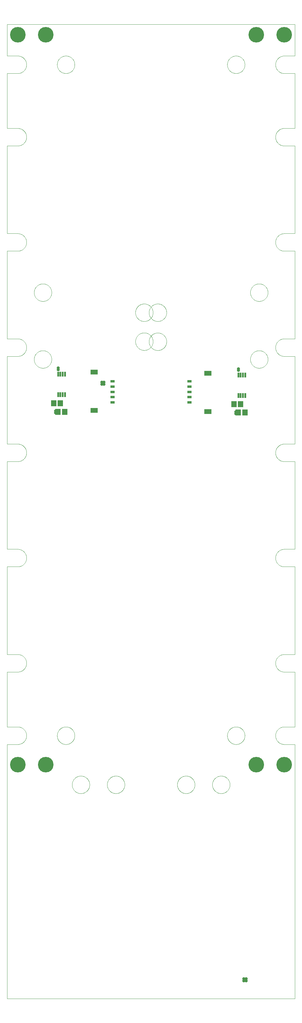
<source format=gbs>
G75*
%MOIN*%
%OFA0B0*%
%FSLAX25Y25*%
%IPPOS*%
%LPD*%
%AMOC8*
5,1,8,0,0,1.08239X$1,22.5*
%
%ADD10C,0.00004*%
%ADD11C,0.00394*%
%ADD12R,0.04737X0.03162*%
%ADD13R,0.07887X0.05721*%
%ADD14R,0.05918X0.06706*%
%ADD15R,0.02178X0.05524*%
%ADD16C,0.17493*%
%ADD17C,0.03581*%
D10*
X0001200Y0001200D02*
X0324035Y0001200D01*
X0324035Y0286633D01*
X0312224Y0286633D01*
X0311984Y0286636D01*
X0311745Y0286645D01*
X0311506Y0286659D01*
X0311267Y0286680D01*
X0311028Y0286706D01*
X0310791Y0286738D01*
X0310554Y0286776D01*
X0310318Y0286819D01*
X0310084Y0286868D01*
X0309851Y0286923D01*
X0309619Y0286984D01*
X0309388Y0287050D01*
X0309160Y0287122D01*
X0308933Y0287200D01*
X0308708Y0287282D01*
X0308485Y0287371D01*
X0308264Y0287465D01*
X0308046Y0287564D01*
X0307830Y0287668D01*
X0307617Y0287778D01*
X0307407Y0287892D01*
X0307199Y0288012D01*
X0306994Y0288137D01*
X0306793Y0288267D01*
X0306595Y0288402D01*
X0306400Y0288541D01*
X0306208Y0288685D01*
X0306020Y0288834D01*
X0305836Y0288987D01*
X0305656Y0289145D01*
X0305479Y0289307D01*
X0305306Y0289474D01*
X0305138Y0289644D01*
X0304974Y0289819D01*
X0304814Y0289997D01*
X0304658Y0290180D01*
X0304507Y0290366D01*
X0304361Y0290556D01*
X0304219Y0290749D01*
X0304082Y0290945D01*
X0303949Y0291145D01*
X0303822Y0291348D01*
X0303700Y0291554D01*
X0303582Y0291764D01*
X0303470Y0291975D01*
X0303363Y0292190D01*
X0303261Y0292407D01*
X0303165Y0292626D01*
X0303074Y0292848D01*
X0302988Y0293072D01*
X0302908Y0293298D01*
X0302834Y0293526D01*
X0302765Y0293755D01*
X0302701Y0293986D01*
X0302643Y0294219D01*
X0302591Y0294453D01*
X0302545Y0294688D01*
X0302504Y0294924D01*
X0302469Y0295162D01*
X0302440Y0295399D01*
X0302417Y0295638D01*
X0302399Y0295877D01*
X0302388Y0296117D01*
X0302382Y0296356D01*
X0302382Y0296596D01*
X0302388Y0296835D01*
X0302399Y0297075D01*
X0302417Y0297314D01*
X0302440Y0297553D01*
X0302469Y0297790D01*
X0302504Y0298028D01*
X0302545Y0298264D01*
X0302591Y0298499D01*
X0302643Y0298733D01*
X0302701Y0298966D01*
X0302765Y0299197D01*
X0302834Y0299426D01*
X0302908Y0299654D01*
X0302988Y0299880D01*
X0303074Y0300104D01*
X0303165Y0300326D01*
X0303261Y0300545D01*
X0303363Y0300762D01*
X0303470Y0300977D01*
X0303582Y0301188D01*
X0303700Y0301398D01*
X0303822Y0301604D01*
X0303949Y0301807D01*
X0304082Y0302007D01*
X0304219Y0302203D01*
X0304361Y0302396D01*
X0304507Y0302586D01*
X0304658Y0302772D01*
X0304814Y0302955D01*
X0304974Y0303133D01*
X0305138Y0303308D01*
X0305306Y0303478D01*
X0305479Y0303645D01*
X0305656Y0303807D01*
X0305836Y0303965D01*
X0306020Y0304118D01*
X0306208Y0304267D01*
X0306400Y0304411D01*
X0306595Y0304550D01*
X0306793Y0304685D01*
X0306994Y0304815D01*
X0307199Y0304940D01*
X0307407Y0305060D01*
X0307617Y0305174D01*
X0307830Y0305284D01*
X0308046Y0305388D01*
X0308264Y0305487D01*
X0308485Y0305581D01*
X0308708Y0305670D01*
X0308933Y0305752D01*
X0309160Y0305830D01*
X0309388Y0305902D01*
X0309619Y0305968D01*
X0309851Y0306029D01*
X0310084Y0306084D01*
X0310318Y0306133D01*
X0310554Y0306176D01*
X0310791Y0306214D01*
X0311028Y0306246D01*
X0311267Y0306272D01*
X0311506Y0306293D01*
X0311745Y0306307D01*
X0311984Y0306316D01*
X0312224Y0306319D01*
X0312224Y0306318D02*
X0324035Y0306318D01*
X0324035Y0367932D01*
X0312224Y0367932D01*
X0311984Y0367935D01*
X0311745Y0367944D01*
X0311506Y0367958D01*
X0311267Y0367979D01*
X0311028Y0368005D01*
X0310791Y0368037D01*
X0310554Y0368075D01*
X0310318Y0368118D01*
X0310084Y0368167D01*
X0309851Y0368222D01*
X0309619Y0368283D01*
X0309388Y0368349D01*
X0309160Y0368421D01*
X0308933Y0368499D01*
X0308708Y0368581D01*
X0308485Y0368670D01*
X0308264Y0368764D01*
X0308046Y0368863D01*
X0307830Y0368967D01*
X0307617Y0369077D01*
X0307407Y0369191D01*
X0307199Y0369311D01*
X0306994Y0369436D01*
X0306793Y0369566D01*
X0306595Y0369701D01*
X0306400Y0369840D01*
X0306208Y0369984D01*
X0306020Y0370133D01*
X0305836Y0370286D01*
X0305656Y0370444D01*
X0305479Y0370606D01*
X0305306Y0370773D01*
X0305138Y0370943D01*
X0304974Y0371118D01*
X0304814Y0371296D01*
X0304658Y0371479D01*
X0304507Y0371665D01*
X0304361Y0371855D01*
X0304219Y0372048D01*
X0304082Y0372244D01*
X0303949Y0372444D01*
X0303822Y0372647D01*
X0303700Y0372853D01*
X0303582Y0373063D01*
X0303470Y0373274D01*
X0303363Y0373489D01*
X0303261Y0373706D01*
X0303165Y0373925D01*
X0303074Y0374147D01*
X0302988Y0374371D01*
X0302908Y0374597D01*
X0302834Y0374825D01*
X0302765Y0375054D01*
X0302701Y0375285D01*
X0302643Y0375518D01*
X0302591Y0375752D01*
X0302545Y0375987D01*
X0302504Y0376223D01*
X0302469Y0376461D01*
X0302440Y0376698D01*
X0302417Y0376937D01*
X0302399Y0377176D01*
X0302388Y0377416D01*
X0302382Y0377655D01*
X0302382Y0377895D01*
X0302388Y0378134D01*
X0302399Y0378374D01*
X0302417Y0378613D01*
X0302440Y0378852D01*
X0302469Y0379089D01*
X0302504Y0379327D01*
X0302545Y0379563D01*
X0302591Y0379798D01*
X0302643Y0380032D01*
X0302701Y0380265D01*
X0302765Y0380496D01*
X0302834Y0380725D01*
X0302908Y0380953D01*
X0302988Y0381179D01*
X0303074Y0381403D01*
X0303165Y0381625D01*
X0303261Y0381844D01*
X0303363Y0382061D01*
X0303470Y0382276D01*
X0303582Y0382487D01*
X0303700Y0382697D01*
X0303822Y0382903D01*
X0303949Y0383106D01*
X0304082Y0383306D01*
X0304219Y0383502D01*
X0304361Y0383695D01*
X0304507Y0383885D01*
X0304658Y0384071D01*
X0304814Y0384254D01*
X0304974Y0384432D01*
X0305138Y0384607D01*
X0305306Y0384777D01*
X0305479Y0384944D01*
X0305656Y0385106D01*
X0305836Y0385264D01*
X0306020Y0385417D01*
X0306208Y0385566D01*
X0306400Y0385710D01*
X0306595Y0385849D01*
X0306793Y0385984D01*
X0306994Y0386114D01*
X0307199Y0386239D01*
X0307407Y0386359D01*
X0307617Y0386473D01*
X0307830Y0386583D01*
X0308046Y0386687D01*
X0308264Y0386786D01*
X0308485Y0386880D01*
X0308708Y0386969D01*
X0308933Y0387051D01*
X0309160Y0387129D01*
X0309388Y0387201D01*
X0309619Y0387267D01*
X0309851Y0387328D01*
X0310084Y0387383D01*
X0310318Y0387432D01*
X0310554Y0387475D01*
X0310791Y0387513D01*
X0311028Y0387545D01*
X0311267Y0387571D01*
X0311506Y0387592D01*
X0311745Y0387606D01*
X0311984Y0387615D01*
X0312224Y0387618D01*
X0312224Y0387617D02*
X0324035Y0387617D01*
X0324035Y0486043D01*
X0312224Y0486043D01*
X0312224Y0486042D02*
X0311984Y0486045D01*
X0311745Y0486054D01*
X0311506Y0486068D01*
X0311267Y0486089D01*
X0311028Y0486115D01*
X0310791Y0486147D01*
X0310554Y0486185D01*
X0310318Y0486228D01*
X0310084Y0486277D01*
X0309851Y0486332D01*
X0309619Y0486393D01*
X0309388Y0486459D01*
X0309160Y0486531D01*
X0308933Y0486609D01*
X0308708Y0486691D01*
X0308485Y0486780D01*
X0308264Y0486874D01*
X0308046Y0486973D01*
X0307830Y0487077D01*
X0307617Y0487187D01*
X0307407Y0487301D01*
X0307199Y0487421D01*
X0306994Y0487546D01*
X0306793Y0487676D01*
X0306595Y0487811D01*
X0306400Y0487950D01*
X0306208Y0488094D01*
X0306020Y0488243D01*
X0305836Y0488396D01*
X0305656Y0488554D01*
X0305479Y0488716D01*
X0305306Y0488883D01*
X0305138Y0489053D01*
X0304974Y0489228D01*
X0304814Y0489406D01*
X0304658Y0489589D01*
X0304507Y0489775D01*
X0304361Y0489965D01*
X0304219Y0490158D01*
X0304082Y0490354D01*
X0303949Y0490554D01*
X0303822Y0490757D01*
X0303700Y0490963D01*
X0303582Y0491173D01*
X0303470Y0491384D01*
X0303363Y0491599D01*
X0303261Y0491816D01*
X0303165Y0492035D01*
X0303074Y0492257D01*
X0302988Y0492481D01*
X0302908Y0492707D01*
X0302834Y0492935D01*
X0302765Y0493164D01*
X0302701Y0493395D01*
X0302643Y0493628D01*
X0302591Y0493862D01*
X0302545Y0494097D01*
X0302504Y0494333D01*
X0302469Y0494571D01*
X0302440Y0494808D01*
X0302417Y0495047D01*
X0302399Y0495286D01*
X0302388Y0495526D01*
X0302382Y0495765D01*
X0302382Y0496005D01*
X0302388Y0496244D01*
X0302399Y0496484D01*
X0302417Y0496723D01*
X0302440Y0496962D01*
X0302469Y0497199D01*
X0302504Y0497437D01*
X0302545Y0497673D01*
X0302591Y0497908D01*
X0302643Y0498142D01*
X0302701Y0498375D01*
X0302765Y0498606D01*
X0302834Y0498835D01*
X0302908Y0499063D01*
X0302988Y0499289D01*
X0303074Y0499513D01*
X0303165Y0499735D01*
X0303261Y0499954D01*
X0303363Y0500171D01*
X0303470Y0500386D01*
X0303582Y0500597D01*
X0303700Y0500807D01*
X0303822Y0501013D01*
X0303949Y0501216D01*
X0304082Y0501416D01*
X0304219Y0501612D01*
X0304361Y0501805D01*
X0304507Y0501995D01*
X0304658Y0502181D01*
X0304814Y0502364D01*
X0304974Y0502542D01*
X0305138Y0502717D01*
X0305306Y0502887D01*
X0305479Y0503054D01*
X0305656Y0503216D01*
X0305836Y0503374D01*
X0306020Y0503527D01*
X0306208Y0503676D01*
X0306400Y0503820D01*
X0306595Y0503959D01*
X0306793Y0504094D01*
X0306994Y0504224D01*
X0307199Y0504349D01*
X0307407Y0504469D01*
X0307617Y0504583D01*
X0307830Y0504693D01*
X0308046Y0504797D01*
X0308264Y0504896D01*
X0308485Y0504990D01*
X0308708Y0505079D01*
X0308933Y0505161D01*
X0309160Y0505239D01*
X0309388Y0505311D01*
X0309619Y0505377D01*
X0309851Y0505438D01*
X0310084Y0505493D01*
X0310318Y0505542D01*
X0310554Y0505585D01*
X0310791Y0505623D01*
X0311028Y0505655D01*
X0311267Y0505681D01*
X0311506Y0505702D01*
X0311745Y0505716D01*
X0311984Y0505725D01*
X0312224Y0505728D01*
X0324035Y0505728D01*
X0324035Y0604153D01*
X0312224Y0604153D01*
X0312224Y0604152D02*
X0311984Y0604155D01*
X0311745Y0604164D01*
X0311506Y0604178D01*
X0311267Y0604199D01*
X0311028Y0604225D01*
X0310791Y0604257D01*
X0310554Y0604295D01*
X0310318Y0604338D01*
X0310084Y0604387D01*
X0309851Y0604442D01*
X0309619Y0604503D01*
X0309388Y0604569D01*
X0309160Y0604641D01*
X0308933Y0604719D01*
X0308708Y0604801D01*
X0308485Y0604890D01*
X0308264Y0604984D01*
X0308046Y0605083D01*
X0307830Y0605187D01*
X0307617Y0605297D01*
X0307407Y0605411D01*
X0307199Y0605531D01*
X0306994Y0605656D01*
X0306793Y0605786D01*
X0306595Y0605921D01*
X0306400Y0606060D01*
X0306208Y0606204D01*
X0306020Y0606353D01*
X0305836Y0606506D01*
X0305656Y0606664D01*
X0305479Y0606826D01*
X0305306Y0606993D01*
X0305138Y0607163D01*
X0304974Y0607338D01*
X0304814Y0607516D01*
X0304658Y0607699D01*
X0304507Y0607885D01*
X0304361Y0608075D01*
X0304219Y0608268D01*
X0304082Y0608464D01*
X0303949Y0608664D01*
X0303822Y0608867D01*
X0303700Y0609074D01*
X0303582Y0609283D01*
X0303470Y0609494D01*
X0303363Y0609709D01*
X0303261Y0609926D01*
X0303165Y0610145D01*
X0303074Y0610367D01*
X0302988Y0610591D01*
X0302908Y0610817D01*
X0302834Y0611045D01*
X0302765Y0611274D01*
X0302701Y0611505D01*
X0302643Y0611738D01*
X0302591Y0611972D01*
X0302545Y0612207D01*
X0302504Y0612443D01*
X0302469Y0612681D01*
X0302440Y0612918D01*
X0302417Y0613157D01*
X0302399Y0613396D01*
X0302388Y0613636D01*
X0302382Y0613875D01*
X0302382Y0614115D01*
X0302388Y0614354D01*
X0302399Y0614594D01*
X0302417Y0614833D01*
X0302440Y0615072D01*
X0302469Y0615309D01*
X0302504Y0615547D01*
X0302545Y0615783D01*
X0302591Y0616018D01*
X0302643Y0616252D01*
X0302701Y0616485D01*
X0302765Y0616716D01*
X0302834Y0616945D01*
X0302908Y0617173D01*
X0302988Y0617399D01*
X0303074Y0617623D01*
X0303165Y0617845D01*
X0303261Y0618064D01*
X0303363Y0618281D01*
X0303470Y0618496D01*
X0303582Y0618707D01*
X0303700Y0618917D01*
X0303822Y0619123D01*
X0303949Y0619326D01*
X0304082Y0619526D01*
X0304219Y0619722D01*
X0304361Y0619915D01*
X0304507Y0620105D01*
X0304658Y0620291D01*
X0304814Y0620474D01*
X0304974Y0620652D01*
X0305138Y0620827D01*
X0305306Y0620997D01*
X0305479Y0621164D01*
X0305656Y0621326D01*
X0305836Y0621484D01*
X0306020Y0621637D01*
X0306208Y0621786D01*
X0306400Y0621930D01*
X0306595Y0622069D01*
X0306793Y0622204D01*
X0306994Y0622334D01*
X0307199Y0622459D01*
X0307407Y0622579D01*
X0307617Y0622693D01*
X0307830Y0622803D01*
X0308046Y0622907D01*
X0308264Y0623006D01*
X0308485Y0623100D01*
X0308708Y0623189D01*
X0308933Y0623271D01*
X0309160Y0623349D01*
X0309388Y0623421D01*
X0309619Y0623487D01*
X0309851Y0623548D01*
X0310084Y0623603D01*
X0310318Y0623652D01*
X0310554Y0623695D01*
X0310791Y0623733D01*
X0311028Y0623765D01*
X0311267Y0623791D01*
X0311506Y0623812D01*
X0311745Y0623826D01*
X0311984Y0623835D01*
X0312224Y0623838D01*
X0324035Y0623838D01*
X0324035Y0722263D01*
X0312224Y0722263D01*
X0311984Y0722266D01*
X0311745Y0722275D01*
X0311506Y0722289D01*
X0311267Y0722310D01*
X0311028Y0722336D01*
X0310791Y0722368D01*
X0310554Y0722406D01*
X0310318Y0722449D01*
X0310084Y0722498D01*
X0309851Y0722553D01*
X0309619Y0722614D01*
X0309388Y0722680D01*
X0309160Y0722752D01*
X0308933Y0722830D01*
X0308708Y0722912D01*
X0308485Y0723001D01*
X0308264Y0723095D01*
X0308046Y0723194D01*
X0307830Y0723298D01*
X0307617Y0723408D01*
X0307407Y0723522D01*
X0307199Y0723642D01*
X0306994Y0723767D01*
X0306793Y0723897D01*
X0306595Y0724032D01*
X0306400Y0724171D01*
X0306208Y0724315D01*
X0306020Y0724464D01*
X0305836Y0724617D01*
X0305656Y0724775D01*
X0305479Y0724937D01*
X0305306Y0725104D01*
X0305138Y0725274D01*
X0304974Y0725449D01*
X0304814Y0725627D01*
X0304658Y0725810D01*
X0304507Y0725996D01*
X0304361Y0726186D01*
X0304219Y0726379D01*
X0304082Y0726575D01*
X0303949Y0726775D01*
X0303822Y0726978D01*
X0303700Y0727185D01*
X0303582Y0727394D01*
X0303470Y0727605D01*
X0303363Y0727820D01*
X0303261Y0728037D01*
X0303165Y0728256D01*
X0303074Y0728478D01*
X0302988Y0728702D01*
X0302908Y0728928D01*
X0302834Y0729156D01*
X0302765Y0729385D01*
X0302701Y0729616D01*
X0302643Y0729849D01*
X0302591Y0730083D01*
X0302545Y0730318D01*
X0302504Y0730554D01*
X0302469Y0730792D01*
X0302440Y0731029D01*
X0302417Y0731268D01*
X0302399Y0731507D01*
X0302388Y0731747D01*
X0302382Y0731986D01*
X0302382Y0732226D01*
X0302388Y0732465D01*
X0302399Y0732705D01*
X0302417Y0732944D01*
X0302440Y0733183D01*
X0302469Y0733420D01*
X0302504Y0733658D01*
X0302545Y0733894D01*
X0302591Y0734129D01*
X0302643Y0734363D01*
X0302701Y0734596D01*
X0302765Y0734827D01*
X0302834Y0735056D01*
X0302908Y0735284D01*
X0302988Y0735510D01*
X0303074Y0735734D01*
X0303165Y0735956D01*
X0303261Y0736175D01*
X0303363Y0736392D01*
X0303470Y0736607D01*
X0303582Y0736818D01*
X0303700Y0737028D01*
X0303822Y0737234D01*
X0303949Y0737437D01*
X0304082Y0737637D01*
X0304219Y0737833D01*
X0304361Y0738026D01*
X0304507Y0738216D01*
X0304658Y0738402D01*
X0304814Y0738585D01*
X0304974Y0738763D01*
X0305138Y0738938D01*
X0305306Y0739108D01*
X0305479Y0739275D01*
X0305656Y0739437D01*
X0305836Y0739595D01*
X0306020Y0739748D01*
X0306208Y0739897D01*
X0306400Y0740041D01*
X0306595Y0740180D01*
X0306793Y0740315D01*
X0306994Y0740445D01*
X0307199Y0740570D01*
X0307407Y0740690D01*
X0307617Y0740804D01*
X0307830Y0740914D01*
X0308046Y0741018D01*
X0308264Y0741117D01*
X0308485Y0741211D01*
X0308708Y0741300D01*
X0308933Y0741382D01*
X0309160Y0741460D01*
X0309388Y0741532D01*
X0309619Y0741598D01*
X0309851Y0741659D01*
X0310084Y0741714D01*
X0310318Y0741763D01*
X0310554Y0741806D01*
X0310791Y0741844D01*
X0311028Y0741876D01*
X0311267Y0741902D01*
X0311506Y0741923D01*
X0311745Y0741937D01*
X0311984Y0741946D01*
X0312224Y0741949D01*
X0312224Y0741948D02*
X0324035Y0741948D01*
X0324035Y0840373D01*
X0312224Y0840373D01*
X0311984Y0840376D01*
X0311745Y0840385D01*
X0311506Y0840399D01*
X0311267Y0840420D01*
X0311028Y0840446D01*
X0310791Y0840478D01*
X0310554Y0840516D01*
X0310318Y0840559D01*
X0310084Y0840608D01*
X0309851Y0840663D01*
X0309619Y0840724D01*
X0309388Y0840790D01*
X0309160Y0840862D01*
X0308933Y0840940D01*
X0308708Y0841022D01*
X0308485Y0841111D01*
X0308264Y0841205D01*
X0308046Y0841304D01*
X0307830Y0841408D01*
X0307617Y0841518D01*
X0307407Y0841632D01*
X0307199Y0841752D01*
X0306994Y0841877D01*
X0306793Y0842007D01*
X0306595Y0842142D01*
X0306400Y0842281D01*
X0306208Y0842425D01*
X0306020Y0842574D01*
X0305836Y0842727D01*
X0305656Y0842885D01*
X0305479Y0843047D01*
X0305306Y0843214D01*
X0305138Y0843384D01*
X0304974Y0843559D01*
X0304814Y0843737D01*
X0304658Y0843920D01*
X0304507Y0844106D01*
X0304361Y0844296D01*
X0304219Y0844489D01*
X0304082Y0844685D01*
X0303949Y0844885D01*
X0303822Y0845088D01*
X0303700Y0845295D01*
X0303582Y0845504D01*
X0303470Y0845715D01*
X0303363Y0845930D01*
X0303261Y0846147D01*
X0303165Y0846366D01*
X0303074Y0846588D01*
X0302988Y0846812D01*
X0302908Y0847038D01*
X0302834Y0847266D01*
X0302765Y0847495D01*
X0302701Y0847726D01*
X0302643Y0847959D01*
X0302591Y0848193D01*
X0302545Y0848428D01*
X0302504Y0848664D01*
X0302469Y0848902D01*
X0302440Y0849139D01*
X0302417Y0849378D01*
X0302399Y0849617D01*
X0302388Y0849857D01*
X0302382Y0850096D01*
X0302382Y0850336D01*
X0302388Y0850575D01*
X0302399Y0850815D01*
X0302417Y0851054D01*
X0302440Y0851293D01*
X0302469Y0851530D01*
X0302504Y0851768D01*
X0302545Y0852004D01*
X0302591Y0852239D01*
X0302643Y0852473D01*
X0302701Y0852706D01*
X0302765Y0852937D01*
X0302834Y0853166D01*
X0302908Y0853394D01*
X0302988Y0853620D01*
X0303074Y0853844D01*
X0303165Y0854066D01*
X0303261Y0854285D01*
X0303363Y0854502D01*
X0303470Y0854717D01*
X0303582Y0854928D01*
X0303700Y0855138D01*
X0303822Y0855344D01*
X0303949Y0855547D01*
X0304082Y0855747D01*
X0304219Y0855943D01*
X0304361Y0856136D01*
X0304507Y0856326D01*
X0304658Y0856512D01*
X0304814Y0856695D01*
X0304974Y0856873D01*
X0305138Y0857048D01*
X0305306Y0857218D01*
X0305479Y0857385D01*
X0305656Y0857547D01*
X0305836Y0857705D01*
X0306020Y0857858D01*
X0306208Y0858007D01*
X0306400Y0858151D01*
X0306595Y0858290D01*
X0306793Y0858425D01*
X0306994Y0858555D01*
X0307199Y0858680D01*
X0307407Y0858800D01*
X0307617Y0858914D01*
X0307830Y0859024D01*
X0308046Y0859128D01*
X0308264Y0859227D01*
X0308485Y0859321D01*
X0308708Y0859410D01*
X0308933Y0859492D01*
X0309160Y0859570D01*
X0309388Y0859642D01*
X0309619Y0859708D01*
X0309851Y0859769D01*
X0310084Y0859824D01*
X0310318Y0859873D01*
X0310554Y0859916D01*
X0310791Y0859954D01*
X0311028Y0859986D01*
X0311267Y0860012D01*
X0311506Y0860033D01*
X0311745Y0860047D01*
X0311984Y0860056D01*
X0312224Y0860059D01*
X0312224Y0860058D02*
X0324035Y0860058D01*
X0324035Y0958483D01*
X0312224Y0958483D01*
X0311984Y0958486D01*
X0311745Y0958495D01*
X0311506Y0958509D01*
X0311267Y0958530D01*
X0311028Y0958556D01*
X0310791Y0958588D01*
X0310554Y0958626D01*
X0310318Y0958669D01*
X0310084Y0958718D01*
X0309851Y0958773D01*
X0309619Y0958834D01*
X0309388Y0958900D01*
X0309160Y0958972D01*
X0308933Y0959050D01*
X0308708Y0959132D01*
X0308485Y0959221D01*
X0308264Y0959315D01*
X0308046Y0959414D01*
X0307830Y0959518D01*
X0307617Y0959628D01*
X0307407Y0959742D01*
X0307199Y0959862D01*
X0306994Y0959987D01*
X0306793Y0960117D01*
X0306595Y0960252D01*
X0306400Y0960391D01*
X0306208Y0960535D01*
X0306020Y0960684D01*
X0305836Y0960837D01*
X0305656Y0960995D01*
X0305479Y0961157D01*
X0305306Y0961324D01*
X0305138Y0961494D01*
X0304974Y0961669D01*
X0304814Y0961847D01*
X0304658Y0962030D01*
X0304507Y0962216D01*
X0304361Y0962406D01*
X0304219Y0962599D01*
X0304082Y0962795D01*
X0303949Y0962995D01*
X0303822Y0963198D01*
X0303700Y0963405D01*
X0303582Y0963614D01*
X0303470Y0963825D01*
X0303363Y0964040D01*
X0303261Y0964257D01*
X0303165Y0964476D01*
X0303074Y0964698D01*
X0302988Y0964922D01*
X0302908Y0965148D01*
X0302834Y0965376D01*
X0302765Y0965605D01*
X0302701Y0965836D01*
X0302643Y0966069D01*
X0302591Y0966303D01*
X0302545Y0966538D01*
X0302504Y0966774D01*
X0302469Y0967012D01*
X0302440Y0967249D01*
X0302417Y0967488D01*
X0302399Y0967727D01*
X0302388Y0967967D01*
X0302382Y0968206D01*
X0302382Y0968446D01*
X0302388Y0968685D01*
X0302399Y0968925D01*
X0302417Y0969164D01*
X0302440Y0969403D01*
X0302469Y0969640D01*
X0302504Y0969878D01*
X0302545Y0970114D01*
X0302591Y0970349D01*
X0302643Y0970583D01*
X0302701Y0970816D01*
X0302765Y0971047D01*
X0302834Y0971276D01*
X0302908Y0971504D01*
X0302988Y0971730D01*
X0303074Y0971954D01*
X0303165Y0972176D01*
X0303261Y0972395D01*
X0303363Y0972612D01*
X0303470Y0972827D01*
X0303582Y0973038D01*
X0303700Y0973248D01*
X0303822Y0973454D01*
X0303949Y0973657D01*
X0304082Y0973857D01*
X0304219Y0974053D01*
X0304361Y0974246D01*
X0304507Y0974436D01*
X0304658Y0974622D01*
X0304814Y0974805D01*
X0304974Y0974983D01*
X0305138Y0975158D01*
X0305306Y0975328D01*
X0305479Y0975495D01*
X0305656Y0975657D01*
X0305836Y0975815D01*
X0306020Y0975968D01*
X0306208Y0976117D01*
X0306400Y0976261D01*
X0306595Y0976400D01*
X0306793Y0976535D01*
X0306994Y0976665D01*
X0307199Y0976790D01*
X0307407Y0976910D01*
X0307617Y0977024D01*
X0307830Y0977134D01*
X0308046Y0977238D01*
X0308264Y0977337D01*
X0308485Y0977431D01*
X0308708Y0977520D01*
X0308933Y0977602D01*
X0309160Y0977680D01*
X0309388Y0977752D01*
X0309619Y0977818D01*
X0309851Y0977879D01*
X0310084Y0977934D01*
X0310318Y0977983D01*
X0310554Y0978026D01*
X0310791Y0978064D01*
X0311028Y0978096D01*
X0311267Y0978122D01*
X0311506Y0978143D01*
X0311745Y0978157D01*
X0311984Y0978166D01*
X0312224Y0978169D01*
X0324035Y0978169D01*
X0324035Y1039783D01*
X0312224Y1039783D01*
X0312224Y1039782D02*
X0311984Y1039785D01*
X0311745Y1039794D01*
X0311506Y1039808D01*
X0311267Y1039829D01*
X0311028Y1039855D01*
X0310791Y1039887D01*
X0310554Y1039925D01*
X0310318Y1039968D01*
X0310084Y1040017D01*
X0309851Y1040072D01*
X0309619Y1040133D01*
X0309388Y1040199D01*
X0309160Y1040271D01*
X0308933Y1040349D01*
X0308708Y1040431D01*
X0308485Y1040520D01*
X0308264Y1040614D01*
X0308046Y1040713D01*
X0307830Y1040817D01*
X0307617Y1040927D01*
X0307407Y1041041D01*
X0307199Y1041161D01*
X0306994Y1041286D01*
X0306793Y1041416D01*
X0306595Y1041551D01*
X0306400Y1041690D01*
X0306208Y1041834D01*
X0306020Y1041983D01*
X0305836Y1042136D01*
X0305656Y1042294D01*
X0305479Y1042456D01*
X0305306Y1042623D01*
X0305138Y1042793D01*
X0304974Y1042968D01*
X0304814Y1043146D01*
X0304658Y1043329D01*
X0304507Y1043515D01*
X0304361Y1043705D01*
X0304219Y1043898D01*
X0304082Y1044094D01*
X0303949Y1044294D01*
X0303822Y1044497D01*
X0303700Y1044704D01*
X0303582Y1044913D01*
X0303470Y1045124D01*
X0303363Y1045339D01*
X0303261Y1045556D01*
X0303165Y1045775D01*
X0303074Y1045997D01*
X0302988Y1046221D01*
X0302908Y1046447D01*
X0302834Y1046675D01*
X0302765Y1046904D01*
X0302701Y1047135D01*
X0302643Y1047368D01*
X0302591Y1047602D01*
X0302545Y1047837D01*
X0302504Y1048073D01*
X0302469Y1048311D01*
X0302440Y1048548D01*
X0302417Y1048787D01*
X0302399Y1049026D01*
X0302388Y1049266D01*
X0302382Y1049505D01*
X0302382Y1049745D01*
X0302388Y1049984D01*
X0302399Y1050224D01*
X0302417Y1050463D01*
X0302440Y1050702D01*
X0302469Y1050939D01*
X0302504Y1051177D01*
X0302545Y1051413D01*
X0302591Y1051648D01*
X0302643Y1051882D01*
X0302701Y1052115D01*
X0302765Y1052346D01*
X0302834Y1052575D01*
X0302908Y1052803D01*
X0302988Y1053029D01*
X0303074Y1053253D01*
X0303165Y1053475D01*
X0303261Y1053694D01*
X0303363Y1053911D01*
X0303470Y1054126D01*
X0303582Y1054337D01*
X0303700Y1054547D01*
X0303822Y1054753D01*
X0303949Y1054956D01*
X0304082Y1055156D01*
X0304219Y1055352D01*
X0304361Y1055545D01*
X0304507Y1055735D01*
X0304658Y1055921D01*
X0304814Y1056104D01*
X0304974Y1056282D01*
X0305138Y1056457D01*
X0305306Y1056627D01*
X0305479Y1056794D01*
X0305656Y1056956D01*
X0305836Y1057114D01*
X0306020Y1057267D01*
X0306208Y1057416D01*
X0306400Y1057560D01*
X0306595Y1057699D01*
X0306793Y1057834D01*
X0306994Y1057964D01*
X0307199Y1058089D01*
X0307407Y1058209D01*
X0307617Y1058323D01*
X0307830Y1058433D01*
X0308046Y1058537D01*
X0308264Y1058636D01*
X0308485Y1058730D01*
X0308708Y1058819D01*
X0308933Y1058901D01*
X0309160Y1058979D01*
X0309388Y1059051D01*
X0309619Y1059117D01*
X0309851Y1059178D01*
X0310084Y1059233D01*
X0310318Y1059282D01*
X0310554Y1059325D01*
X0310791Y1059363D01*
X0311028Y1059395D01*
X0311267Y1059421D01*
X0311506Y1059442D01*
X0311745Y1059456D01*
X0311984Y1059465D01*
X0312224Y1059468D01*
X0324035Y1059468D01*
X0324035Y1094901D01*
X0001200Y1094901D01*
X0001200Y1059468D01*
X0013011Y1059468D01*
X0013251Y1059465D01*
X0013490Y1059456D01*
X0013729Y1059442D01*
X0013968Y1059421D01*
X0014207Y1059395D01*
X0014444Y1059363D01*
X0014681Y1059325D01*
X0014917Y1059282D01*
X0015151Y1059233D01*
X0015384Y1059178D01*
X0015616Y1059117D01*
X0015847Y1059051D01*
X0016075Y1058979D01*
X0016302Y1058901D01*
X0016527Y1058819D01*
X0016750Y1058730D01*
X0016971Y1058636D01*
X0017189Y1058537D01*
X0017405Y1058433D01*
X0017618Y1058323D01*
X0017828Y1058209D01*
X0018036Y1058089D01*
X0018241Y1057964D01*
X0018442Y1057834D01*
X0018640Y1057699D01*
X0018835Y1057560D01*
X0019027Y1057416D01*
X0019215Y1057267D01*
X0019399Y1057114D01*
X0019579Y1056956D01*
X0019756Y1056794D01*
X0019929Y1056627D01*
X0020097Y1056457D01*
X0020261Y1056282D01*
X0020421Y1056104D01*
X0020577Y1055921D01*
X0020728Y1055735D01*
X0020874Y1055545D01*
X0021016Y1055352D01*
X0021153Y1055156D01*
X0021286Y1054956D01*
X0021413Y1054753D01*
X0021535Y1054547D01*
X0021653Y1054337D01*
X0021765Y1054126D01*
X0021872Y1053911D01*
X0021974Y1053694D01*
X0022070Y1053475D01*
X0022161Y1053253D01*
X0022247Y1053029D01*
X0022327Y1052803D01*
X0022401Y1052575D01*
X0022470Y1052346D01*
X0022534Y1052115D01*
X0022592Y1051882D01*
X0022644Y1051648D01*
X0022690Y1051413D01*
X0022731Y1051177D01*
X0022766Y1050939D01*
X0022795Y1050702D01*
X0022818Y1050463D01*
X0022836Y1050224D01*
X0022847Y1049984D01*
X0022853Y1049745D01*
X0022853Y1049505D01*
X0022847Y1049266D01*
X0022836Y1049026D01*
X0022818Y1048787D01*
X0022795Y1048548D01*
X0022766Y1048311D01*
X0022731Y1048073D01*
X0022690Y1047837D01*
X0022644Y1047602D01*
X0022592Y1047368D01*
X0022534Y1047135D01*
X0022470Y1046904D01*
X0022401Y1046675D01*
X0022327Y1046447D01*
X0022247Y1046221D01*
X0022161Y1045997D01*
X0022070Y1045775D01*
X0021974Y1045556D01*
X0021872Y1045339D01*
X0021765Y1045124D01*
X0021653Y1044913D01*
X0021535Y1044704D01*
X0021413Y1044497D01*
X0021286Y1044294D01*
X0021153Y1044094D01*
X0021016Y1043898D01*
X0020874Y1043705D01*
X0020728Y1043515D01*
X0020577Y1043329D01*
X0020421Y1043146D01*
X0020261Y1042968D01*
X0020097Y1042793D01*
X0019929Y1042623D01*
X0019756Y1042456D01*
X0019579Y1042294D01*
X0019399Y1042136D01*
X0019215Y1041983D01*
X0019027Y1041834D01*
X0018835Y1041690D01*
X0018640Y1041551D01*
X0018442Y1041416D01*
X0018241Y1041286D01*
X0018036Y1041161D01*
X0017828Y1041041D01*
X0017618Y1040927D01*
X0017405Y1040817D01*
X0017189Y1040713D01*
X0016971Y1040614D01*
X0016750Y1040520D01*
X0016527Y1040431D01*
X0016302Y1040349D01*
X0016075Y1040271D01*
X0015847Y1040199D01*
X0015616Y1040133D01*
X0015384Y1040072D01*
X0015151Y1040017D01*
X0014917Y1039968D01*
X0014681Y1039925D01*
X0014444Y1039887D01*
X0014207Y1039855D01*
X0013968Y1039829D01*
X0013729Y1039808D01*
X0013490Y1039794D01*
X0013251Y1039785D01*
X0013011Y1039782D01*
X0013011Y1039783D02*
X0001200Y1039783D01*
X0001200Y0978169D01*
X0013011Y0978169D01*
X0013251Y0978166D01*
X0013490Y0978157D01*
X0013729Y0978143D01*
X0013968Y0978122D01*
X0014207Y0978096D01*
X0014444Y0978064D01*
X0014681Y0978026D01*
X0014917Y0977983D01*
X0015151Y0977934D01*
X0015384Y0977879D01*
X0015616Y0977818D01*
X0015847Y0977752D01*
X0016075Y0977680D01*
X0016302Y0977602D01*
X0016527Y0977520D01*
X0016750Y0977431D01*
X0016971Y0977337D01*
X0017189Y0977238D01*
X0017405Y0977134D01*
X0017618Y0977024D01*
X0017828Y0976910D01*
X0018036Y0976790D01*
X0018241Y0976665D01*
X0018442Y0976535D01*
X0018640Y0976400D01*
X0018835Y0976261D01*
X0019027Y0976117D01*
X0019215Y0975968D01*
X0019399Y0975815D01*
X0019579Y0975657D01*
X0019756Y0975495D01*
X0019929Y0975328D01*
X0020097Y0975158D01*
X0020261Y0974983D01*
X0020421Y0974805D01*
X0020577Y0974622D01*
X0020728Y0974436D01*
X0020874Y0974246D01*
X0021016Y0974053D01*
X0021153Y0973857D01*
X0021286Y0973657D01*
X0021413Y0973454D01*
X0021535Y0973248D01*
X0021653Y0973038D01*
X0021765Y0972827D01*
X0021872Y0972612D01*
X0021974Y0972395D01*
X0022070Y0972176D01*
X0022161Y0971954D01*
X0022247Y0971730D01*
X0022327Y0971504D01*
X0022401Y0971276D01*
X0022470Y0971047D01*
X0022534Y0970816D01*
X0022592Y0970583D01*
X0022644Y0970349D01*
X0022690Y0970114D01*
X0022731Y0969878D01*
X0022766Y0969640D01*
X0022795Y0969403D01*
X0022818Y0969164D01*
X0022836Y0968925D01*
X0022847Y0968685D01*
X0022853Y0968446D01*
X0022853Y0968206D01*
X0022847Y0967967D01*
X0022836Y0967727D01*
X0022818Y0967488D01*
X0022795Y0967249D01*
X0022766Y0967012D01*
X0022731Y0966774D01*
X0022690Y0966538D01*
X0022644Y0966303D01*
X0022592Y0966069D01*
X0022534Y0965836D01*
X0022470Y0965605D01*
X0022401Y0965376D01*
X0022327Y0965148D01*
X0022247Y0964922D01*
X0022161Y0964698D01*
X0022070Y0964476D01*
X0021974Y0964257D01*
X0021872Y0964040D01*
X0021765Y0963825D01*
X0021653Y0963614D01*
X0021535Y0963405D01*
X0021413Y0963198D01*
X0021286Y0962995D01*
X0021153Y0962795D01*
X0021016Y0962599D01*
X0020874Y0962406D01*
X0020728Y0962216D01*
X0020577Y0962030D01*
X0020421Y0961847D01*
X0020261Y0961669D01*
X0020097Y0961494D01*
X0019929Y0961324D01*
X0019756Y0961157D01*
X0019579Y0960995D01*
X0019399Y0960837D01*
X0019215Y0960684D01*
X0019027Y0960535D01*
X0018835Y0960391D01*
X0018640Y0960252D01*
X0018442Y0960117D01*
X0018241Y0959987D01*
X0018036Y0959862D01*
X0017828Y0959742D01*
X0017618Y0959628D01*
X0017405Y0959518D01*
X0017189Y0959414D01*
X0016971Y0959315D01*
X0016750Y0959221D01*
X0016527Y0959132D01*
X0016302Y0959050D01*
X0016075Y0958972D01*
X0015847Y0958900D01*
X0015616Y0958834D01*
X0015384Y0958773D01*
X0015151Y0958718D01*
X0014917Y0958669D01*
X0014681Y0958626D01*
X0014444Y0958588D01*
X0014207Y0958556D01*
X0013968Y0958530D01*
X0013729Y0958509D01*
X0013490Y0958495D01*
X0013251Y0958486D01*
X0013011Y0958483D01*
X0001200Y0958483D01*
X0001200Y0860058D01*
X0013011Y0860058D01*
X0013011Y0860059D02*
X0013251Y0860056D01*
X0013490Y0860047D01*
X0013729Y0860033D01*
X0013968Y0860012D01*
X0014207Y0859986D01*
X0014444Y0859954D01*
X0014681Y0859916D01*
X0014917Y0859873D01*
X0015151Y0859824D01*
X0015384Y0859769D01*
X0015616Y0859708D01*
X0015847Y0859642D01*
X0016075Y0859570D01*
X0016302Y0859492D01*
X0016527Y0859410D01*
X0016750Y0859321D01*
X0016971Y0859227D01*
X0017189Y0859128D01*
X0017405Y0859024D01*
X0017618Y0858914D01*
X0017828Y0858800D01*
X0018036Y0858680D01*
X0018241Y0858555D01*
X0018442Y0858425D01*
X0018640Y0858290D01*
X0018835Y0858151D01*
X0019027Y0858007D01*
X0019215Y0857858D01*
X0019399Y0857705D01*
X0019579Y0857547D01*
X0019756Y0857385D01*
X0019929Y0857218D01*
X0020097Y0857048D01*
X0020261Y0856873D01*
X0020421Y0856695D01*
X0020577Y0856512D01*
X0020728Y0856326D01*
X0020874Y0856136D01*
X0021016Y0855943D01*
X0021153Y0855747D01*
X0021286Y0855547D01*
X0021413Y0855344D01*
X0021535Y0855138D01*
X0021653Y0854928D01*
X0021765Y0854717D01*
X0021872Y0854502D01*
X0021974Y0854285D01*
X0022070Y0854066D01*
X0022161Y0853844D01*
X0022247Y0853620D01*
X0022327Y0853394D01*
X0022401Y0853166D01*
X0022470Y0852937D01*
X0022534Y0852706D01*
X0022592Y0852473D01*
X0022644Y0852239D01*
X0022690Y0852004D01*
X0022731Y0851768D01*
X0022766Y0851530D01*
X0022795Y0851293D01*
X0022818Y0851054D01*
X0022836Y0850815D01*
X0022847Y0850575D01*
X0022853Y0850336D01*
X0022853Y0850096D01*
X0022847Y0849857D01*
X0022836Y0849617D01*
X0022818Y0849378D01*
X0022795Y0849139D01*
X0022766Y0848902D01*
X0022731Y0848664D01*
X0022690Y0848428D01*
X0022644Y0848193D01*
X0022592Y0847959D01*
X0022534Y0847726D01*
X0022470Y0847495D01*
X0022401Y0847266D01*
X0022327Y0847038D01*
X0022247Y0846812D01*
X0022161Y0846588D01*
X0022070Y0846366D01*
X0021974Y0846147D01*
X0021872Y0845930D01*
X0021765Y0845715D01*
X0021653Y0845504D01*
X0021535Y0845295D01*
X0021413Y0845088D01*
X0021286Y0844885D01*
X0021153Y0844685D01*
X0021016Y0844489D01*
X0020874Y0844296D01*
X0020728Y0844106D01*
X0020577Y0843920D01*
X0020421Y0843737D01*
X0020261Y0843559D01*
X0020097Y0843384D01*
X0019929Y0843214D01*
X0019756Y0843047D01*
X0019579Y0842885D01*
X0019399Y0842727D01*
X0019215Y0842574D01*
X0019027Y0842425D01*
X0018835Y0842281D01*
X0018640Y0842142D01*
X0018442Y0842007D01*
X0018241Y0841877D01*
X0018036Y0841752D01*
X0017828Y0841632D01*
X0017618Y0841518D01*
X0017405Y0841408D01*
X0017189Y0841304D01*
X0016971Y0841205D01*
X0016750Y0841111D01*
X0016527Y0841022D01*
X0016302Y0840940D01*
X0016075Y0840862D01*
X0015847Y0840790D01*
X0015616Y0840724D01*
X0015384Y0840663D01*
X0015151Y0840608D01*
X0014917Y0840559D01*
X0014681Y0840516D01*
X0014444Y0840478D01*
X0014207Y0840446D01*
X0013968Y0840420D01*
X0013729Y0840399D01*
X0013490Y0840385D01*
X0013251Y0840376D01*
X0013011Y0840373D01*
X0001200Y0840373D01*
X0001200Y0741948D01*
X0013011Y0741948D01*
X0013011Y0741949D02*
X0013251Y0741946D01*
X0013490Y0741937D01*
X0013729Y0741923D01*
X0013968Y0741902D01*
X0014207Y0741876D01*
X0014444Y0741844D01*
X0014681Y0741806D01*
X0014917Y0741763D01*
X0015151Y0741714D01*
X0015384Y0741659D01*
X0015616Y0741598D01*
X0015847Y0741532D01*
X0016075Y0741460D01*
X0016302Y0741382D01*
X0016527Y0741300D01*
X0016750Y0741211D01*
X0016971Y0741117D01*
X0017189Y0741018D01*
X0017405Y0740914D01*
X0017618Y0740804D01*
X0017828Y0740690D01*
X0018036Y0740570D01*
X0018241Y0740445D01*
X0018442Y0740315D01*
X0018640Y0740180D01*
X0018835Y0740041D01*
X0019027Y0739897D01*
X0019215Y0739748D01*
X0019399Y0739595D01*
X0019579Y0739437D01*
X0019756Y0739275D01*
X0019929Y0739108D01*
X0020097Y0738938D01*
X0020261Y0738763D01*
X0020421Y0738585D01*
X0020577Y0738402D01*
X0020728Y0738216D01*
X0020874Y0738026D01*
X0021016Y0737833D01*
X0021153Y0737637D01*
X0021286Y0737437D01*
X0021413Y0737234D01*
X0021535Y0737028D01*
X0021653Y0736818D01*
X0021765Y0736607D01*
X0021872Y0736392D01*
X0021974Y0736175D01*
X0022070Y0735956D01*
X0022161Y0735734D01*
X0022247Y0735510D01*
X0022327Y0735284D01*
X0022401Y0735056D01*
X0022470Y0734827D01*
X0022534Y0734596D01*
X0022592Y0734363D01*
X0022644Y0734129D01*
X0022690Y0733894D01*
X0022731Y0733658D01*
X0022766Y0733420D01*
X0022795Y0733183D01*
X0022818Y0732944D01*
X0022836Y0732705D01*
X0022847Y0732465D01*
X0022853Y0732226D01*
X0022853Y0731986D01*
X0022847Y0731747D01*
X0022836Y0731507D01*
X0022818Y0731268D01*
X0022795Y0731029D01*
X0022766Y0730792D01*
X0022731Y0730554D01*
X0022690Y0730318D01*
X0022644Y0730083D01*
X0022592Y0729849D01*
X0022534Y0729616D01*
X0022470Y0729385D01*
X0022401Y0729156D01*
X0022327Y0728928D01*
X0022247Y0728702D01*
X0022161Y0728478D01*
X0022070Y0728256D01*
X0021974Y0728037D01*
X0021872Y0727820D01*
X0021765Y0727605D01*
X0021653Y0727394D01*
X0021535Y0727185D01*
X0021413Y0726978D01*
X0021286Y0726775D01*
X0021153Y0726575D01*
X0021016Y0726379D01*
X0020874Y0726186D01*
X0020728Y0725996D01*
X0020577Y0725810D01*
X0020421Y0725627D01*
X0020261Y0725449D01*
X0020097Y0725274D01*
X0019929Y0725104D01*
X0019756Y0724937D01*
X0019579Y0724775D01*
X0019399Y0724617D01*
X0019215Y0724464D01*
X0019027Y0724315D01*
X0018835Y0724171D01*
X0018640Y0724032D01*
X0018442Y0723897D01*
X0018241Y0723767D01*
X0018036Y0723642D01*
X0017828Y0723522D01*
X0017618Y0723408D01*
X0017405Y0723298D01*
X0017189Y0723194D01*
X0016971Y0723095D01*
X0016750Y0723001D01*
X0016527Y0722912D01*
X0016302Y0722830D01*
X0016075Y0722752D01*
X0015847Y0722680D01*
X0015616Y0722614D01*
X0015384Y0722553D01*
X0015151Y0722498D01*
X0014917Y0722449D01*
X0014681Y0722406D01*
X0014444Y0722368D01*
X0014207Y0722336D01*
X0013968Y0722310D01*
X0013729Y0722289D01*
X0013490Y0722275D01*
X0013251Y0722266D01*
X0013011Y0722263D01*
X0001200Y0722263D01*
X0001200Y0623838D01*
X0013011Y0623838D01*
X0013251Y0623835D01*
X0013490Y0623826D01*
X0013729Y0623812D01*
X0013968Y0623791D01*
X0014207Y0623765D01*
X0014444Y0623733D01*
X0014681Y0623695D01*
X0014917Y0623652D01*
X0015151Y0623603D01*
X0015384Y0623548D01*
X0015616Y0623487D01*
X0015847Y0623421D01*
X0016075Y0623349D01*
X0016302Y0623271D01*
X0016527Y0623189D01*
X0016750Y0623100D01*
X0016971Y0623006D01*
X0017189Y0622907D01*
X0017405Y0622803D01*
X0017618Y0622693D01*
X0017828Y0622579D01*
X0018036Y0622459D01*
X0018241Y0622334D01*
X0018442Y0622204D01*
X0018640Y0622069D01*
X0018835Y0621930D01*
X0019027Y0621786D01*
X0019215Y0621637D01*
X0019399Y0621484D01*
X0019579Y0621326D01*
X0019756Y0621164D01*
X0019929Y0620997D01*
X0020097Y0620827D01*
X0020261Y0620652D01*
X0020421Y0620474D01*
X0020577Y0620291D01*
X0020728Y0620105D01*
X0020874Y0619915D01*
X0021016Y0619722D01*
X0021153Y0619526D01*
X0021286Y0619326D01*
X0021413Y0619123D01*
X0021535Y0618917D01*
X0021653Y0618707D01*
X0021765Y0618496D01*
X0021872Y0618281D01*
X0021974Y0618064D01*
X0022070Y0617845D01*
X0022161Y0617623D01*
X0022247Y0617399D01*
X0022327Y0617173D01*
X0022401Y0616945D01*
X0022470Y0616716D01*
X0022534Y0616485D01*
X0022592Y0616252D01*
X0022644Y0616018D01*
X0022690Y0615783D01*
X0022731Y0615547D01*
X0022766Y0615309D01*
X0022795Y0615072D01*
X0022818Y0614833D01*
X0022836Y0614594D01*
X0022847Y0614354D01*
X0022853Y0614115D01*
X0022853Y0613875D01*
X0022847Y0613636D01*
X0022836Y0613396D01*
X0022818Y0613157D01*
X0022795Y0612918D01*
X0022766Y0612681D01*
X0022731Y0612443D01*
X0022690Y0612207D01*
X0022644Y0611972D01*
X0022592Y0611738D01*
X0022534Y0611505D01*
X0022470Y0611274D01*
X0022401Y0611045D01*
X0022327Y0610817D01*
X0022247Y0610591D01*
X0022161Y0610367D01*
X0022070Y0610145D01*
X0021974Y0609926D01*
X0021872Y0609709D01*
X0021765Y0609494D01*
X0021653Y0609283D01*
X0021535Y0609074D01*
X0021413Y0608867D01*
X0021286Y0608664D01*
X0021153Y0608464D01*
X0021016Y0608268D01*
X0020874Y0608075D01*
X0020728Y0607885D01*
X0020577Y0607699D01*
X0020421Y0607516D01*
X0020261Y0607338D01*
X0020097Y0607163D01*
X0019929Y0606993D01*
X0019756Y0606826D01*
X0019579Y0606664D01*
X0019399Y0606506D01*
X0019215Y0606353D01*
X0019027Y0606204D01*
X0018835Y0606060D01*
X0018640Y0605921D01*
X0018442Y0605786D01*
X0018241Y0605656D01*
X0018036Y0605531D01*
X0017828Y0605411D01*
X0017618Y0605297D01*
X0017405Y0605187D01*
X0017189Y0605083D01*
X0016971Y0604984D01*
X0016750Y0604890D01*
X0016527Y0604801D01*
X0016302Y0604719D01*
X0016075Y0604641D01*
X0015847Y0604569D01*
X0015616Y0604503D01*
X0015384Y0604442D01*
X0015151Y0604387D01*
X0014917Y0604338D01*
X0014681Y0604295D01*
X0014444Y0604257D01*
X0014207Y0604225D01*
X0013968Y0604199D01*
X0013729Y0604178D01*
X0013490Y0604164D01*
X0013251Y0604155D01*
X0013011Y0604152D01*
X0013011Y0604153D02*
X0001200Y0604153D01*
X0001200Y0505728D01*
X0013011Y0505728D01*
X0013251Y0505725D01*
X0013490Y0505716D01*
X0013729Y0505702D01*
X0013968Y0505681D01*
X0014207Y0505655D01*
X0014444Y0505623D01*
X0014681Y0505585D01*
X0014917Y0505542D01*
X0015151Y0505493D01*
X0015384Y0505438D01*
X0015616Y0505377D01*
X0015847Y0505311D01*
X0016075Y0505239D01*
X0016302Y0505161D01*
X0016527Y0505079D01*
X0016750Y0504990D01*
X0016971Y0504896D01*
X0017189Y0504797D01*
X0017405Y0504693D01*
X0017618Y0504583D01*
X0017828Y0504469D01*
X0018036Y0504349D01*
X0018241Y0504224D01*
X0018442Y0504094D01*
X0018640Y0503959D01*
X0018835Y0503820D01*
X0019027Y0503676D01*
X0019215Y0503527D01*
X0019399Y0503374D01*
X0019579Y0503216D01*
X0019756Y0503054D01*
X0019929Y0502887D01*
X0020097Y0502717D01*
X0020261Y0502542D01*
X0020421Y0502364D01*
X0020577Y0502181D01*
X0020728Y0501995D01*
X0020874Y0501805D01*
X0021016Y0501612D01*
X0021153Y0501416D01*
X0021286Y0501216D01*
X0021413Y0501013D01*
X0021535Y0500807D01*
X0021653Y0500597D01*
X0021765Y0500386D01*
X0021872Y0500171D01*
X0021974Y0499954D01*
X0022070Y0499735D01*
X0022161Y0499513D01*
X0022247Y0499289D01*
X0022327Y0499063D01*
X0022401Y0498835D01*
X0022470Y0498606D01*
X0022534Y0498375D01*
X0022592Y0498142D01*
X0022644Y0497908D01*
X0022690Y0497673D01*
X0022731Y0497437D01*
X0022766Y0497199D01*
X0022795Y0496962D01*
X0022818Y0496723D01*
X0022836Y0496484D01*
X0022847Y0496244D01*
X0022853Y0496005D01*
X0022853Y0495765D01*
X0022847Y0495526D01*
X0022836Y0495286D01*
X0022818Y0495047D01*
X0022795Y0494808D01*
X0022766Y0494571D01*
X0022731Y0494333D01*
X0022690Y0494097D01*
X0022644Y0493862D01*
X0022592Y0493628D01*
X0022534Y0493395D01*
X0022470Y0493164D01*
X0022401Y0492935D01*
X0022327Y0492707D01*
X0022247Y0492481D01*
X0022161Y0492257D01*
X0022070Y0492035D01*
X0021974Y0491816D01*
X0021872Y0491599D01*
X0021765Y0491384D01*
X0021653Y0491173D01*
X0021535Y0490964D01*
X0021413Y0490757D01*
X0021286Y0490554D01*
X0021153Y0490354D01*
X0021016Y0490158D01*
X0020874Y0489965D01*
X0020728Y0489775D01*
X0020577Y0489589D01*
X0020421Y0489406D01*
X0020261Y0489228D01*
X0020097Y0489053D01*
X0019929Y0488883D01*
X0019756Y0488716D01*
X0019579Y0488554D01*
X0019399Y0488396D01*
X0019215Y0488243D01*
X0019027Y0488094D01*
X0018835Y0487950D01*
X0018640Y0487811D01*
X0018442Y0487676D01*
X0018241Y0487546D01*
X0018036Y0487421D01*
X0017828Y0487301D01*
X0017618Y0487187D01*
X0017405Y0487077D01*
X0017189Y0486973D01*
X0016971Y0486874D01*
X0016750Y0486780D01*
X0016527Y0486691D01*
X0016302Y0486609D01*
X0016075Y0486531D01*
X0015847Y0486459D01*
X0015616Y0486393D01*
X0015384Y0486332D01*
X0015151Y0486277D01*
X0014917Y0486228D01*
X0014681Y0486185D01*
X0014444Y0486147D01*
X0014207Y0486115D01*
X0013968Y0486089D01*
X0013729Y0486068D01*
X0013490Y0486054D01*
X0013251Y0486045D01*
X0013011Y0486042D01*
X0013011Y0486043D02*
X0001200Y0486043D01*
X0001200Y0387617D01*
X0013011Y0387617D01*
X0013011Y0387618D02*
X0013251Y0387615D01*
X0013490Y0387606D01*
X0013729Y0387592D01*
X0013968Y0387571D01*
X0014207Y0387545D01*
X0014444Y0387513D01*
X0014681Y0387475D01*
X0014917Y0387432D01*
X0015151Y0387383D01*
X0015384Y0387328D01*
X0015616Y0387267D01*
X0015847Y0387201D01*
X0016075Y0387129D01*
X0016302Y0387051D01*
X0016527Y0386969D01*
X0016750Y0386880D01*
X0016971Y0386786D01*
X0017189Y0386687D01*
X0017405Y0386583D01*
X0017618Y0386473D01*
X0017828Y0386359D01*
X0018036Y0386239D01*
X0018241Y0386114D01*
X0018442Y0385984D01*
X0018640Y0385849D01*
X0018835Y0385710D01*
X0019027Y0385566D01*
X0019215Y0385417D01*
X0019399Y0385264D01*
X0019579Y0385106D01*
X0019756Y0384944D01*
X0019929Y0384777D01*
X0020097Y0384607D01*
X0020261Y0384432D01*
X0020421Y0384254D01*
X0020577Y0384071D01*
X0020728Y0383885D01*
X0020874Y0383695D01*
X0021016Y0383502D01*
X0021153Y0383306D01*
X0021286Y0383106D01*
X0021413Y0382903D01*
X0021535Y0382697D01*
X0021653Y0382487D01*
X0021765Y0382276D01*
X0021872Y0382061D01*
X0021974Y0381844D01*
X0022070Y0381625D01*
X0022161Y0381403D01*
X0022247Y0381179D01*
X0022327Y0380953D01*
X0022401Y0380725D01*
X0022470Y0380496D01*
X0022534Y0380265D01*
X0022592Y0380032D01*
X0022644Y0379798D01*
X0022690Y0379563D01*
X0022731Y0379327D01*
X0022766Y0379089D01*
X0022795Y0378852D01*
X0022818Y0378613D01*
X0022836Y0378374D01*
X0022847Y0378134D01*
X0022853Y0377895D01*
X0022853Y0377655D01*
X0022847Y0377416D01*
X0022836Y0377176D01*
X0022818Y0376937D01*
X0022795Y0376698D01*
X0022766Y0376461D01*
X0022731Y0376223D01*
X0022690Y0375987D01*
X0022644Y0375752D01*
X0022592Y0375518D01*
X0022534Y0375285D01*
X0022470Y0375054D01*
X0022401Y0374825D01*
X0022327Y0374597D01*
X0022247Y0374371D01*
X0022161Y0374147D01*
X0022070Y0373925D01*
X0021974Y0373706D01*
X0021872Y0373489D01*
X0021765Y0373274D01*
X0021653Y0373063D01*
X0021535Y0372854D01*
X0021413Y0372647D01*
X0021286Y0372444D01*
X0021153Y0372244D01*
X0021016Y0372048D01*
X0020874Y0371855D01*
X0020728Y0371665D01*
X0020577Y0371479D01*
X0020421Y0371296D01*
X0020261Y0371118D01*
X0020097Y0370943D01*
X0019929Y0370773D01*
X0019756Y0370606D01*
X0019579Y0370444D01*
X0019399Y0370286D01*
X0019215Y0370133D01*
X0019027Y0369984D01*
X0018835Y0369840D01*
X0018640Y0369701D01*
X0018442Y0369566D01*
X0018241Y0369436D01*
X0018036Y0369311D01*
X0017828Y0369191D01*
X0017618Y0369077D01*
X0017405Y0368967D01*
X0017189Y0368863D01*
X0016971Y0368764D01*
X0016750Y0368670D01*
X0016527Y0368581D01*
X0016302Y0368499D01*
X0016075Y0368421D01*
X0015847Y0368349D01*
X0015616Y0368283D01*
X0015384Y0368222D01*
X0015151Y0368167D01*
X0014917Y0368118D01*
X0014681Y0368075D01*
X0014444Y0368037D01*
X0014207Y0368005D01*
X0013968Y0367979D01*
X0013729Y0367958D01*
X0013490Y0367944D01*
X0013251Y0367935D01*
X0013011Y0367932D01*
X0001200Y0367932D01*
X0001200Y0306318D01*
X0013011Y0306318D01*
X0013011Y0306319D02*
X0013251Y0306316D01*
X0013490Y0306307D01*
X0013729Y0306293D01*
X0013968Y0306272D01*
X0014207Y0306246D01*
X0014444Y0306214D01*
X0014681Y0306176D01*
X0014917Y0306133D01*
X0015151Y0306084D01*
X0015384Y0306029D01*
X0015616Y0305968D01*
X0015847Y0305902D01*
X0016075Y0305830D01*
X0016302Y0305752D01*
X0016527Y0305670D01*
X0016750Y0305581D01*
X0016971Y0305487D01*
X0017189Y0305388D01*
X0017405Y0305284D01*
X0017618Y0305174D01*
X0017828Y0305060D01*
X0018036Y0304940D01*
X0018241Y0304815D01*
X0018442Y0304685D01*
X0018640Y0304550D01*
X0018835Y0304411D01*
X0019027Y0304267D01*
X0019215Y0304118D01*
X0019399Y0303965D01*
X0019579Y0303807D01*
X0019756Y0303645D01*
X0019929Y0303478D01*
X0020097Y0303308D01*
X0020261Y0303133D01*
X0020421Y0302955D01*
X0020577Y0302772D01*
X0020728Y0302586D01*
X0020874Y0302396D01*
X0021016Y0302203D01*
X0021153Y0302007D01*
X0021286Y0301807D01*
X0021413Y0301604D01*
X0021535Y0301398D01*
X0021653Y0301188D01*
X0021765Y0300977D01*
X0021872Y0300762D01*
X0021974Y0300545D01*
X0022070Y0300326D01*
X0022161Y0300104D01*
X0022247Y0299880D01*
X0022327Y0299654D01*
X0022401Y0299426D01*
X0022470Y0299197D01*
X0022534Y0298966D01*
X0022592Y0298733D01*
X0022644Y0298499D01*
X0022690Y0298264D01*
X0022731Y0298028D01*
X0022766Y0297790D01*
X0022795Y0297553D01*
X0022818Y0297314D01*
X0022836Y0297075D01*
X0022847Y0296835D01*
X0022853Y0296596D01*
X0022853Y0296356D01*
X0022847Y0296117D01*
X0022836Y0295877D01*
X0022818Y0295638D01*
X0022795Y0295399D01*
X0022766Y0295162D01*
X0022731Y0294924D01*
X0022690Y0294688D01*
X0022644Y0294453D01*
X0022592Y0294219D01*
X0022534Y0293986D01*
X0022470Y0293755D01*
X0022401Y0293526D01*
X0022327Y0293298D01*
X0022247Y0293072D01*
X0022161Y0292848D01*
X0022070Y0292626D01*
X0021974Y0292407D01*
X0021872Y0292190D01*
X0021765Y0291975D01*
X0021653Y0291764D01*
X0021535Y0291555D01*
X0021413Y0291348D01*
X0021286Y0291145D01*
X0021153Y0290945D01*
X0021016Y0290749D01*
X0020874Y0290556D01*
X0020728Y0290366D01*
X0020577Y0290180D01*
X0020421Y0289997D01*
X0020261Y0289819D01*
X0020097Y0289644D01*
X0019929Y0289474D01*
X0019756Y0289307D01*
X0019579Y0289145D01*
X0019399Y0288987D01*
X0019215Y0288834D01*
X0019027Y0288685D01*
X0018835Y0288541D01*
X0018640Y0288402D01*
X0018442Y0288267D01*
X0018241Y0288137D01*
X0018036Y0288012D01*
X0017828Y0287892D01*
X0017618Y0287778D01*
X0017405Y0287668D01*
X0017189Y0287564D01*
X0016971Y0287465D01*
X0016750Y0287371D01*
X0016527Y0287282D01*
X0016302Y0287200D01*
X0016075Y0287122D01*
X0015847Y0287050D01*
X0015616Y0286984D01*
X0015384Y0286923D01*
X0015151Y0286868D01*
X0014917Y0286819D01*
X0014681Y0286776D01*
X0014444Y0286738D01*
X0014207Y0286706D01*
X0013968Y0286680D01*
X0013729Y0286659D01*
X0013490Y0286645D01*
X0013251Y0286636D01*
X0013011Y0286633D01*
X0001200Y0286633D01*
X0001200Y0001200D01*
X0008324Y0263798D02*
X0008326Y0263934D01*
X0008332Y0264071D01*
X0008342Y0264206D01*
X0008356Y0264342D01*
X0008373Y0264477D01*
X0008395Y0264612D01*
X0008421Y0264746D01*
X0008450Y0264879D01*
X0008484Y0265011D01*
X0008521Y0265142D01*
X0008562Y0265272D01*
X0008607Y0265401D01*
X0008655Y0265528D01*
X0008707Y0265654D01*
X0008763Y0265779D01*
X0008823Y0265902D01*
X0008885Y0266022D01*
X0008952Y0266141D01*
X0009022Y0266259D01*
X0009095Y0266374D01*
X0009172Y0266486D01*
X0009251Y0266597D01*
X0009334Y0266705D01*
X0009421Y0266811D01*
X0009510Y0266914D01*
X0009602Y0267014D01*
X0009697Y0267112D01*
X0009795Y0267207D01*
X0009895Y0267299D01*
X0009998Y0267388D01*
X0010104Y0267475D01*
X0010212Y0267558D01*
X0010323Y0267637D01*
X0010435Y0267714D01*
X0010550Y0267787D01*
X0010667Y0267857D01*
X0010787Y0267924D01*
X0010907Y0267986D01*
X0011030Y0268046D01*
X0011155Y0268102D01*
X0011281Y0268154D01*
X0011408Y0268202D01*
X0011537Y0268247D01*
X0011667Y0268288D01*
X0011798Y0268325D01*
X0011930Y0268359D01*
X0012063Y0268388D01*
X0012197Y0268414D01*
X0012332Y0268436D01*
X0012467Y0268453D01*
X0012603Y0268467D01*
X0012738Y0268477D01*
X0012875Y0268483D01*
X0013011Y0268485D01*
X0013147Y0268483D01*
X0013284Y0268477D01*
X0013419Y0268467D01*
X0013555Y0268453D01*
X0013690Y0268436D01*
X0013825Y0268414D01*
X0013959Y0268388D01*
X0014092Y0268359D01*
X0014224Y0268325D01*
X0014355Y0268288D01*
X0014485Y0268247D01*
X0014614Y0268202D01*
X0014741Y0268154D01*
X0014867Y0268102D01*
X0014992Y0268046D01*
X0015115Y0267986D01*
X0015235Y0267924D01*
X0015354Y0267857D01*
X0015472Y0267787D01*
X0015587Y0267714D01*
X0015699Y0267637D01*
X0015810Y0267558D01*
X0015918Y0267475D01*
X0016024Y0267388D01*
X0016127Y0267299D01*
X0016227Y0267207D01*
X0016325Y0267112D01*
X0016420Y0267014D01*
X0016512Y0266914D01*
X0016601Y0266811D01*
X0016688Y0266705D01*
X0016771Y0266597D01*
X0016850Y0266486D01*
X0016927Y0266374D01*
X0017000Y0266259D01*
X0017070Y0266141D01*
X0017137Y0266022D01*
X0017199Y0265902D01*
X0017259Y0265779D01*
X0017315Y0265654D01*
X0017367Y0265528D01*
X0017415Y0265401D01*
X0017460Y0265272D01*
X0017501Y0265142D01*
X0017538Y0265011D01*
X0017572Y0264879D01*
X0017601Y0264746D01*
X0017627Y0264612D01*
X0017649Y0264477D01*
X0017666Y0264342D01*
X0017680Y0264206D01*
X0017690Y0264071D01*
X0017696Y0263934D01*
X0017698Y0263798D01*
X0017696Y0263662D01*
X0017690Y0263525D01*
X0017680Y0263390D01*
X0017666Y0263254D01*
X0017649Y0263119D01*
X0017627Y0262984D01*
X0017601Y0262850D01*
X0017572Y0262717D01*
X0017538Y0262585D01*
X0017501Y0262454D01*
X0017460Y0262324D01*
X0017415Y0262195D01*
X0017367Y0262068D01*
X0017315Y0261942D01*
X0017259Y0261817D01*
X0017199Y0261694D01*
X0017137Y0261574D01*
X0017070Y0261454D01*
X0017000Y0261337D01*
X0016927Y0261222D01*
X0016850Y0261110D01*
X0016771Y0260999D01*
X0016688Y0260891D01*
X0016601Y0260785D01*
X0016512Y0260682D01*
X0016420Y0260582D01*
X0016325Y0260484D01*
X0016227Y0260389D01*
X0016127Y0260297D01*
X0016024Y0260208D01*
X0015918Y0260121D01*
X0015810Y0260038D01*
X0015699Y0259959D01*
X0015587Y0259882D01*
X0015472Y0259809D01*
X0015355Y0259739D01*
X0015235Y0259672D01*
X0015115Y0259610D01*
X0014992Y0259550D01*
X0014867Y0259494D01*
X0014741Y0259442D01*
X0014614Y0259394D01*
X0014485Y0259349D01*
X0014355Y0259308D01*
X0014224Y0259271D01*
X0014092Y0259237D01*
X0013959Y0259208D01*
X0013825Y0259182D01*
X0013690Y0259160D01*
X0013555Y0259143D01*
X0013419Y0259129D01*
X0013284Y0259119D01*
X0013147Y0259113D01*
X0013011Y0259111D01*
X0012875Y0259113D01*
X0012738Y0259119D01*
X0012603Y0259129D01*
X0012467Y0259143D01*
X0012332Y0259160D01*
X0012197Y0259182D01*
X0012063Y0259208D01*
X0011930Y0259237D01*
X0011798Y0259271D01*
X0011667Y0259308D01*
X0011537Y0259349D01*
X0011408Y0259394D01*
X0011281Y0259442D01*
X0011155Y0259494D01*
X0011030Y0259550D01*
X0010907Y0259610D01*
X0010787Y0259672D01*
X0010667Y0259739D01*
X0010550Y0259809D01*
X0010435Y0259882D01*
X0010323Y0259959D01*
X0010212Y0260038D01*
X0010104Y0260121D01*
X0009998Y0260208D01*
X0009895Y0260297D01*
X0009795Y0260389D01*
X0009697Y0260484D01*
X0009602Y0260582D01*
X0009510Y0260682D01*
X0009421Y0260785D01*
X0009334Y0260891D01*
X0009251Y0260999D01*
X0009172Y0261110D01*
X0009095Y0261222D01*
X0009022Y0261337D01*
X0008952Y0261454D01*
X0008885Y0261574D01*
X0008823Y0261694D01*
X0008763Y0261817D01*
X0008707Y0261942D01*
X0008655Y0262068D01*
X0008607Y0262195D01*
X0008562Y0262324D01*
X0008521Y0262454D01*
X0008484Y0262585D01*
X0008450Y0262717D01*
X0008421Y0262850D01*
X0008395Y0262984D01*
X0008373Y0263119D01*
X0008356Y0263254D01*
X0008342Y0263390D01*
X0008332Y0263525D01*
X0008326Y0263662D01*
X0008324Y0263798D01*
X0039820Y0263798D02*
X0039822Y0263934D01*
X0039828Y0264071D01*
X0039838Y0264206D01*
X0039852Y0264342D01*
X0039869Y0264477D01*
X0039891Y0264612D01*
X0039917Y0264746D01*
X0039946Y0264879D01*
X0039980Y0265011D01*
X0040017Y0265142D01*
X0040058Y0265272D01*
X0040103Y0265401D01*
X0040151Y0265528D01*
X0040203Y0265654D01*
X0040259Y0265779D01*
X0040319Y0265902D01*
X0040381Y0266022D01*
X0040448Y0266141D01*
X0040518Y0266259D01*
X0040591Y0266374D01*
X0040668Y0266486D01*
X0040747Y0266597D01*
X0040830Y0266705D01*
X0040917Y0266811D01*
X0041006Y0266914D01*
X0041098Y0267014D01*
X0041193Y0267112D01*
X0041291Y0267207D01*
X0041391Y0267299D01*
X0041494Y0267388D01*
X0041600Y0267475D01*
X0041708Y0267558D01*
X0041819Y0267637D01*
X0041931Y0267714D01*
X0042046Y0267787D01*
X0042163Y0267857D01*
X0042283Y0267924D01*
X0042403Y0267986D01*
X0042526Y0268046D01*
X0042651Y0268102D01*
X0042777Y0268154D01*
X0042904Y0268202D01*
X0043033Y0268247D01*
X0043163Y0268288D01*
X0043294Y0268325D01*
X0043426Y0268359D01*
X0043559Y0268388D01*
X0043693Y0268414D01*
X0043828Y0268436D01*
X0043963Y0268453D01*
X0044099Y0268467D01*
X0044234Y0268477D01*
X0044371Y0268483D01*
X0044507Y0268485D01*
X0044643Y0268483D01*
X0044780Y0268477D01*
X0044915Y0268467D01*
X0045051Y0268453D01*
X0045186Y0268436D01*
X0045321Y0268414D01*
X0045455Y0268388D01*
X0045588Y0268359D01*
X0045720Y0268325D01*
X0045851Y0268288D01*
X0045981Y0268247D01*
X0046110Y0268202D01*
X0046237Y0268154D01*
X0046363Y0268102D01*
X0046488Y0268046D01*
X0046611Y0267986D01*
X0046731Y0267924D01*
X0046850Y0267857D01*
X0046968Y0267787D01*
X0047083Y0267714D01*
X0047195Y0267637D01*
X0047306Y0267558D01*
X0047414Y0267475D01*
X0047520Y0267388D01*
X0047623Y0267299D01*
X0047723Y0267207D01*
X0047821Y0267112D01*
X0047916Y0267014D01*
X0048008Y0266914D01*
X0048097Y0266811D01*
X0048184Y0266705D01*
X0048267Y0266597D01*
X0048346Y0266486D01*
X0048423Y0266374D01*
X0048496Y0266259D01*
X0048566Y0266141D01*
X0048633Y0266022D01*
X0048695Y0265902D01*
X0048755Y0265779D01*
X0048811Y0265654D01*
X0048863Y0265528D01*
X0048911Y0265401D01*
X0048956Y0265272D01*
X0048997Y0265142D01*
X0049034Y0265011D01*
X0049068Y0264879D01*
X0049097Y0264746D01*
X0049123Y0264612D01*
X0049145Y0264477D01*
X0049162Y0264342D01*
X0049176Y0264206D01*
X0049186Y0264071D01*
X0049192Y0263934D01*
X0049194Y0263798D01*
X0049192Y0263662D01*
X0049186Y0263525D01*
X0049176Y0263390D01*
X0049162Y0263254D01*
X0049145Y0263119D01*
X0049123Y0262984D01*
X0049097Y0262850D01*
X0049068Y0262717D01*
X0049034Y0262585D01*
X0048997Y0262454D01*
X0048956Y0262324D01*
X0048911Y0262195D01*
X0048863Y0262068D01*
X0048811Y0261942D01*
X0048755Y0261817D01*
X0048695Y0261694D01*
X0048633Y0261574D01*
X0048566Y0261454D01*
X0048496Y0261337D01*
X0048423Y0261222D01*
X0048346Y0261110D01*
X0048267Y0260999D01*
X0048184Y0260891D01*
X0048097Y0260785D01*
X0048008Y0260682D01*
X0047916Y0260582D01*
X0047821Y0260484D01*
X0047723Y0260389D01*
X0047623Y0260297D01*
X0047520Y0260208D01*
X0047414Y0260121D01*
X0047306Y0260038D01*
X0047195Y0259959D01*
X0047083Y0259882D01*
X0046968Y0259809D01*
X0046851Y0259739D01*
X0046731Y0259672D01*
X0046611Y0259610D01*
X0046488Y0259550D01*
X0046363Y0259494D01*
X0046237Y0259442D01*
X0046110Y0259394D01*
X0045981Y0259349D01*
X0045851Y0259308D01*
X0045720Y0259271D01*
X0045588Y0259237D01*
X0045455Y0259208D01*
X0045321Y0259182D01*
X0045186Y0259160D01*
X0045051Y0259143D01*
X0044915Y0259129D01*
X0044780Y0259119D01*
X0044643Y0259113D01*
X0044507Y0259111D01*
X0044371Y0259113D01*
X0044234Y0259119D01*
X0044099Y0259129D01*
X0043963Y0259143D01*
X0043828Y0259160D01*
X0043693Y0259182D01*
X0043559Y0259208D01*
X0043426Y0259237D01*
X0043294Y0259271D01*
X0043163Y0259308D01*
X0043033Y0259349D01*
X0042904Y0259394D01*
X0042777Y0259442D01*
X0042651Y0259494D01*
X0042526Y0259550D01*
X0042403Y0259610D01*
X0042283Y0259672D01*
X0042163Y0259739D01*
X0042046Y0259809D01*
X0041931Y0259882D01*
X0041819Y0259959D01*
X0041708Y0260038D01*
X0041600Y0260121D01*
X0041494Y0260208D01*
X0041391Y0260297D01*
X0041291Y0260389D01*
X0041193Y0260484D01*
X0041098Y0260582D01*
X0041006Y0260682D01*
X0040917Y0260785D01*
X0040830Y0260891D01*
X0040747Y0260999D01*
X0040668Y0261110D01*
X0040591Y0261222D01*
X0040518Y0261337D01*
X0040448Y0261454D01*
X0040381Y0261574D01*
X0040319Y0261694D01*
X0040259Y0261817D01*
X0040203Y0261942D01*
X0040151Y0262068D01*
X0040103Y0262195D01*
X0040058Y0262324D01*
X0040017Y0262454D01*
X0039980Y0262585D01*
X0039946Y0262717D01*
X0039917Y0262850D01*
X0039891Y0262984D01*
X0039869Y0263119D01*
X0039852Y0263254D01*
X0039838Y0263390D01*
X0039828Y0263525D01*
X0039822Y0263662D01*
X0039820Y0263798D01*
X0057273Y0296476D02*
X0057276Y0296718D01*
X0057285Y0296959D01*
X0057300Y0297200D01*
X0057320Y0297441D01*
X0057347Y0297681D01*
X0057380Y0297920D01*
X0057418Y0298159D01*
X0057462Y0298396D01*
X0057512Y0298633D01*
X0057568Y0298868D01*
X0057630Y0299101D01*
X0057697Y0299333D01*
X0057770Y0299564D01*
X0057848Y0299792D01*
X0057933Y0300018D01*
X0058022Y0300243D01*
X0058117Y0300465D01*
X0058218Y0300684D01*
X0058324Y0300902D01*
X0058435Y0301116D01*
X0058552Y0301328D01*
X0058673Y0301536D01*
X0058800Y0301742D01*
X0058932Y0301944D01*
X0059069Y0302144D01*
X0059210Y0302339D01*
X0059356Y0302532D01*
X0059507Y0302720D01*
X0059663Y0302905D01*
X0059823Y0303086D01*
X0059987Y0303263D01*
X0060156Y0303436D01*
X0060329Y0303605D01*
X0060506Y0303769D01*
X0060687Y0303929D01*
X0060872Y0304085D01*
X0061060Y0304236D01*
X0061253Y0304382D01*
X0061448Y0304523D01*
X0061648Y0304660D01*
X0061850Y0304792D01*
X0062056Y0304919D01*
X0062264Y0305040D01*
X0062476Y0305157D01*
X0062690Y0305268D01*
X0062908Y0305374D01*
X0063127Y0305475D01*
X0063349Y0305570D01*
X0063574Y0305659D01*
X0063800Y0305744D01*
X0064028Y0305822D01*
X0064259Y0305895D01*
X0064491Y0305962D01*
X0064724Y0306024D01*
X0064959Y0306080D01*
X0065196Y0306130D01*
X0065433Y0306174D01*
X0065672Y0306212D01*
X0065911Y0306245D01*
X0066151Y0306272D01*
X0066392Y0306292D01*
X0066633Y0306307D01*
X0066874Y0306316D01*
X0067116Y0306319D01*
X0067358Y0306316D01*
X0067599Y0306307D01*
X0067840Y0306292D01*
X0068081Y0306272D01*
X0068321Y0306245D01*
X0068560Y0306212D01*
X0068799Y0306174D01*
X0069036Y0306130D01*
X0069273Y0306080D01*
X0069508Y0306024D01*
X0069741Y0305962D01*
X0069973Y0305895D01*
X0070204Y0305822D01*
X0070432Y0305744D01*
X0070658Y0305659D01*
X0070883Y0305570D01*
X0071105Y0305475D01*
X0071324Y0305374D01*
X0071542Y0305268D01*
X0071756Y0305157D01*
X0071968Y0305040D01*
X0072176Y0304919D01*
X0072382Y0304792D01*
X0072584Y0304660D01*
X0072784Y0304523D01*
X0072979Y0304382D01*
X0073172Y0304236D01*
X0073360Y0304085D01*
X0073545Y0303929D01*
X0073726Y0303769D01*
X0073903Y0303605D01*
X0074076Y0303436D01*
X0074245Y0303263D01*
X0074409Y0303086D01*
X0074569Y0302905D01*
X0074725Y0302720D01*
X0074876Y0302532D01*
X0075022Y0302339D01*
X0075163Y0302144D01*
X0075300Y0301944D01*
X0075432Y0301742D01*
X0075559Y0301536D01*
X0075680Y0301328D01*
X0075797Y0301116D01*
X0075908Y0300902D01*
X0076014Y0300684D01*
X0076115Y0300465D01*
X0076210Y0300243D01*
X0076299Y0300018D01*
X0076384Y0299792D01*
X0076462Y0299564D01*
X0076535Y0299333D01*
X0076602Y0299101D01*
X0076664Y0298868D01*
X0076720Y0298633D01*
X0076770Y0298396D01*
X0076814Y0298159D01*
X0076852Y0297920D01*
X0076885Y0297681D01*
X0076912Y0297441D01*
X0076932Y0297200D01*
X0076947Y0296959D01*
X0076956Y0296718D01*
X0076959Y0296476D01*
X0076956Y0296234D01*
X0076947Y0295993D01*
X0076932Y0295752D01*
X0076912Y0295511D01*
X0076885Y0295271D01*
X0076852Y0295032D01*
X0076814Y0294793D01*
X0076770Y0294556D01*
X0076720Y0294319D01*
X0076664Y0294084D01*
X0076602Y0293851D01*
X0076535Y0293619D01*
X0076462Y0293388D01*
X0076384Y0293160D01*
X0076299Y0292934D01*
X0076210Y0292709D01*
X0076115Y0292487D01*
X0076014Y0292268D01*
X0075908Y0292050D01*
X0075797Y0291836D01*
X0075680Y0291624D01*
X0075559Y0291416D01*
X0075432Y0291210D01*
X0075300Y0291008D01*
X0075163Y0290808D01*
X0075022Y0290613D01*
X0074876Y0290420D01*
X0074725Y0290232D01*
X0074569Y0290047D01*
X0074409Y0289866D01*
X0074245Y0289689D01*
X0074076Y0289516D01*
X0073903Y0289347D01*
X0073726Y0289183D01*
X0073545Y0289023D01*
X0073360Y0288867D01*
X0073172Y0288716D01*
X0072979Y0288570D01*
X0072784Y0288429D01*
X0072584Y0288292D01*
X0072382Y0288160D01*
X0072176Y0288033D01*
X0071968Y0287912D01*
X0071756Y0287795D01*
X0071542Y0287684D01*
X0071324Y0287578D01*
X0071105Y0287477D01*
X0070883Y0287382D01*
X0070658Y0287293D01*
X0070432Y0287208D01*
X0070204Y0287130D01*
X0069973Y0287057D01*
X0069741Y0286990D01*
X0069508Y0286928D01*
X0069273Y0286872D01*
X0069036Y0286822D01*
X0068799Y0286778D01*
X0068560Y0286740D01*
X0068321Y0286707D01*
X0068081Y0286680D01*
X0067840Y0286660D01*
X0067599Y0286645D01*
X0067358Y0286636D01*
X0067116Y0286633D01*
X0066874Y0286636D01*
X0066633Y0286645D01*
X0066392Y0286660D01*
X0066151Y0286680D01*
X0065911Y0286707D01*
X0065672Y0286740D01*
X0065433Y0286778D01*
X0065196Y0286822D01*
X0064959Y0286872D01*
X0064724Y0286928D01*
X0064491Y0286990D01*
X0064259Y0287057D01*
X0064028Y0287130D01*
X0063800Y0287208D01*
X0063574Y0287293D01*
X0063349Y0287382D01*
X0063127Y0287477D01*
X0062908Y0287578D01*
X0062690Y0287684D01*
X0062476Y0287795D01*
X0062264Y0287912D01*
X0062056Y0288033D01*
X0061850Y0288160D01*
X0061648Y0288292D01*
X0061448Y0288429D01*
X0061253Y0288570D01*
X0061060Y0288716D01*
X0060872Y0288867D01*
X0060687Y0289023D01*
X0060506Y0289183D01*
X0060329Y0289347D01*
X0060156Y0289516D01*
X0059987Y0289689D01*
X0059823Y0289866D01*
X0059663Y0290047D01*
X0059507Y0290232D01*
X0059356Y0290420D01*
X0059210Y0290613D01*
X0059069Y0290808D01*
X0058932Y0291008D01*
X0058800Y0291210D01*
X0058673Y0291416D01*
X0058552Y0291624D01*
X0058435Y0291836D01*
X0058324Y0292050D01*
X0058218Y0292268D01*
X0058117Y0292487D01*
X0058022Y0292709D01*
X0057933Y0292934D01*
X0057848Y0293160D01*
X0057770Y0293388D01*
X0057697Y0293619D01*
X0057630Y0293851D01*
X0057568Y0294084D01*
X0057512Y0294319D01*
X0057462Y0294556D01*
X0057418Y0294793D01*
X0057380Y0295032D01*
X0057347Y0295271D01*
X0057320Y0295511D01*
X0057300Y0295752D01*
X0057285Y0295993D01*
X0057276Y0296234D01*
X0057273Y0296476D01*
X0074034Y0241357D02*
X0074037Y0241599D01*
X0074046Y0241840D01*
X0074061Y0242081D01*
X0074081Y0242322D01*
X0074108Y0242562D01*
X0074141Y0242801D01*
X0074179Y0243040D01*
X0074223Y0243277D01*
X0074273Y0243514D01*
X0074329Y0243749D01*
X0074391Y0243982D01*
X0074458Y0244214D01*
X0074531Y0244445D01*
X0074609Y0244673D01*
X0074694Y0244899D01*
X0074783Y0245124D01*
X0074878Y0245346D01*
X0074979Y0245565D01*
X0075085Y0245783D01*
X0075196Y0245997D01*
X0075313Y0246209D01*
X0075434Y0246417D01*
X0075561Y0246623D01*
X0075693Y0246825D01*
X0075830Y0247025D01*
X0075971Y0247220D01*
X0076117Y0247413D01*
X0076268Y0247601D01*
X0076424Y0247786D01*
X0076584Y0247967D01*
X0076748Y0248144D01*
X0076917Y0248317D01*
X0077090Y0248486D01*
X0077267Y0248650D01*
X0077448Y0248810D01*
X0077633Y0248966D01*
X0077821Y0249117D01*
X0078014Y0249263D01*
X0078209Y0249404D01*
X0078409Y0249541D01*
X0078611Y0249673D01*
X0078817Y0249800D01*
X0079025Y0249921D01*
X0079237Y0250038D01*
X0079451Y0250149D01*
X0079669Y0250255D01*
X0079888Y0250356D01*
X0080110Y0250451D01*
X0080335Y0250540D01*
X0080561Y0250625D01*
X0080789Y0250703D01*
X0081020Y0250776D01*
X0081252Y0250843D01*
X0081485Y0250905D01*
X0081720Y0250961D01*
X0081957Y0251011D01*
X0082194Y0251055D01*
X0082433Y0251093D01*
X0082672Y0251126D01*
X0082912Y0251153D01*
X0083153Y0251173D01*
X0083394Y0251188D01*
X0083635Y0251197D01*
X0083877Y0251200D01*
X0084119Y0251197D01*
X0084360Y0251188D01*
X0084601Y0251173D01*
X0084842Y0251153D01*
X0085082Y0251126D01*
X0085321Y0251093D01*
X0085560Y0251055D01*
X0085797Y0251011D01*
X0086034Y0250961D01*
X0086269Y0250905D01*
X0086502Y0250843D01*
X0086734Y0250776D01*
X0086965Y0250703D01*
X0087193Y0250625D01*
X0087419Y0250540D01*
X0087644Y0250451D01*
X0087866Y0250356D01*
X0088085Y0250255D01*
X0088303Y0250149D01*
X0088517Y0250038D01*
X0088729Y0249921D01*
X0088937Y0249800D01*
X0089143Y0249673D01*
X0089345Y0249541D01*
X0089545Y0249404D01*
X0089740Y0249263D01*
X0089933Y0249117D01*
X0090121Y0248966D01*
X0090306Y0248810D01*
X0090487Y0248650D01*
X0090664Y0248486D01*
X0090837Y0248317D01*
X0091006Y0248144D01*
X0091170Y0247967D01*
X0091330Y0247786D01*
X0091486Y0247601D01*
X0091637Y0247413D01*
X0091783Y0247220D01*
X0091924Y0247025D01*
X0092061Y0246825D01*
X0092193Y0246623D01*
X0092320Y0246417D01*
X0092441Y0246209D01*
X0092558Y0245997D01*
X0092669Y0245783D01*
X0092775Y0245565D01*
X0092876Y0245346D01*
X0092971Y0245124D01*
X0093060Y0244899D01*
X0093145Y0244673D01*
X0093223Y0244445D01*
X0093296Y0244214D01*
X0093363Y0243982D01*
X0093425Y0243749D01*
X0093481Y0243514D01*
X0093531Y0243277D01*
X0093575Y0243040D01*
X0093613Y0242801D01*
X0093646Y0242562D01*
X0093673Y0242322D01*
X0093693Y0242081D01*
X0093708Y0241840D01*
X0093717Y0241599D01*
X0093720Y0241357D01*
X0093717Y0241115D01*
X0093708Y0240874D01*
X0093693Y0240633D01*
X0093673Y0240392D01*
X0093646Y0240152D01*
X0093613Y0239913D01*
X0093575Y0239674D01*
X0093531Y0239437D01*
X0093481Y0239200D01*
X0093425Y0238965D01*
X0093363Y0238732D01*
X0093296Y0238500D01*
X0093223Y0238269D01*
X0093145Y0238041D01*
X0093060Y0237815D01*
X0092971Y0237590D01*
X0092876Y0237368D01*
X0092775Y0237149D01*
X0092669Y0236931D01*
X0092558Y0236717D01*
X0092441Y0236505D01*
X0092320Y0236297D01*
X0092193Y0236091D01*
X0092061Y0235889D01*
X0091924Y0235689D01*
X0091783Y0235494D01*
X0091637Y0235301D01*
X0091486Y0235113D01*
X0091330Y0234928D01*
X0091170Y0234747D01*
X0091006Y0234570D01*
X0090837Y0234397D01*
X0090664Y0234228D01*
X0090487Y0234064D01*
X0090306Y0233904D01*
X0090121Y0233748D01*
X0089933Y0233597D01*
X0089740Y0233451D01*
X0089545Y0233310D01*
X0089345Y0233173D01*
X0089143Y0233041D01*
X0088937Y0232914D01*
X0088729Y0232793D01*
X0088517Y0232676D01*
X0088303Y0232565D01*
X0088085Y0232459D01*
X0087866Y0232358D01*
X0087644Y0232263D01*
X0087419Y0232174D01*
X0087193Y0232089D01*
X0086965Y0232011D01*
X0086734Y0231938D01*
X0086502Y0231871D01*
X0086269Y0231809D01*
X0086034Y0231753D01*
X0085797Y0231703D01*
X0085560Y0231659D01*
X0085321Y0231621D01*
X0085082Y0231588D01*
X0084842Y0231561D01*
X0084601Y0231541D01*
X0084360Y0231526D01*
X0084119Y0231517D01*
X0083877Y0231514D01*
X0083635Y0231517D01*
X0083394Y0231526D01*
X0083153Y0231541D01*
X0082912Y0231561D01*
X0082672Y0231588D01*
X0082433Y0231621D01*
X0082194Y0231659D01*
X0081957Y0231703D01*
X0081720Y0231753D01*
X0081485Y0231809D01*
X0081252Y0231871D01*
X0081020Y0231938D01*
X0080789Y0232011D01*
X0080561Y0232089D01*
X0080335Y0232174D01*
X0080110Y0232263D01*
X0079888Y0232358D01*
X0079669Y0232459D01*
X0079451Y0232565D01*
X0079237Y0232676D01*
X0079025Y0232793D01*
X0078817Y0232914D01*
X0078611Y0233041D01*
X0078409Y0233173D01*
X0078209Y0233310D01*
X0078014Y0233451D01*
X0077821Y0233597D01*
X0077633Y0233748D01*
X0077448Y0233904D01*
X0077267Y0234064D01*
X0077090Y0234228D01*
X0076917Y0234397D01*
X0076748Y0234570D01*
X0076584Y0234747D01*
X0076424Y0234928D01*
X0076268Y0235113D01*
X0076117Y0235301D01*
X0075971Y0235494D01*
X0075830Y0235689D01*
X0075693Y0235889D01*
X0075561Y0236091D01*
X0075434Y0236297D01*
X0075313Y0236505D01*
X0075196Y0236717D01*
X0075085Y0236931D01*
X0074979Y0237149D01*
X0074878Y0237368D01*
X0074783Y0237590D01*
X0074694Y0237815D01*
X0074609Y0238041D01*
X0074531Y0238269D01*
X0074458Y0238500D01*
X0074391Y0238732D01*
X0074329Y0238965D01*
X0074273Y0239200D01*
X0074223Y0239437D01*
X0074179Y0239674D01*
X0074141Y0239913D01*
X0074108Y0240152D01*
X0074081Y0240392D01*
X0074061Y0240633D01*
X0074046Y0240874D01*
X0074037Y0241115D01*
X0074034Y0241357D01*
X0113404Y0241357D02*
X0113407Y0241599D01*
X0113416Y0241840D01*
X0113431Y0242081D01*
X0113451Y0242322D01*
X0113478Y0242562D01*
X0113511Y0242801D01*
X0113549Y0243040D01*
X0113593Y0243277D01*
X0113643Y0243514D01*
X0113699Y0243749D01*
X0113761Y0243982D01*
X0113828Y0244214D01*
X0113901Y0244445D01*
X0113979Y0244673D01*
X0114064Y0244899D01*
X0114153Y0245124D01*
X0114248Y0245346D01*
X0114349Y0245565D01*
X0114455Y0245783D01*
X0114566Y0245997D01*
X0114683Y0246209D01*
X0114804Y0246417D01*
X0114931Y0246623D01*
X0115063Y0246825D01*
X0115200Y0247025D01*
X0115341Y0247220D01*
X0115487Y0247413D01*
X0115638Y0247601D01*
X0115794Y0247786D01*
X0115954Y0247967D01*
X0116118Y0248144D01*
X0116287Y0248317D01*
X0116460Y0248486D01*
X0116637Y0248650D01*
X0116818Y0248810D01*
X0117003Y0248966D01*
X0117191Y0249117D01*
X0117384Y0249263D01*
X0117579Y0249404D01*
X0117779Y0249541D01*
X0117981Y0249673D01*
X0118187Y0249800D01*
X0118395Y0249921D01*
X0118607Y0250038D01*
X0118821Y0250149D01*
X0119039Y0250255D01*
X0119258Y0250356D01*
X0119480Y0250451D01*
X0119705Y0250540D01*
X0119931Y0250625D01*
X0120159Y0250703D01*
X0120390Y0250776D01*
X0120622Y0250843D01*
X0120855Y0250905D01*
X0121090Y0250961D01*
X0121327Y0251011D01*
X0121564Y0251055D01*
X0121803Y0251093D01*
X0122042Y0251126D01*
X0122282Y0251153D01*
X0122523Y0251173D01*
X0122764Y0251188D01*
X0123005Y0251197D01*
X0123247Y0251200D01*
X0123489Y0251197D01*
X0123730Y0251188D01*
X0123971Y0251173D01*
X0124212Y0251153D01*
X0124452Y0251126D01*
X0124691Y0251093D01*
X0124930Y0251055D01*
X0125167Y0251011D01*
X0125404Y0250961D01*
X0125639Y0250905D01*
X0125872Y0250843D01*
X0126104Y0250776D01*
X0126335Y0250703D01*
X0126563Y0250625D01*
X0126789Y0250540D01*
X0127014Y0250451D01*
X0127236Y0250356D01*
X0127455Y0250255D01*
X0127673Y0250149D01*
X0127887Y0250038D01*
X0128099Y0249921D01*
X0128307Y0249800D01*
X0128513Y0249673D01*
X0128715Y0249541D01*
X0128915Y0249404D01*
X0129110Y0249263D01*
X0129303Y0249117D01*
X0129491Y0248966D01*
X0129676Y0248810D01*
X0129857Y0248650D01*
X0130034Y0248486D01*
X0130207Y0248317D01*
X0130376Y0248144D01*
X0130540Y0247967D01*
X0130700Y0247786D01*
X0130856Y0247601D01*
X0131007Y0247413D01*
X0131153Y0247220D01*
X0131294Y0247025D01*
X0131431Y0246825D01*
X0131563Y0246623D01*
X0131690Y0246417D01*
X0131811Y0246209D01*
X0131928Y0245997D01*
X0132039Y0245783D01*
X0132145Y0245565D01*
X0132246Y0245346D01*
X0132341Y0245124D01*
X0132430Y0244899D01*
X0132515Y0244673D01*
X0132593Y0244445D01*
X0132666Y0244214D01*
X0132733Y0243982D01*
X0132795Y0243749D01*
X0132851Y0243514D01*
X0132901Y0243277D01*
X0132945Y0243040D01*
X0132983Y0242801D01*
X0133016Y0242562D01*
X0133043Y0242322D01*
X0133063Y0242081D01*
X0133078Y0241840D01*
X0133087Y0241599D01*
X0133090Y0241357D01*
X0133087Y0241115D01*
X0133078Y0240874D01*
X0133063Y0240633D01*
X0133043Y0240392D01*
X0133016Y0240152D01*
X0132983Y0239913D01*
X0132945Y0239674D01*
X0132901Y0239437D01*
X0132851Y0239200D01*
X0132795Y0238965D01*
X0132733Y0238732D01*
X0132666Y0238500D01*
X0132593Y0238269D01*
X0132515Y0238041D01*
X0132430Y0237815D01*
X0132341Y0237590D01*
X0132246Y0237368D01*
X0132145Y0237149D01*
X0132039Y0236931D01*
X0131928Y0236717D01*
X0131811Y0236505D01*
X0131690Y0236297D01*
X0131563Y0236091D01*
X0131431Y0235889D01*
X0131294Y0235689D01*
X0131153Y0235494D01*
X0131007Y0235301D01*
X0130856Y0235113D01*
X0130700Y0234928D01*
X0130540Y0234747D01*
X0130376Y0234570D01*
X0130207Y0234397D01*
X0130034Y0234228D01*
X0129857Y0234064D01*
X0129676Y0233904D01*
X0129491Y0233748D01*
X0129303Y0233597D01*
X0129110Y0233451D01*
X0128915Y0233310D01*
X0128715Y0233173D01*
X0128513Y0233041D01*
X0128307Y0232914D01*
X0128099Y0232793D01*
X0127887Y0232676D01*
X0127673Y0232565D01*
X0127455Y0232459D01*
X0127236Y0232358D01*
X0127014Y0232263D01*
X0126789Y0232174D01*
X0126563Y0232089D01*
X0126335Y0232011D01*
X0126104Y0231938D01*
X0125872Y0231871D01*
X0125639Y0231809D01*
X0125404Y0231753D01*
X0125167Y0231703D01*
X0124930Y0231659D01*
X0124691Y0231621D01*
X0124452Y0231588D01*
X0124212Y0231561D01*
X0123971Y0231541D01*
X0123730Y0231526D01*
X0123489Y0231517D01*
X0123247Y0231514D01*
X0123005Y0231517D01*
X0122764Y0231526D01*
X0122523Y0231541D01*
X0122282Y0231561D01*
X0122042Y0231588D01*
X0121803Y0231621D01*
X0121564Y0231659D01*
X0121327Y0231703D01*
X0121090Y0231753D01*
X0120855Y0231809D01*
X0120622Y0231871D01*
X0120390Y0231938D01*
X0120159Y0232011D01*
X0119931Y0232089D01*
X0119705Y0232174D01*
X0119480Y0232263D01*
X0119258Y0232358D01*
X0119039Y0232459D01*
X0118821Y0232565D01*
X0118607Y0232676D01*
X0118395Y0232793D01*
X0118187Y0232914D01*
X0117981Y0233041D01*
X0117779Y0233173D01*
X0117579Y0233310D01*
X0117384Y0233451D01*
X0117191Y0233597D01*
X0117003Y0233748D01*
X0116818Y0233904D01*
X0116637Y0234064D01*
X0116460Y0234228D01*
X0116287Y0234397D01*
X0116118Y0234570D01*
X0115954Y0234747D01*
X0115794Y0234928D01*
X0115638Y0235113D01*
X0115487Y0235301D01*
X0115341Y0235494D01*
X0115200Y0235689D01*
X0115063Y0235889D01*
X0114931Y0236091D01*
X0114804Y0236297D01*
X0114683Y0236505D01*
X0114566Y0236717D01*
X0114455Y0236931D01*
X0114349Y0237149D01*
X0114248Y0237368D01*
X0114153Y0237590D01*
X0114064Y0237815D01*
X0113979Y0238041D01*
X0113901Y0238269D01*
X0113828Y0238500D01*
X0113761Y0238732D01*
X0113699Y0238965D01*
X0113643Y0239200D01*
X0113593Y0239437D01*
X0113549Y0239674D01*
X0113511Y0239913D01*
X0113478Y0240152D01*
X0113451Y0240392D01*
X0113431Y0240633D01*
X0113416Y0240874D01*
X0113407Y0241115D01*
X0113404Y0241357D01*
X0192144Y0241357D02*
X0192147Y0241599D01*
X0192156Y0241840D01*
X0192171Y0242081D01*
X0192191Y0242322D01*
X0192218Y0242562D01*
X0192251Y0242801D01*
X0192289Y0243040D01*
X0192333Y0243277D01*
X0192383Y0243514D01*
X0192439Y0243749D01*
X0192501Y0243982D01*
X0192568Y0244214D01*
X0192641Y0244445D01*
X0192719Y0244673D01*
X0192804Y0244899D01*
X0192893Y0245124D01*
X0192988Y0245346D01*
X0193089Y0245565D01*
X0193195Y0245783D01*
X0193306Y0245997D01*
X0193423Y0246209D01*
X0193544Y0246417D01*
X0193671Y0246623D01*
X0193803Y0246825D01*
X0193940Y0247025D01*
X0194081Y0247220D01*
X0194227Y0247413D01*
X0194378Y0247601D01*
X0194534Y0247786D01*
X0194694Y0247967D01*
X0194858Y0248144D01*
X0195027Y0248317D01*
X0195200Y0248486D01*
X0195377Y0248650D01*
X0195558Y0248810D01*
X0195743Y0248966D01*
X0195931Y0249117D01*
X0196124Y0249263D01*
X0196319Y0249404D01*
X0196519Y0249541D01*
X0196721Y0249673D01*
X0196927Y0249800D01*
X0197135Y0249921D01*
X0197347Y0250038D01*
X0197561Y0250149D01*
X0197779Y0250255D01*
X0197998Y0250356D01*
X0198220Y0250451D01*
X0198445Y0250540D01*
X0198671Y0250625D01*
X0198899Y0250703D01*
X0199130Y0250776D01*
X0199362Y0250843D01*
X0199595Y0250905D01*
X0199830Y0250961D01*
X0200067Y0251011D01*
X0200304Y0251055D01*
X0200543Y0251093D01*
X0200782Y0251126D01*
X0201022Y0251153D01*
X0201263Y0251173D01*
X0201504Y0251188D01*
X0201745Y0251197D01*
X0201987Y0251200D01*
X0202229Y0251197D01*
X0202470Y0251188D01*
X0202711Y0251173D01*
X0202952Y0251153D01*
X0203192Y0251126D01*
X0203431Y0251093D01*
X0203670Y0251055D01*
X0203907Y0251011D01*
X0204144Y0250961D01*
X0204379Y0250905D01*
X0204612Y0250843D01*
X0204844Y0250776D01*
X0205075Y0250703D01*
X0205303Y0250625D01*
X0205529Y0250540D01*
X0205754Y0250451D01*
X0205976Y0250356D01*
X0206195Y0250255D01*
X0206413Y0250149D01*
X0206627Y0250038D01*
X0206839Y0249921D01*
X0207047Y0249800D01*
X0207253Y0249673D01*
X0207455Y0249541D01*
X0207655Y0249404D01*
X0207850Y0249263D01*
X0208043Y0249117D01*
X0208231Y0248966D01*
X0208416Y0248810D01*
X0208597Y0248650D01*
X0208774Y0248486D01*
X0208947Y0248317D01*
X0209116Y0248144D01*
X0209280Y0247967D01*
X0209440Y0247786D01*
X0209596Y0247601D01*
X0209747Y0247413D01*
X0209893Y0247220D01*
X0210034Y0247025D01*
X0210171Y0246825D01*
X0210303Y0246623D01*
X0210430Y0246417D01*
X0210551Y0246209D01*
X0210668Y0245997D01*
X0210779Y0245783D01*
X0210885Y0245565D01*
X0210986Y0245346D01*
X0211081Y0245124D01*
X0211170Y0244899D01*
X0211255Y0244673D01*
X0211333Y0244445D01*
X0211406Y0244214D01*
X0211473Y0243982D01*
X0211535Y0243749D01*
X0211591Y0243514D01*
X0211641Y0243277D01*
X0211685Y0243040D01*
X0211723Y0242801D01*
X0211756Y0242562D01*
X0211783Y0242322D01*
X0211803Y0242081D01*
X0211818Y0241840D01*
X0211827Y0241599D01*
X0211830Y0241357D01*
X0211827Y0241115D01*
X0211818Y0240874D01*
X0211803Y0240633D01*
X0211783Y0240392D01*
X0211756Y0240152D01*
X0211723Y0239913D01*
X0211685Y0239674D01*
X0211641Y0239437D01*
X0211591Y0239200D01*
X0211535Y0238965D01*
X0211473Y0238732D01*
X0211406Y0238500D01*
X0211333Y0238269D01*
X0211255Y0238041D01*
X0211170Y0237815D01*
X0211081Y0237590D01*
X0210986Y0237368D01*
X0210885Y0237149D01*
X0210779Y0236931D01*
X0210668Y0236717D01*
X0210551Y0236505D01*
X0210430Y0236297D01*
X0210303Y0236091D01*
X0210171Y0235889D01*
X0210034Y0235689D01*
X0209893Y0235494D01*
X0209747Y0235301D01*
X0209596Y0235113D01*
X0209440Y0234928D01*
X0209280Y0234747D01*
X0209116Y0234570D01*
X0208947Y0234397D01*
X0208774Y0234228D01*
X0208597Y0234064D01*
X0208416Y0233904D01*
X0208231Y0233748D01*
X0208043Y0233597D01*
X0207850Y0233451D01*
X0207655Y0233310D01*
X0207455Y0233173D01*
X0207253Y0233041D01*
X0207047Y0232914D01*
X0206839Y0232793D01*
X0206627Y0232676D01*
X0206413Y0232565D01*
X0206195Y0232459D01*
X0205976Y0232358D01*
X0205754Y0232263D01*
X0205529Y0232174D01*
X0205303Y0232089D01*
X0205075Y0232011D01*
X0204844Y0231938D01*
X0204612Y0231871D01*
X0204379Y0231809D01*
X0204144Y0231753D01*
X0203907Y0231703D01*
X0203670Y0231659D01*
X0203431Y0231621D01*
X0203192Y0231588D01*
X0202952Y0231561D01*
X0202711Y0231541D01*
X0202470Y0231526D01*
X0202229Y0231517D01*
X0201987Y0231514D01*
X0201745Y0231517D01*
X0201504Y0231526D01*
X0201263Y0231541D01*
X0201022Y0231561D01*
X0200782Y0231588D01*
X0200543Y0231621D01*
X0200304Y0231659D01*
X0200067Y0231703D01*
X0199830Y0231753D01*
X0199595Y0231809D01*
X0199362Y0231871D01*
X0199130Y0231938D01*
X0198899Y0232011D01*
X0198671Y0232089D01*
X0198445Y0232174D01*
X0198220Y0232263D01*
X0197998Y0232358D01*
X0197779Y0232459D01*
X0197561Y0232565D01*
X0197347Y0232676D01*
X0197135Y0232793D01*
X0196927Y0232914D01*
X0196721Y0233041D01*
X0196519Y0233173D01*
X0196319Y0233310D01*
X0196124Y0233451D01*
X0195931Y0233597D01*
X0195743Y0233748D01*
X0195558Y0233904D01*
X0195377Y0234064D01*
X0195200Y0234228D01*
X0195027Y0234397D01*
X0194858Y0234570D01*
X0194694Y0234747D01*
X0194534Y0234928D01*
X0194378Y0235113D01*
X0194227Y0235301D01*
X0194081Y0235494D01*
X0193940Y0235689D01*
X0193803Y0235889D01*
X0193671Y0236091D01*
X0193544Y0236297D01*
X0193423Y0236505D01*
X0193306Y0236717D01*
X0193195Y0236931D01*
X0193089Y0237149D01*
X0192988Y0237368D01*
X0192893Y0237590D01*
X0192804Y0237815D01*
X0192719Y0238041D01*
X0192641Y0238269D01*
X0192568Y0238500D01*
X0192501Y0238732D01*
X0192439Y0238965D01*
X0192383Y0239200D01*
X0192333Y0239437D01*
X0192289Y0239674D01*
X0192251Y0239913D01*
X0192218Y0240152D01*
X0192191Y0240392D01*
X0192171Y0240633D01*
X0192156Y0240874D01*
X0192147Y0241115D01*
X0192144Y0241357D01*
X0231514Y0241357D02*
X0231517Y0241599D01*
X0231526Y0241840D01*
X0231541Y0242081D01*
X0231561Y0242322D01*
X0231588Y0242562D01*
X0231621Y0242801D01*
X0231659Y0243040D01*
X0231703Y0243277D01*
X0231753Y0243514D01*
X0231809Y0243749D01*
X0231871Y0243982D01*
X0231938Y0244214D01*
X0232011Y0244445D01*
X0232089Y0244673D01*
X0232174Y0244899D01*
X0232263Y0245124D01*
X0232358Y0245346D01*
X0232459Y0245565D01*
X0232565Y0245783D01*
X0232676Y0245997D01*
X0232793Y0246209D01*
X0232914Y0246417D01*
X0233041Y0246623D01*
X0233173Y0246825D01*
X0233310Y0247025D01*
X0233451Y0247220D01*
X0233597Y0247413D01*
X0233748Y0247601D01*
X0233904Y0247786D01*
X0234064Y0247967D01*
X0234228Y0248144D01*
X0234397Y0248317D01*
X0234570Y0248486D01*
X0234747Y0248650D01*
X0234928Y0248810D01*
X0235113Y0248966D01*
X0235301Y0249117D01*
X0235494Y0249263D01*
X0235689Y0249404D01*
X0235889Y0249541D01*
X0236091Y0249673D01*
X0236297Y0249800D01*
X0236505Y0249921D01*
X0236717Y0250038D01*
X0236931Y0250149D01*
X0237149Y0250255D01*
X0237368Y0250356D01*
X0237590Y0250451D01*
X0237815Y0250540D01*
X0238041Y0250625D01*
X0238269Y0250703D01*
X0238500Y0250776D01*
X0238732Y0250843D01*
X0238965Y0250905D01*
X0239200Y0250961D01*
X0239437Y0251011D01*
X0239674Y0251055D01*
X0239913Y0251093D01*
X0240152Y0251126D01*
X0240392Y0251153D01*
X0240633Y0251173D01*
X0240874Y0251188D01*
X0241115Y0251197D01*
X0241357Y0251200D01*
X0241599Y0251197D01*
X0241840Y0251188D01*
X0242081Y0251173D01*
X0242322Y0251153D01*
X0242562Y0251126D01*
X0242801Y0251093D01*
X0243040Y0251055D01*
X0243277Y0251011D01*
X0243514Y0250961D01*
X0243749Y0250905D01*
X0243982Y0250843D01*
X0244214Y0250776D01*
X0244445Y0250703D01*
X0244673Y0250625D01*
X0244899Y0250540D01*
X0245124Y0250451D01*
X0245346Y0250356D01*
X0245565Y0250255D01*
X0245783Y0250149D01*
X0245997Y0250038D01*
X0246209Y0249921D01*
X0246417Y0249800D01*
X0246623Y0249673D01*
X0246825Y0249541D01*
X0247025Y0249404D01*
X0247220Y0249263D01*
X0247413Y0249117D01*
X0247601Y0248966D01*
X0247786Y0248810D01*
X0247967Y0248650D01*
X0248144Y0248486D01*
X0248317Y0248317D01*
X0248486Y0248144D01*
X0248650Y0247967D01*
X0248810Y0247786D01*
X0248966Y0247601D01*
X0249117Y0247413D01*
X0249263Y0247220D01*
X0249404Y0247025D01*
X0249541Y0246825D01*
X0249673Y0246623D01*
X0249800Y0246417D01*
X0249921Y0246209D01*
X0250038Y0245997D01*
X0250149Y0245783D01*
X0250255Y0245565D01*
X0250356Y0245346D01*
X0250451Y0245124D01*
X0250540Y0244899D01*
X0250625Y0244673D01*
X0250703Y0244445D01*
X0250776Y0244214D01*
X0250843Y0243982D01*
X0250905Y0243749D01*
X0250961Y0243514D01*
X0251011Y0243277D01*
X0251055Y0243040D01*
X0251093Y0242801D01*
X0251126Y0242562D01*
X0251153Y0242322D01*
X0251173Y0242081D01*
X0251188Y0241840D01*
X0251197Y0241599D01*
X0251200Y0241357D01*
X0251197Y0241115D01*
X0251188Y0240874D01*
X0251173Y0240633D01*
X0251153Y0240392D01*
X0251126Y0240152D01*
X0251093Y0239913D01*
X0251055Y0239674D01*
X0251011Y0239437D01*
X0250961Y0239200D01*
X0250905Y0238965D01*
X0250843Y0238732D01*
X0250776Y0238500D01*
X0250703Y0238269D01*
X0250625Y0238041D01*
X0250540Y0237815D01*
X0250451Y0237590D01*
X0250356Y0237368D01*
X0250255Y0237149D01*
X0250149Y0236931D01*
X0250038Y0236717D01*
X0249921Y0236505D01*
X0249800Y0236297D01*
X0249673Y0236091D01*
X0249541Y0235889D01*
X0249404Y0235689D01*
X0249263Y0235494D01*
X0249117Y0235301D01*
X0248966Y0235113D01*
X0248810Y0234928D01*
X0248650Y0234747D01*
X0248486Y0234570D01*
X0248317Y0234397D01*
X0248144Y0234228D01*
X0247967Y0234064D01*
X0247786Y0233904D01*
X0247601Y0233748D01*
X0247413Y0233597D01*
X0247220Y0233451D01*
X0247025Y0233310D01*
X0246825Y0233173D01*
X0246623Y0233041D01*
X0246417Y0232914D01*
X0246209Y0232793D01*
X0245997Y0232676D01*
X0245783Y0232565D01*
X0245565Y0232459D01*
X0245346Y0232358D01*
X0245124Y0232263D01*
X0244899Y0232174D01*
X0244673Y0232089D01*
X0244445Y0232011D01*
X0244214Y0231938D01*
X0243982Y0231871D01*
X0243749Y0231809D01*
X0243514Y0231753D01*
X0243277Y0231703D01*
X0243040Y0231659D01*
X0242801Y0231621D01*
X0242562Y0231588D01*
X0242322Y0231561D01*
X0242081Y0231541D01*
X0241840Y0231526D01*
X0241599Y0231517D01*
X0241357Y0231514D01*
X0241115Y0231517D01*
X0240874Y0231526D01*
X0240633Y0231541D01*
X0240392Y0231561D01*
X0240152Y0231588D01*
X0239913Y0231621D01*
X0239674Y0231659D01*
X0239437Y0231703D01*
X0239200Y0231753D01*
X0238965Y0231809D01*
X0238732Y0231871D01*
X0238500Y0231938D01*
X0238269Y0232011D01*
X0238041Y0232089D01*
X0237815Y0232174D01*
X0237590Y0232263D01*
X0237368Y0232358D01*
X0237149Y0232459D01*
X0236931Y0232565D01*
X0236717Y0232676D01*
X0236505Y0232793D01*
X0236297Y0232914D01*
X0236091Y0233041D01*
X0235889Y0233173D01*
X0235689Y0233310D01*
X0235494Y0233451D01*
X0235301Y0233597D01*
X0235113Y0233748D01*
X0234928Y0233904D01*
X0234747Y0234064D01*
X0234570Y0234228D01*
X0234397Y0234397D01*
X0234228Y0234570D01*
X0234064Y0234747D01*
X0233904Y0234928D01*
X0233748Y0235113D01*
X0233597Y0235301D01*
X0233451Y0235494D01*
X0233310Y0235689D01*
X0233173Y0235889D01*
X0233041Y0236091D01*
X0232914Y0236297D01*
X0232793Y0236505D01*
X0232676Y0236717D01*
X0232565Y0236931D01*
X0232459Y0237149D01*
X0232358Y0237368D01*
X0232263Y0237590D01*
X0232174Y0237815D01*
X0232089Y0238041D01*
X0232011Y0238269D01*
X0231938Y0238500D01*
X0231871Y0238732D01*
X0231809Y0238965D01*
X0231753Y0239200D01*
X0231703Y0239437D01*
X0231659Y0239674D01*
X0231621Y0239913D01*
X0231588Y0240152D01*
X0231561Y0240392D01*
X0231541Y0240633D01*
X0231526Y0240874D01*
X0231517Y0241115D01*
X0231514Y0241357D01*
X0248276Y0296476D02*
X0248279Y0296718D01*
X0248288Y0296959D01*
X0248303Y0297200D01*
X0248323Y0297441D01*
X0248350Y0297681D01*
X0248383Y0297920D01*
X0248421Y0298159D01*
X0248465Y0298396D01*
X0248515Y0298633D01*
X0248571Y0298868D01*
X0248633Y0299101D01*
X0248700Y0299333D01*
X0248773Y0299564D01*
X0248851Y0299792D01*
X0248936Y0300018D01*
X0249025Y0300243D01*
X0249120Y0300465D01*
X0249221Y0300684D01*
X0249327Y0300902D01*
X0249438Y0301116D01*
X0249555Y0301328D01*
X0249676Y0301536D01*
X0249803Y0301742D01*
X0249935Y0301944D01*
X0250072Y0302144D01*
X0250213Y0302339D01*
X0250359Y0302532D01*
X0250510Y0302720D01*
X0250666Y0302905D01*
X0250826Y0303086D01*
X0250990Y0303263D01*
X0251159Y0303436D01*
X0251332Y0303605D01*
X0251509Y0303769D01*
X0251690Y0303929D01*
X0251875Y0304085D01*
X0252063Y0304236D01*
X0252256Y0304382D01*
X0252451Y0304523D01*
X0252651Y0304660D01*
X0252853Y0304792D01*
X0253059Y0304919D01*
X0253267Y0305040D01*
X0253479Y0305157D01*
X0253693Y0305268D01*
X0253911Y0305374D01*
X0254130Y0305475D01*
X0254352Y0305570D01*
X0254577Y0305659D01*
X0254803Y0305744D01*
X0255031Y0305822D01*
X0255262Y0305895D01*
X0255494Y0305962D01*
X0255727Y0306024D01*
X0255962Y0306080D01*
X0256199Y0306130D01*
X0256436Y0306174D01*
X0256675Y0306212D01*
X0256914Y0306245D01*
X0257154Y0306272D01*
X0257395Y0306292D01*
X0257636Y0306307D01*
X0257877Y0306316D01*
X0258119Y0306319D01*
X0258361Y0306316D01*
X0258602Y0306307D01*
X0258843Y0306292D01*
X0259084Y0306272D01*
X0259324Y0306245D01*
X0259563Y0306212D01*
X0259802Y0306174D01*
X0260039Y0306130D01*
X0260276Y0306080D01*
X0260511Y0306024D01*
X0260744Y0305962D01*
X0260976Y0305895D01*
X0261207Y0305822D01*
X0261435Y0305744D01*
X0261661Y0305659D01*
X0261886Y0305570D01*
X0262108Y0305475D01*
X0262327Y0305374D01*
X0262545Y0305268D01*
X0262759Y0305157D01*
X0262971Y0305040D01*
X0263179Y0304919D01*
X0263385Y0304792D01*
X0263587Y0304660D01*
X0263787Y0304523D01*
X0263982Y0304382D01*
X0264175Y0304236D01*
X0264363Y0304085D01*
X0264548Y0303929D01*
X0264729Y0303769D01*
X0264906Y0303605D01*
X0265079Y0303436D01*
X0265248Y0303263D01*
X0265412Y0303086D01*
X0265572Y0302905D01*
X0265728Y0302720D01*
X0265879Y0302532D01*
X0266025Y0302339D01*
X0266166Y0302144D01*
X0266303Y0301944D01*
X0266435Y0301742D01*
X0266562Y0301536D01*
X0266683Y0301328D01*
X0266800Y0301116D01*
X0266911Y0300902D01*
X0267017Y0300684D01*
X0267118Y0300465D01*
X0267213Y0300243D01*
X0267302Y0300018D01*
X0267387Y0299792D01*
X0267465Y0299564D01*
X0267538Y0299333D01*
X0267605Y0299101D01*
X0267667Y0298868D01*
X0267723Y0298633D01*
X0267773Y0298396D01*
X0267817Y0298159D01*
X0267855Y0297920D01*
X0267888Y0297681D01*
X0267915Y0297441D01*
X0267935Y0297200D01*
X0267950Y0296959D01*
X0267959Y0296718D01*
X0267962Y0296476D01*
X0267959Y0296234D01*
X0267950Y0295993D01*
X0267935Y0295752D01*
X0267915Y0295511D01*
X0267888Y0295271D01*
X0267855Y0295032D01*
X0267817Y0294793D01*
X0267773Y0294556D01*
X0267723Y0294319D01*
X0267667Y0294084D01*
X0267605Y0293851D01*
X0267538Y0293619D01*
X0267465Y0293388D01*
X0267387Y0293160D01*
X0267302Y0292934D01*
X0267213Y0292709D01*
X0267118Y0292487D01*
X0267017Y0292268D01*
X0266911Y0292050D01*
X0266800Y0291836D01*
X0266683Y0291624D01*
X0266562Y0291416D01*
X0266435Y0291210D01*
X0266303Y0291008D01*
X0266166Y0290808D01*
X0266025Y0290613D01*
X0265879Y0290420D01*
X0265728Y0290232D01*
X0265572Y0290047D01*
X0265412Y0289866D01*
X0265248Y0289689D01*
X0265079Y0289516D01*
X0264906Y0289347D01*
X0264729Y0289183D01*
X0264548Y0289023D01*
X0264363Y0288867D01*
X0264175Y0288716D01*
X0263982Y0288570D01*
X0263787Y0288429D01*
X0263587Y0288292D01*
X0263385Y0288160D01*
X0263179Y0288033D01*
X0262971Y0287912D01*
X0262759Y0287795D01*
X0262545Y0287684D01*
X0262327Y0287578D01*
X0262108Y0287477D01*
X0261886Y0287382D01*
X0261661Y0287293D01*
X0261435Y0287208D01*
X0261207Y0287130D01*
X0260976Y0287057D01*
X0260744Y0286990D01*
X0260511Y0286928D01*
X0260276Y0286872D01*
X0260039Y0286822D01*
X0259802Y0286778D01*
X0259563Y0286740D01*
X0259324Y0286707D01*
X0259084Y0286680D01*
X0258843Y0286660D01*
X0258602Y0286645D01*
X0258361Y0286636D01*
X0258119Y0286633D01*
X0257877Y0286636D01*
X0257636Y0286645D01*
X0257395Y0286660D01*
X0257154Y0286680D01*
X0256914Y0286707D01*
X0256675Y0286740D01*
X0256436Y0286778D01*
X0256199Y0286822D01*
X0255962Y0286872D01*
X0255727Y0286928D01*
X0255494Y0286990D01*
X0255262Y0287057D01*
X0255031Y0287130D01*
X0254803Y0287208D01*
X0254577Y0287293D01*
X0254352Y0287382D01*
X0254130Y0287477D01*
X0253911Y0287578D01*
X0253693Y0287684D01*
X0253479Y0287795D01*
X0253267Y0287912D01*
X0253059Y0288033D01*
X0252853Y0288160D01*
X0252651Y0288292D01*
X0252451Y0288429D01*
X0252256Y0288570D01*
X0252063Y0288716D01*
X0251875Y0288867D01*
X0251690Y0289023D01*
X0251509Y0289183D01*
X0251332Y0289347D01*
X0251159Y0289516D01*
X0250990Y0289689D01*
X0250826Y0289866D01*
X0250666Y0290047D01*
X0250510Y0290232D01*
X0250359Y0290420D01*
X0250213Y0290613D01*
X0250072Y0290808D01*
X0249935Y0291008D01*
X0249803Y0291210D01*
X0249676Y0291416D01*
X0249555Y0291624D01*
X0249438Y0291836D01*
X0249327Y0292050D01*
X0249221Y0292268D01*
X0249120Y0292487D01*
X0249025Y0292709D01*
X0248936Y0292934D01*
X0248851Y0293160D01*
X0248773Y0293388D01*
X0248700Y0293619D01*
X0248633Y0293851D01*
X0248571Y0294084D01*
X0248515Y0294319D01*
X0248465Y0294556D01*
X0248421Y0294793D01*
X0248383Y0295032D01*
X0248350Y0295271D01*
X0248323Y0295511D01*
X0248303Y0295752D01*
X0248288Y0295993D01*
X0248279Y0296234D01*
X0248276Y0296476D01*
X0276041Y0263798D02*
X0276043Y0263934D01*
X0276049Y0264071D01*
X0276059Y0264206D01*
X0276073Y0264342D01*
X0276090Y0264477D01*
X0276112Y0264612D01*
X0276138Y0264746D01*
X0276167Y0264879D01*
X0276201Y0265011D01*
X0276238Y0265142D01*
X0276279Y0265272D01*
X0276324Y0265401D01*
X0276372Y0265528D01*
X0276424Y0265654D01*
X0276480Y0265779D01*
X0276540Y0265902D01*
X0276602Y0266022D01*
X0276669Y0266141D01*
X0276739Y0266259D01*
X0276812Y0266374D01*
X0276889Y0266486D01*
X0276968Y0266597D01*
X0277051Y0266705D01*
X0277138Y0266811D01*
X0277227Y0266914D01*
X0277319Y0267014D01*
X0277414Y0267112D01*
X0277512Y0267207D01*
X0277612Y0267299D01*
X0277715Y0267388D01*
X0277821Y0267475D01*
X0277929Y0267558D01*
X0278040Y0267637D01*
X0278152Y0267714D01*
X0278267Y0267787D01*
X0278384Y0267857D01*
X0278504Y0267924D01*
X0278624Y0267986D01*
X0278747Y0268046D01*
X0278872Y0268102D01*
X0278998Y0268154D01*
X0279125Y0268202D01*
X0279254Y0268247D01*
X0279384Y0268288D01*
X0279515Y0268325D01*
X0279647Y0268359D01*
X0279780Y0268388D01*
X0279914Y0268414D01*
X0280049Y0268436D01*
X0280184Y0268453D01*
X0280320Y0268467D01*
X0280455Y0268477D01*
X0280592Y0268483D01*
X0280728Y0268485D01*
X0280864Y0268483D01*
X0281001Y0268477D01*
X0281136Y0268467D01*
X0281272Y0268453D01*
X0281407Y0268436D01*
X0281542Y0268414D01*
X0281676Y0268388D01*
X0281809Y0268359D01*
X0281941Y0268325D01*
X0282072Y0268288D01*
X0282202Y0268247D01*
X0282331Y0268202D01*
X0282458Y0268154D01*
X0282584Y0268102D01*
X0282709Y0268046D01*
X0282832Y0267986D01*
X0282952Y0267924D01*
X0283071Y0267857D01*
X0283189Y0267787D01*
X0283304Y0267714D01*
X0283416Y0267637D01*
X0283527Y0267558D01*
X0283635Y0267475D01*
X0283741Y0267388D01*
X0283844Y0267299D01*
X0283944Y0267207D01*
X0284042Y0267112D01*
X0284137Y0267014D01*
X0284229Y0266914D01*
X0284318Y0266811D01*
X0284405Y0266705D01*
X0284488Y0266597D01*
X0284567Y0266486D01*
X0284644Y0266374D01*
X0284717Y0266259D01*
X0284787Y0266141D01*
X0284854Y0266022D01*
X0284916Y0265902D01*
X0284976Y0265779D01*
X0285032Y0265654D01*
X0285084Y0265528D01*
X0285132Y0265401D01*
X0285177Y0265272D01*
X0285218Y0265142D01*
X0285255Y0265011D01*
X0285289Y0264879D01*
X0285318Y0264746D01*
X0285344Y0264612D01*
X0285366Y0264477D01*
X0285383Y0264342D01*
X0285397Y0264206D01*
X0285407Y0264071D01*
X0285413Y0263934D01*
X0285415Y0263798D01*
X0285413Y0263662D01*
X0285407Y0263525D01*
X0285397Y0263390D01*
X0285383Y0263254D01*
X0285366Y0263119D01*
X0285344Y0262984D01*
X0285318Y0262850D01*
X0285289Y0262717D01*
X0285255Y0262585D01*
X0285218Y0262454D01*
X0285177Y0262324D01*
X0285132Y0262195D01*
X0285084Y0262068D01*
X0285032Y0261942D01*
X0284976Y0261817D01*
X0284916Y0261694D01*
X0284854Y0261574D01*
X0284787Y0261454D01*
X0284717Y0261337D01*
X0284644Y0261222D01*
X0284567Y0261110D01*
X0284488Y0260999D01*
X0284405Y0260891D01*
X0284318Y0260785D01*
X0284229Y0260682D01*
X0284137Y0260582D01*
X0284042Y0260484D01*
X0283944Y0260389D01*
X0283844Y0260297D01*
X0283741Y0260208D01*
X0283635Y0260121D01*
X0283527Y0260038D01*
X0283416Y0259959D01*
X0283304Y0259882D01*
X0283189Y0259809D01*
X0283072Y0259739D01*
X0282952Y0259672D01*
X0282832Y0259610D01*
X0282709Y0259550D01*
X0282584Y0259494D01*
X0282458Y0259442D01*
X0282331Y0259394D01*
X0282202Y0259349D01*
X0282072Y0259308D01*
X0281941Y0259271D01*
X0281809Y0259237D01*
X0281676Y0259208D01*
X0281542Y0259182D01*
X0281407Y0259160D01*
X0281272Y0259143D01*
X0281136Y0259129D01*
X0281001Y0259119D01*
X0280864Y0259113D01*
X0280728Y0259111D01*
X0280592Y0259113D01*
X0280455Y0259119D01*
X0280320Y0259129D01*
X0280184Y0259143D01*
X0280049Y0259160D01*
X0279914Y0259182D01*
X0279780Y0259208D01*
X0279647Y0259237D01*
X0279515Y0259271D01*
X0279384Y0259308D01*
X0279254Y0259349D01*
X0279125Y0259394D01*
X0278998Y0259442D01*
X0278872Y0259494D01*
X0278747Y0259550D01*
X0278624Y0259610D01*
X0278504Y0259672D01*
X0278384Y0259739D01*
X0278267Y0259809D01*
X0278152Y0259882D01*
X0278040Y0259959D01*
X0277929Y0260038D01*
X0277821Y0260121D01*
X0277715Y0260208D01*
X0277612Y0260297D01*
X0277512Y0260389D01*
X0277414Y0260484D01*
X0277319Y0260582D01*
X0277227Y0260682D01*
X0277138Y0260785D01*
X0277051Y0260891D01*
X0276968Y0260999D01*
X0276889Y0261110D01*
X0276812Y0261222D01*
X0276739Y0261337D01*
X0276669Y0261454D01*
X0276602Y0261574D01*
X0276540Y0261694D01*
X0276480Y0261817D01*
X0276424Y0261942D01*
X0276372Y0262068D01*
X0276324Y0262195D01*
X0276279Y0262324D01*
X0276238Y0262454D01*
X0276201Y0262585D01*
X0276167Y0262717D01*
X0276138Y0262850D01*
X0276112Y0262984D01*
X0276090Y0263119D01*
X0276073Y0263254D01*
X0276059Y0263390D01*
X0276049Y0263525D01*
X0276043Y0263662D01*
X0276041Y0263798D01*
X0307537Y0263798D02*
X0307539Y0263934D01*
X0307545Y0264071D01*
X0307555Y0264206D01*
X0307569Y0264342D01*
X0307586Y0264477D01*
X0307608Y0264612D01*
X0307634Y0264746D01*
X0307663Y0264879D01*
X0307697Y0265011D01*
X0307734Y0265142D01*
X0307775Y0265272D01*
X0307820Y0265401D01*
X0307868Y0265528D01*
X0307920Y0265654D01*
X0307976Y0265779D01*
X0308036Y0265902D01*
X0308098Y0266022D01*
X0308165Y0266141D01*
X0308235Y0266259D01*
X0308308Y0266374D01*
X0308385Y0266486D01*
X0308464Y0266597D01*
X0308547Y0266705D01*
X0308634Y0266811D01*
X0308723Y0266914D01*
X0308815Y0267014D01*
X0308910Y0267112D01*
X0309008Y0267207D01*
X0309108Y0267299D01*
X0309211Y0267388D01*
X0309317Y0267475D01*
X0309425Y0267558D01*
X0309536Y0267637D01*
X0309648Y0267714D01*
X0309763Y0267787D01*
X0309880Y0267857D01*
X0310000Y0267924D01*
X0310120Y0267986D01*
X0310243Y0268046D01*
X0310368Y0268102D01*
X0310494Y0268154D01*
X0310621Y0268202D01*
X0310750Y0268247D01*
X0310880Y0268288D01*
X0311011Y0268325D01*
X0311143Y0268359D01*
X0311276Y0268388D01*
X0311410Y0268414D01*
X0311545Y0268436D01*
X0311680Y0268453D01*
X0311816Y0268467D01*
X0311951Y0268477D01*
X0312088Y0268483D01*
X0312224Y0268485D01*
X0312360Y0268483D01*
X0312497Y0268477D01*
X0312632Y0268467D01*
X0312768Y0268453D01*
X0312903Y0268436D01*
X0313038Y0268414D01*
X0313172Y0268388D01*
X0313305Y0268359D01*
X0313437Y0268325D01*
X0313568Y0268288D01*
X0313698Y0268247D01*
X0313827Y0268202D01*
X0313954Y0268154D01*
X0314080Y0268102D01*
X0314205Y0268046D01*
X0314328Y0267986D01*
X0314448Y0267924D01*
X0314567Y0267857D01*
X0314685Y0267787D01*
X0314800Y0267714D01*
X0314912Y0267637D01*
X0315023Y0267558D01*
X0315131Y0267475D01*
X0315237Y0267388D01*
X0315340Y0267299D01*
X0315440Y0267207D01*
X0315538Y0267112D01*
X0315633Y0267014D01*
X0315725Y0266914D01*
X0315814Y0266811D01*
X0315901Y0266705D01*
X0315984Y0266597D01*
X0316063Y0266486D01*
X0316140Y0266374D01*
X0316213Y0266259D01*
X0316283Y0266141D01*
X0316350Y0266022D01*
X0316412Y0265902D01*
X0316472Y0265779D01*
X0316528Y0265654D01*
X0316580Y0265528D01*
X0316628Y0265401D01*
X0316673Y0265272D01*
X0316714Y0265142D01*
X0316751Y0265011D01*
X0316785Y0264879D01*
X0316814Y0264746D01*
X0316840Y0264612D01*
X0316862Y0264477D01*
X0316879Y0264342D01*
X0316893Y0264206D01*
X0316903Y0264071D01*
X0316909Y0263934D01*
X0316911Y0263798D01*
X0316909Y0263662D01*
X0316903Y0263525D01*
X0316893Y0263390D01*
X0316879Y0263254D01*
X0316862Y0263119D01*
X0316840Y0262984D01*
X0316814Y0262850D01*
X0316785Y0262717D01*
X0316751Y0262585D01*
X0316714Y0262454D01*
X0316673Y0262324D01*
X0316628Y0262195D01*
X0316580Y0262068D01*
X0316528Y0261942D01*
X0316472Y0261817D01*
X0316412Y0261694D01*
X0316350Y0261574D01*
X0316283Y0261454D01*
X0316213Y0261337D01*
X0316140Y0261222D01*
X0316063Y0261110D01*
X0315984Y0260999D01*
X0315901Y0260891D01*
X0315814Y0260785D01*
X0315725Y0260682D01*
X0315633Y0260582D01*
X0315538Y0260484D01*
X0315440Y0260389D01*
X0315340Y0260297D01*
X0315237Y0260208D01*
X0315131Y0260121D01*
X0315023Y0260038D01*
X0314912Y0259959D01*
X0314800Y0259882D01*
X0314685Y0259809D01*
X0314568Y0259739D01*
X0314448Y0259672D01*
X0314328Y0259610D01*
X0314205Y0259550D01*
X0314080Y0259494D01*
X0313954Y0259442D01*
X0313827Y0259394D01*
X0313698Y0259349D01*
X0313568Y0259308D01*
X0313437Y0259271D01*
X0313305Y0259237D01*
X0313172Y0259208D01*
X0313038Y0259182D01*
X0312903Y0259160D01*
X0312768Y0259143D01*
X0312632Y0259129D01*
X0312497Y0259119D01*
X0312360Y0259113D01*
X0312224Y0259111D01*
X0312088Y0259113D01*
X0311951Y0259119D01*
X0311816Y0259129D01*
X0311680Y0259143D01*
X0311545Y0259160D01*
X0311410Y0259182D01*
X0311276Y0259208D01*
X0311143Y0259237D01*
X0311011Y0259271D01*
X0310880Y0259308D01*
X0310750Y0259349D01*
X0310621Y0259394D01*
X0310494Y0259442D01*
X0310368Y0259494D01*
X0310243Y0259550D01*
X0310120Y0259610D01*
X0310000Y0259672D01*
X0309880Y0259739D01*
X0309763Y0259809D01*
X0309648Y0259882D01*
X0309536Y0259959D01*
X0309425Y0260038D01*
X0309317Y0260121D01*
X0309211Y0260208D01*
X0309108Y0260297D01*
X0309008Y0260389D01*
X0308910Y0260484D01*
X0308815Y0260582D01*
X0308723Y0260682D01*
X0308634Y0260785D01*
X0308547Y0260891D01*
X0308464Y0260999D01*
X0308385Y0261110D01*
X0308308Y0261222D01*
X0308235Y0261337D01*
X0308165Y0261454D01*
X0308098Y0261574D01*
X0308036Y0261694D01*
X0307976Y0261817D01*
X0307920Y0261942D01*
X0307868Y0262068D01*
X0307820Y0262195D01*
X0307775Y0262324D01*
X0307734Y0262454D01*
X0307697Y0262585D01*
X0307663Y0262717D01*
X0307634Y0262850D01*
X0307608Y0262984D01*
X0307586Y0263119D01*
X0307569Y0263254D01*
X0307555Y0263390D01*
X0307545Y0263525D01*
X0307539Y0263662D01*
X0307537Y0263798D01*
X0248276Y1049625D02*
X0248279Y1049867D01*
X0248288Y1050108D01*
X0248303Y1050349D01*
X0248323Y1050590D01*
X0248350Y1050830D01*
X0248383Y1051069D01*
X0248421Y1051308D01*
X0248465Y1051545D01*
X0248515Y1051782D01*
X0248571Y1052017D01*
X0248633Y1052250D01*
X0248700Y1052482D01*
X0248773Y1052713D01*
X0248851Y1052941D01*
X0248936Y1053167D01*
X0249025Y1053392D01*
X0249120Y1053614D01*
X0249221Y1053833D01*
X0249327Y1054051D01*
X0249438Y1054265D01*
X0249555Y1054477D01*
X0249676Y1054685D01*
X0249803Y1054891D01*
X0249935Y1055093D01*
X0250072Y1055293D01*
X0250213Y1055488D01*
X0250359Y1055681D01*
X0250510Y1055869D01*
X0250666Y1056054D01*
X0250826Y1056235D01*
X0250990Y1056412D01*
X0251159Y1056585D01*
X0251332Y1056754D01*
X0251509Y1056918D01*
X0251690Y1057078D01*
X0251875Y1057234D01*
X0252063Y1057385D01*
X0252256Y1057531D01*
X0252451Y1057672D01*
X0252651Y1057809D01*
X0252853Y1057941D01*
X0253059Y1058068D01*
X0253267Y1058189D01*
X0253479Y1058306D01*
X0253693Y1058417D01*
X0253911Y1058523D01*
X0254130Y1058624D01*
X0254352Y1058719D01*
X0254577Y1058808D01*
X0254803Y1058893D01*
X0255031Y1058971D01*
X0255262Y1059044D01*
X0255494Y1059111D01*
X0255727Y1059173D01*
X0255962Y1059229D01*
X0256199Y1059279D01*
X0256436Y1059323D01*
X0256675Y1059361D01*
X0256914Y1059394D01*
X0257154Y1059421D01*
X0257395Y1059441D01*
X0257636Y1059456D01*
X0257877Y1059465D01*
X0258119Y1059468D01*
X0258361Y1059465D01*
X0258602Y1059456D01*
X0258843Y1059441D01*
X0259084Y1059421D01*
X0259324Y1059394D01*
X0259563Y1059361D01*
X0259802Y1059323D01*
X0260039Y1059279D01*
X0260276Y1059229D01*
X0260511Y1059173D01*
X0260744Y1059111D01*
X0260976Y1059044D01*
X0261207Y1058971D01*
X0261435Y1058893D01*
X0261661Y1058808D01*
X0261886Y1058719D01*
X0262108Y1058624D01*
X0262327Y1058523D01*
X0262545Y1058417D01*
X0262759Y1058306D01*
X0262971Y1058189D01*
X0263179Y1058068D01*
X0263385Y1057941D01*
X0263587Y1057809D01*
X0263787Y1057672D01*
X0263982Y1057531D01*
X0264175Y1057385D01*
X0264363Y1057234D01*
X0264548Y1057078D01*
X0264729Y1056918D01*
X0264906Y1056754D01*
X0265079Y1056585D01*
X0265248Y1056412D01*
X0265412Y1056235D01*
X0265572Y1056054D01*
X0265728Y1055869D01*
X0265879Y1055681D01*
X0266025Y1055488D01*
X0266166Y1055293D01*
X0266303Y1055093D01*
X0266435Y1054891D01*
X0266562Y1054685D01*
X0266683Y1054477D01*
X0266800Y1054265D01*
X0266911Y1054051D01*
X0267017Y1053833D01*
X0267118Y1053614D01*
X0267213Y1053392D01*
X0267302Y1053167D01*
X0267387Y1052941D01*
X0267465Y1052713D01*
X0267538Y1052482D01*
X0267605Y1052250D01*
X0267667Y1052017D01*
X0267723Y1051782D01*
X0267773Y1051545D01*
X0267817Y1051308D01*
X0267855Y1051069D01*
X0267888Y1050830D01*
X0267915Y1050590D01*
X0267935Y1050349D01*
X0267950Y1050108D01*
X0267959Y1049867D01*
X0267962Y1049625D01*
X0267959Y1049383D01*
X0267950Y1049142D01*
X0267935Y1048901D01*
X0267915Y1048660D01*
X0267888Y1048420D01*
X0267855Y1048181D01*
X0267817Y1047942D01*
X0267773Y1047705D01*
X0267723Y1047468D01*
X0267667Y1047233D01*
X0267605Y1047000D01*
X0267538Y1046768D01*
X0267465Y1046537D01*
X0267387Y1046309D01*
X0267302Y1046083D01*
X0267213Y1045858D01*
X0267118Y1045636D01*
X0267017Y1045417D01*
X0266911Y1045199D01*
X0266800Y1044985D01*
X0266683Y1044773D01*
X0266562Y1044565D01*
X0266435Y1044359D01*
X0266303Y1044157D01*
X0266166Y1043957D01*
X0266025Y1043762D01*
X0265879Y1043569D01*
X0265728Y1043381D01*
X0265572Y1043196D01*
X0265412Y1043015D01*
X0265248Y1042838D01*
X0265079Y1042665D01*
X0264906Y1042496D01*
X0264729Y1042332D01*
X0264548Y1042172D01*
X0264363Y1042016D01*
X0264175Y1041865D01*
X0263982Y1041719D01*
X0263787Y1041578D01*
X0263587Y1041441D01*
X0263385Y1041309D01*
X0263179Y1041182D01*
X0262971Y1041061D01*
X0262759Y1040944D01*
X0262545Y1040833D01*
X0262327Y1040727D01*
X0262108Y1040626D01*
X0261886Y1040531D01*
X0261661Y1040442D01*
X0261435Y1040357D01*
X0261207Y1040279D01*
X0260976Y1040206D01*
X0260744Y1040139D01*
X0260511Y1040077D01*
X0260276Y1040021D01*
X0260039Y1039971D01*
X0259802Y1039927D01*
X0259563Y1039889D01*
X0259324Y1039856D01*
X0259084Y1039829D01*
X0258843Y1039809D01*
X0258602Y1039794D01*
X0258361Y1039785D01*
X0258119Y1039782D01*
X0257877Y1039785D01*
X0257636Y1039794D01*
X0257395Y1039809D01*
X0257154Y1039829D01*
X0256914Y1039856D01*
X0256675Y1039889D01*
X0256436Y1039927D01*
X0256199Y1039971D01*
X0255962Y1040021D01*
X0255727Y1040077D01*
X0255494Y1040139D01*
X0255262Y1040206D01*
X0255031Y1040279D01*
X0254803Y1040357D01*
X0254577Y1040442D01*
X0254352Y1040531D01*
X0254130Y1040626D01*
X0253911Y1040727D01*
X0253693Y1040833D01*
X0253479Y1040944D01*
X0253267Y1041061D01*
X0253059Y1041182D01*
X0252853Y1041309D01*
X0252651Y1041441D01*
X0252451Y1041578D01*
X0252256Y1041719D01*
X0252063Y1041865D01*
X0251875Y1042016D01*
X0251690Y1042172D01*
X0251509Y1042332D01*
X0251332Y1042496D01*
X0251159Y1042665D01*
X0250990Y1042838D01*
X0250826Y1043015D01*
X0250666Y1043196D01*
X0250510Y1043381D01*
X0250359Y1043569D01*
X0250213Y1043762D01*
X0250072Y1043957D01*
X0249935Y1044157D01*
X0249803Y1044359D01*
X0249676Y1044565D01*
X0249555Y1044773D01*
X0249438Y1044985D01*
X0249327Y1045199D01*
X0249221Y1045417D01*
X0249120Y1045636D01*
X0249025Y1045858D01*
X0248936Y1046083D01*
X0248851Y1046309D01*
X0248773Y1046537D01*
X0248700Y1046768D01*
X0248633Y1047000D01*
X0248571Y1047233D01*
X0248515Y1047468D01*
X0248465Y1047705D01*
X0248421Y1047942D01*
X0248383Y1048181D01*
X0248350Y1048420D01*
X0248323Y1048660D01*
X0248303Y1048901D01*
X0248288Y1049142D01*
X0248279Y1049383D01*
X0248276Y1049625D01*
X0276041Y1082302D02*
X0276043Y1082438D01*
X0276049Y1082575D01*
X0276059Y1082710D01*
X0276073Y1082846D01*
X0276090Y1082981D01*
X0276112Y1083116D01*
X0276138Y1083250D01*
X0276167Y1083383D01*
X0276201Y1083515D01*
X0276238Y1083646D01*
X0276279Y1083776D01*
X0276324Y1083905D01*
X0276372Y1084032D01*
X0276424Y1084158D01*
X0276480Y1084283D01*
X0276540Y1084406D01*
X0276602Y1084526D01*
X0276669Y1084645D01*
X0276739Y1084763D01*
X0276812Y1084878D01*
X0276889Y1084990D01*
X0276968Y1085101D01*
X0277051Y1085209D01*
X0277138Y1085315D01*
X0277227Y1085418D01*
X0277319Y1085518D01*
X0277414Y1085616D01*
X0277512Y1085711D01*
X0277612Y1085803D01*
X0277715Y1085892D01*
X0277821Y1085979D01*
X0277929Y1086062D01*
X0278040Y1086141D01*
X0278152Y1086218D01*
X0278267Y1086291D01*
X0278384Y1086361D01*
X0278504Y1086428D01*
X0278624Y1086490D01*
X0278747Y1086550D01*
X0278872Y1086606D01*
X0278998Y1086658D01*
X0279125Y1086706D01*
X0279254Y1086751D01*
X0279384Y1086792D01*
X0279515Y1086829D01*
X0279647Y1086863D01*
X0279780Y1086892D01*
X0279914Y1086918D01*
X0280049Y1086940D01*
X0280184Y1086957D01*
X0280320Y1086971D01*
X0280455Y1086981D01*
X0280592Y1086987D01*
X0280728Y1086989D01*
X0280864Y1086987D01*
X0281001Y1086981D01*
X0281136Y1086971D01*
X0281272Y1086957D01*
X0281407Y1086940D01*
X0281542Y1086918D01*
X0281676Y1086892D01*
X0281809Y1086863D01*
X0281941Y1086829D01*
X0282072Y1086792D01*
X0282202Y1086751D01*
X0282331Y1086706D01*
X0282458Y1086658D01*
X0282584Y1086606D01*
X0282709Y1086550D01*
X0282832Y1086490D01*
X0282952Y1086428D01*
X0283071Y1086361D01*
X0283189Y1086291D01*
X0283304Y1086218D01*
X0283416Y1086141D01*
X0283527Y1086062D01*
X0283635Y1085979D01*
X0283741Y1085892D01*
X0283844Y1085803D01*
X0283944Y1085711D01*
X0284042Y1085616D01*
X0284137Y1085518D01*
X0284229Y1085418D01*
X0284318Y1085315D01*
X0284405Y1085209D01*
X0284488Y1085101D01*
X0284567Y1084990D01*
X0284644Y1084878D01*
X0284717Y1084763D01*
X0284787Y1084645D01*
X0284854Y1084526D01*
X0284916Y1084406D01*
X0284976Y1084283D01*
X0285032Y1084158D01*
X0285084Y1084032D01*
X0285132Y1083905D01*
X0285177Y1083776D01*
X0285218Y1083646D01*
X0285255Y1083515D01*
X0285289Y1083383D01*
X0285318Y1083250D01*
X0285344Y1083116D01*
X0285366Y1082981D01*
X0285383Y1082846D01*
X0285397Y1082710D01*
X0285407Y1082575D01*
X0285413Y1082438D01*
X0285415Y1082302D01*
X0285413Y1082166D01*
X0285407Y1082029D01*
X0285397Y1081894D01*
X0285383Y1081758D01*
X0285366Y1081623D01*
X0285344Y1081488D01*
X0285318Y1081354D01*
X0285289Y1081221D01*
X0285255Y1081089D01*
X0285218Y1080958D01*
X0285177Y1080828D01*
X0285132Y1080699D01*
X0285084Y1080572D01*
X0285032Y1080446D01*
X0284976Y1080321D01*
X0284916Y1080198D01*
X0284854Y1080078D01*
X0284787Y1079958D01*
X0284717Y1079841D01*
X0284644Y1079726D01*
X0284567Y1079614D01*
X0284488Y1079503D01*
X0284405Y1079395D01*
X0284318Y1079289D01*
X0284229Y1079186D01*
X0284137Y1079086D01*
X0284042Y1078988D01*
X0283944Y1078893D01*
X0283844Y1078801D01*
X0283741Y1078712D01*
X0283635Y1078625D01*
X0283527Y1078542D01*
X0283416Y1078463D01*
X0283304Y1078386D01*
X0283189Y1078313D01*
X0283072Y1078243D01*
X0282952Y1078176D01*
X0282832Y1078114D01*
X0282709Y1078054D01*
X0282584Y1077998D01*
X0282458Y1077946D01*
X0282331Y1077898D01*
X0282202Y1077853D01*
X0282072Y1077812D01*
X0281941Y1077775D01*
X0281809Y1077741D01*
X0281676Y1077712D01*
X0281542Y1077686D01*
X0281407Y1077664D01*
X0281272Y1077647D01*
X0281136Y1077633D01*
X0281001Y1077623D01*
X0280864Y1077617D01*
X0280728Y1077615D01*
X0280592Y1077617D01*
X0280455Y1077623D01*
X0280320Y1077633D01*
X0280184Y1077647D01*
X0280049Y1077664D01*
X0279914Y1077686D01*
X0279780Y1077712D01*
X0279647Y1077741D01*
X0279515Y1077775D01*
X0279384Y1077812D01*
X0279254Y1077853D01*
X0279125Y1077898D01*
X0278998Y1077946D01*
X0278872Y1077998D01*
X0278747Y1078054D01*
X0278624Y1078114D01*
X0278504Y1078176D01*
X0278384Y1078243D01*
X0278267Y1078313D01*
X0278152Y1078386D01*
X0278040Y1078463D01*
X0277929Y1078542D01*
X0277821Y1078625D01*
X0277715Y1078712D01*
X0277612Y1078801D01*
X0277512Y1078893D01*
X0277414Y1078988D01*
X0277319Y1079086D01*
X0277227Y1079186D01*
X0277138Y1079289D01*
X0277051Y1079395D01*
X0276968Y1079503D01*
X0276889Y1079614D01*
X0276812Y1079726D01*
X0276739Y1079841D01*
X0276669Y1079958D01*
X0276602Y1080078D01*
X0276540Y1080198D01*
X0276480Y1080321D01*
X0276424Y1080446D01*
X0276372Y1080572D01*
X0276324Y1080699D01*
X0276279Y1080828D01*
X0276238Y1080958D01*
X0276201Y1081089D01*
X0276167Y1081221D01*
X0276138Y1081354D01*
X0276112Y1081488D01*
X0276090Y1081623D01*
X0276073Y1081758D01*
X0276059Y1081894D01*
X0276049Y1082029D01*
X0276043Y1082166D01*
X0276041Y1082302D01*
X0307537Y1082302D02*
X0307539Y1082438D01*
X0307545Y1082575D01*
X0307555Y1082710D01*
X0307569Y1082846D01*
X0307586Y1082981D01*
X0307608Y1083116D01*
X0307634Y1083250D01*
X0307663Y1083383D01*
X0307697Y1083515D01*
X0307734Y1083646D01*
X0307775Y1083776D01*
X0307820Y1083905D01*
X0307868Y1084032D01*
X0307920Y1084158D01*
X0307976Y1084283D01*
X0308036Y1084406D01*
X0308098Y1084526D01*
X0308165Y1084645D01*
X0308235Y1084763D01*
X0308308Y1084878D01*
X0308385Y1084990D01*
X0308464Y1085101D01*
X0308547Y1085209D01*
X0308634Y1085315D01*
X0308723Y1085418D01*
X0308815Y1085518D01*
X0308910Y1085616D01*
X0309008Y1085711D01*
X0309108Y1085803D01*
X0309211Y1085892D01*
X0309317Y1085979D01*
X0309425Y1086062D01*
X0309536Y1086141D01*
X0309648Y1086218D01*
X0309763Y1086291D01*
X0309880Y1086361D01*
X0310000Y1086428D01*
X0310120Y1086490D01*
X0310243Y1086550D01*
X0310368Y1086606D01*
X0310494Y1086658D01*
X0310621Y1086706D01*
X0310750Y1086751D01*
X0310880Y1086792D01*
X0311011Y1086829D01*
X0311143Y1086863D01*
X0311276Y1086892D01*
X0311410Y1086918D01*
X0311545Y1086940D01*
X0311680Y1086957D01*
X0311816Y1086971D01*
X0311951Y1086981D01*
X0312088Y1086987D01*
X0312224Y1086989D01*
X0312360Y1086987D01*
X0312497Y1086981D01*
X0312632Y1086971D01*
X0312768Y1086957D01*
X0312903Y1086940D01*
X0313038Y1086918D01*
X0313172Y1086892D01*
X0313305Y1086863D01*
X0313437Y1086829D01*
X0313568Y1086792D01*
X0313698Y1086751D01*
X0313827Y1086706D01*
X0313954Y1086658D01*
X0314080Y1086606D01*
X0314205Y1086550D01*
X0314328Y1086490D01*
X0314448Y1086428D01*
X0314567Y1086361D01*
X0314685Y1086291D01*
X0314800Y1086218D01*
X0314912Y1086141D01*
X0315023Y1086062D01*
X0315131Y1085979D01*
X0315237Y1085892D01*
X0315340Y1085803D01*
X0315440Y1085711D01*
X0315538Y1085616D01*
X0315633Y1085518D01*
X0315725Y1085418D01*
X0315814Y1085315D01*
X0315901Y1085209D01*
X0315984Y1085101D01*
X0316063Y1084990D01*
X0316140Y1084878D01*
X0316213Y1084763D01*
X0316283Y1084645D01*
X0316350Y1084526D01*
X0316412Y1084406D01*
X0316472Y1084283D01*
X0316528Y1084158D01*
X0316580Y1084032D01*
X0316628Y1083905D01*
X0316673Y1083776D01*
X0316714Y1083646D01*
X0316751Y1083515D01*
X0316785Y1083383D01*
X0316814Y1083250D01*
X0316840Y1083116D01*
X0316862Y1082981D01*
X0316879Y1082846D01*
X0316893Y1082710D01*
X0316903Y1082575D01*
X0316909Y1082438D01*
X0316911Y1082302D01*
X0316909Y1082166D01*
X0316903Y1082029D01*
X0316893Y1081894D01*
X0316879Y1081758D01*
X0316862Y1081623D01*
X0316840Y1081488D01*
X0316814Y1081354D01*
X0316785Y1081221D01*
X0316751Y1081089D01*
X0316714Y1080958D01*
X0316673Y1080828D01*
X0316628Y1080699D01*
X0316580Y1080572D01*
X0316528Y1080446D01*
X0316472Y1080321D01*
X0316412Y1080198D01*
X0316350Y1080078D01*
X0316283Y1079958D01*
X0316213Y1079841D01*
X0316140Y1079726D01*
X0316063Y1079614D01*
X0315984Y1079503D01*
X0315901Y1079395D01*
X0315814Y1079289D01*
X0315725Y1079186D01*
X0315633Y1079086D01*
X0315538Y1078988D01*
X0315440Y1078893D01*
X0315340Y1078801D01*
X0315237Y1078712D01*
X0315131Y1078625D01*
X0315023Y1078542D01*
X0314912Y1078463D01*
X0314800Y1078386D01*
X0314685Y1078313D01*
X0314568Y1078243D01*
X0314448Y1078176D01*
X0314328Y1078114D01*
X0314205Y1078054D01*
X0314080Y1077998D01*
X0313954Y1077946D01*
X0313827Y1077898D01*
X0313698Y1077853D01*
X0313568Y1077812D01*
X0313437Y1077775D01*
X0313305Y1077741D01*
X0313172Y1077712D01*
X0313038Y1077686D01*
X0312903Y1077664D01*
X0312768Y1077647D01*
X0312632Y1077633D01*
X0312497Y1077623D01*
X0312360Y1077617D01*
X0312224Y1077615D01*
X0312088Y1077617D01*
X0311951Y1077623D01*
X0311816Y1077633D01*
X0311680Y1077647D01*
X0311545Y1077664D01*
X0311410Y1077686D01*
X0311276Y1077712D01*
X0311143Y1077741D01*
X0311011Y1077775D01*
X0310880Y1077812D01*
X0310750Y1077853D01*
X0310621Y1077898D01*
X0310494Y1077946D01*
X0310368Y1077998D01*
X0310243Y1078054D01*
X0310120Y1078114D01*
X0310000Y1078176D01*
X0309880Y1078243D01*
X0309763Y1078313D01*
X0309648Y1078386D01*
X0309536Y1078463D01*
X0309425Y1078542D01*
X0309317Y1078625D01*
X0309211Y1078712D01*
X0309108Y1078801D01*
X0309008Y1078893D01*
X0308910Y1078988D01*
X0308815Y1079086D01*
X0308723Y1079186D01*
X0308634Y1079289D01*
X0308547Y1079395D01*
X0308464Y1079503D01*
X0308385Y1079614D01*
X0308308Y1079726D01*
X0308235Y1079841D01*
X0308165Y1079958D01*
X0308098Y1080078D01*
X0308036Y1080198D01*
X0307976Y1080321D01*
X0307920Y1080446D01*
X0307868Y1080572D01*
X0307820Y1080699D01*
X0307775Y1080828D01*
X0307734Y1080958D01*
X0307697Y1081089D01*
X0307663Y1081221D01*
X0307634Y1081354D01*
X0307608Y1081488D01*
X0307586Y1081623D01*
X0307569Y1081758D01*
X0307555Y1081894D01*
X0307545Y1082029D01*
X0307539Y1082166D01*
X0307537Y1082302D01*
X0057273Y1049625D02*
X0057276Y1049867D01*
X0057285Y1050108D01*
X0057300Y1050349D01*
X0057320Y1050590D01*
X0057347Y1050830D01*
X0057380Y1051069D01*
X0057418Y1051308D01*
X0057462Y1051545D01*
X0057512Y1051782D01*
X0057568Y1052017D01*
X0057630Y1052250D01*
X0057697Y1052482D01*
X0057770Y1052713D01*
X0057848Y1052941D01*
X0057933Y1053167D01*
X0058022Y1053392D01*
X0058117Y1053614D01*
X0058218Y1053833D01*
X0058324Y1054051D01*
X0058435Y1054265D01*
X0058552Y1054477D01*
X0058673Y1054685D01*
X0058800Y1054891D01*
X0058932Y1055093D01*
X0059069Y1055293D01*
X0059210Y1055488D01*
X0059356Y1055681D01*
X0059507Y1055869D01*
X0059663Y1056054D01*
X0059823Y1056235D01*
X0059987Y1056412D01*
X0060156Y1056585D01*
X0060329Y1056754D01*
X0060506Y1056918D01*
X0060687Y1057078D01*
X0060872Y1057234D01*
X0061060Y1057385D01*
X0061253Y1057531D01*
X0061448Y1057672D01*
X0061648Y1057809D01*
X0061850Y1057941D01*
X0062056Y1058068D01*
X0062264Y1058189D01*
X0062476Y1058306D01*
X0062690Y1058417D01*
X0062908Y1058523D01*
X0063127Y1058624D01*
X0063349Y1058719D01*
X0063574Y1058808D01*
X0063800Y1058893D01*
X0064028Y1058971D01*
X0064259Y1059044D01*
X0064491Y1059111D01*
X0064724Y1059173D01*
X0064959Y1059229D01*
X0065196Y1059279D01*
X0065433Y1059323D01*
X0065672Y1059361D01*
X0065911Y1059394D01*
X0066151Y1059421D01*
X0066392Y1059441D01*
X0066633Y1059456D01*
X0066874Y1059465D01*
X0067116Y1059468D01*
X0067358Y1059465D01*
X0067599Y1059456D01*
X0067840Y1059441D01*
X0068081Y1059421D01*
X0068321Y1059394D01*
X0068560Y1059361D01*
X0068799Y1059323D01*
X0069036Y1059279D01*
X0069273Y1059229D01*
X0069508Y1059173D01*
X0069741Y1059111D01*
X0069973Y1059044D01*
X0070204Y1058971D01*
X0070432Y1058893D01*
X0070658Y1058808D01*
X0070883Y1058719D01*
X0071105Y1058624D01*
X0071324Y1058523D01*
X0071542Y1058417D01*
X0071756Y1058306D01*
X0071968Y1058189D01*
X0072176Y1058068D01*
X0072382Y1057941D01*
X0072584Y1057809D01*
X0072784Y1057672D01*
X0072979Y1057531D01*
X0073172Y1057385D01*
X0073360Y1057234D01*
X0073545Y1057078D01*
X0073726Y1056918D01*
X0073903Y1056754D01*
X0074076Y1056585D01*
X0074245Y1056412D01*
X0074409Y1056235D01*
X0074569Y1056054D01*
X0074725Y1055869D01*
X0074876Y1055681D01*
X0075022Y1055488D01*
X0075163Y1055293D01*
X0075300Y1055093D01*
X0075432Y1054891D01*
X0075559Y1054685D01*
X0075680Y1054477D01*
X0075797Y1054265D01*
X0075908Y1054051D01*
X0076014Y1053833D01*
X0076115Y1053614D01*
X0076210Y1053392D01*
X0076299Y1053167D01*
X0076384Y1052941D01*
X0076462Y1052713D01*
X0076535Y1052482D01*
X0076602Y1052250D01*
X0076664Y1052017D01*
X0076720Y1051782D01*
X0076770Y1051545D01*
X0076814Y1051308D01*
X0076852Y1051069D01*
X0076885Y1050830D01*
X0076912Y1050590D01*
X0076932Y1050349D01*
X0076947Y1050108D01*
X0076956Y1049867D01*
X0076959Y1049625D01*
X0076956Y1049383D01*
X0076947Y1049142D01*
X0076932Y1048901D01*
X0076912Y1048660D01*
X0076885Y1048420D01*
X0076852Y1048181D01*
X0076814Y1047942D01*
X0076770Y1047705D01*
X0076720Y1047468D01*
X0076664Y1047233D01*
X0076602Y1047000D01*
X0076535Y1046768D01*
X0076462Y1046537D01*
X0076384Y1046309D01*
X0076299Y1046083D01*
X0076210Y1045858D01*
X0076115Y1045636D01*
X0076014Y1045417D01*
X0075908Y1045199D01*
X0075797Y1044985D01*
X0075680Y1044773D01*
X0075559Y1044565D01*
X0075432Y1044359D01*
X0075300Y1044157D01*
X0075163Y1043957D01*
X0075022Y1043762D01*
X0074876Y1043569D01*
X0074725Y1043381D01*
X0074569Y1043196D01*
X0074409Y1043015D01*
X0074245Y1042838D01*
X0074076Y1042665D01*
X0073903Y1042496D01*
X0073726Y1042332D01*
X0073545Y1042172D01*
X0073360Y1042016D01*
X0073172Y1041865D01*
X0072979Y1041719D01*
X0072784Y1041578D01*
X0072584Y1041441D01*
X0072382Y1041309D01*
X0072176Y1041182D01*
X0071968Y1041061D01*
X0071756Y1040944D01*
X0071542Y1040833D01*
X0071324Y1040727D01*
X0071105Y1040626D01*
X0070883Y1040531D01*
X0070658Y1040442D01*
X0070432Y1040357D01*
X0070204Y1040279D01*
X0069973Y1040206D01*
X0069741Y1040139D01*
X0069508Y1040077D01*
X0069273Y1040021D01*
X0069036Y1039971D01*
X0068799Y1039927D01*
X0068560Y1039889D01*
X0068321Y1039856D01*
X0068081Y1039829D01*
X0067840Y1039809D01*
X0067599Y1039794D01*
X0067358Y1039785D01*
X0067116Y1039782D01*
X0066874Y1039785D01*
X0066633Y1039794D01*
X0066392Y1039809D01*
X0066151Y1039829D01*
X0065911Y1039856D01*
X0065672Y1039889D01*
X0065433Y1039927D01*
X0065196Y1039971D01*
X0064959Y1040021D01*
X0064724Y1040077D01*
X0064491Y1040139D01*
X0064259Y1040206D01*
X0064028Y1040279D01*
X0063800Y1040357D01*
X0063574Y1040442D01*
X0063349Y1040531D01*
X0063127Y1040626D01*
X0062908Y1040727D01*
X0062690Y1040833D01*
X0062476Y1040944D01*
X0062264Y1041061D01*
X0062056Y1041182D01*
X0061850Y1041309D01*
X0061648Y1041441D01*
X0061448Y1041578D01*
X0061253Y1041719D01*
X0061060Y1041865D01*
X0060872Y1042016D01*
X0060687Y1042172D01*
X0060506Y1042332D01*
X0060329Y1042496D01*
X0060156Y1042665D01*
X0059987Y1042838D01*
X0059823Y1043015D01*
X0059663Y1043196D01*
X0059507Y1043381D01*
X0059356Y1043569D01*
X0059210Y1043762D01*
X0059069Y1043957D01*
X0058932Y1044157D01*
X0058800Y1044359D01*
X0058673Y1044565D01*
X0058552Y1044773D01*
X0058435Y1044985D01*
X0058324Y1045199D01*
X0058218Y1045417D01*
X0058117Y1045636D01*
X0058022Y1045858D01*
X0057933Y1046083D01*
X0057848Y1046309D01*
X0057770Y1046537D01*
X0057697Y1046768D01*
X0057630Y1047000D01*
X0057568Y1047233D01*
X0057512Y1047468D01*
X0057462Y1047705D01*
X0057418Y1047942D01*
X0057380Y1048181D01*
X0057347Y1048420D01*
X0057320Y1048660D01*
X0057300Y1048901D01*
X0057285Y1049142D01*
X0057276Y1049383D01*
X0057273Y1049625D01*
X0039820Y1082302D02*
X0039822Y1082438D01*
X0039828Y1082575D01*
X0039838Y1082710D01*
X0039852Y1082846D01*
X0039869Y1082981D01*
X0039891Y1083116D01*
X0039917Y1083250D01*
X0039946Y1083383D01*
X0039980Y1083515D01*
X0040017Y1083646D01*
X0040058Y1083776D01*
X0040103Y1083905D01*
X0040151Y1084032D01*
X0040203Y1084158D01*
X0040259Y1084283D01*
X0040319Y1084406D01*
X0040381Y1084526D01*
X0040448Y1084645D01*
X0040518Y1084763D01*
X0040591Y1084878D01*
X0040668Y1084990D01*
X0040747Y1085101D01*
X0040830Y1085209D01*
X0040917Y1085315D01*
X0041006Y1085418D01*
X0041098Y1085518D01*
X0041193Y1085616D01*
X0041291Y1085711D01*
X0041391Y1085803D01*
X0041494Y1085892D01*
X0041600Y1085979D01*
X0041708Y1086062D01*
X0041819Y1086141D01*
X0041931Y1086218D01*
X0042046Y1086291D01*
X0042163Y1086361D01*
X0042283Y1086428D01*
X0042403Y1086490D01*
X0042526Y1086550D01*
X0042651Y1086606D01*
X0042777Y1086658D01*
X0042904Y1086706D01*
X0043033Y1086751D01*
X0043163Y1086792D01*
X0043294Y1086829D01*
X0043426Y1086863D01*
X0043559Y1086892D01*
X0043693Y1086918D01*
X0043828Y1086940D01*
X0043963Y1086957D01*
X0044099Y1086971D01*
X0044234Y1086981D01*
X0044371Y1086987D01*
X0044507Y1086989D01*
X0044643Y1086987D01*
X0044780Y1086981D01*
X0044915Y1086971D01*
X0045051Y1086957D01*
X0045186Y1086940D01*
X0045321Y1086918D01*
X0045455Y1086892D01*
X0045588Y1086863D01*
X0045720Y1086829D01*
X0045851Y1086792D01*
X0045981Y1086751D01*
X0046110Y1086706D01*
X0046237Y1086658D01*
X0046363Y1086606D01*
X0046488Y1086550D01*
X0046611Y1086490D01*
X0046731Y1086428D01*
X0046850Y1086361D01*
X0046968Y1086291D01*
X0047083Y1086218D01*
X0047195Y1086141D01*
X0047306Y1086062D01*
X0047414Y1085979D01*
X0047520Y1085892D01*
X0047623Y1085803D01*
X0047723Y1085711D01*
X0047821Y1085616D01*
X0047916Y1085518D01*
X0048008Y1085418D01*
X0048097Y1085315D01*
X0048184Y1085209D01*
X0048267Y1085101D01*
X0048346Y1084990D01*
X0048423Y1084878D01*
X0048496Y1084763D01*
X0048566Y1084645D01*
X0048633Y1084526D01*
X0048695Y1084406D01*
X0048755Y1084283D01*
X0048811Y1084158D01*
X0048863Y1084032D01*
X0048911Y1083905D01*
X0048956Y1083776D01*
X0048997Y1083646D01*
X0049034Y1083515D01*
X0049068Y1083383D01*
X0049097Y1083250D01*
X0049123Y1083116D01*
X0049145Y1082981D01*
X0049162Y1082846D01*
X0049176Y1082710D01*
X0049186Y1082575D01*
X0049192Y1082438D01*
X0049194Y1082302D01*
X0049192Y1082166D01*
X0049186Y1082029D01*
X0049176Y1081894D01*
X0049162Y1081758D01*
X0049145Y1081623D01*
X0049123Y1081488D01*
X0049097Y1081354D01*
X0049068Y1081221D01*
X0049034Y1081089D01*
X0048997Y1080958D01*
X0048956Y1080828D01*
X0048911Y1080699D01*
X0048863Y1080572D01*
X0048811Y1080446D01*
X0048755Y1080321D01*
X0048695Y1080198D01*
X0048633Y1080078D01*
X0048566Y1079958D01*
X0048496Y1079841D01*
X0048423Y1079726D01*
X0048346Y1079614D01*
X0048267Y1079503D01*
X0048184Y1079395D01*
X0048097Y1079289D01*
X0048008Y1079186D01*
X0047916Y1079086D01*
X0047821Y1078988D01*
X0047723Y1078893D01*
X0047623Y1078801D01*
X0047520Y1078712D01*
X0047414Y1078625D01*
X0047306Y1078542D01*
X0047195Y1078463D01*
X0047083Y1078386D01*
X0046968Y1078313D01*
X0046851Y1078243D01*
X0046731Y1078176D01*
X0046611Y1078114D01*
X0046488Y1078054D01*
X0046363Y1077998D01*
X0046237Y1077946D01*
X0046110Y1077898D01*
X0045981Y1077853D01*
X0045851Y1077812D01*
X0045720Y1077775D01*
X0045588Y1077741D01*
X0045455Y1077712D01*
X0045321Y1077686D01*
X0045186Y1077664D01*
X0045051Y1077647D01*
X0044915Y1077633D01*
X0044780Y1077623D01*
X0044643Y1077617D01*
X0044507Y1077615D01*
X0044371Y1077617D01*
X0044234Y1077623D01*
X0044099Y1077633D01*
X0043963Y1077647D01*
X0043828Y1077664D01*
X0043693Y1077686D01*
X0043559Y1077712D01*
X0043426Y1077741D01*
X0043294Y1077775D01*
X0043163Y1077812D01*
X0043033Y1077853D01*
X0042904Y1077898D01*
X0042777Y1077946D01*
X0042651Y1077998D01*
X0042526Y1078054D01*
X0042403Y1078114D01*
X0042283Y1078176D01*
X0042163Y1078243D01*
X0042046Y1078313D01*
X0041931Y1078386D01*
X0041819Y1078463D01*
X0041708Y1078542D01*
X0041600Y1078625D01*
X0041494Y1078712D01*
X0041391Y1078801D01*
X0041291Y1078893D01*
X0041193Y1078988D01*
X0041098Y1079086D01*
X0041006Y1079186D01*
X0040917Y1079289D01*
X0040830Y1079395D01*
X0040747Y1079503D01*
X0040668Y1079614D01*
X0040591Y1079726D01*
X0040518Y1079841D01*
X0040448Y1079958D01*
X0040381Y1080078D01*
X0040319Y1080198D01*
X0040259Y1080321D01*
X0040203Y1080446D01*
X0040151Y1080572D01*
X0040103Y1080699D01*
X0040058Y1080828D01*
X0040017Y1080958D01*
X0039980Y1081089D01*
X0039946Y1081221D01*
X0039917Y1081354D01*
X0039891Y1081488D01*
X0039869Y1081623D01*
X0039852Y1081758D01*
X0039838Y1081894D01*
X0039828Y1082029D01*
X0039822Y1082166D01*
X0039820Y1082302D01*
X0008324Y1082302D02*
X0008326Y1082438D01*
X0008332Y1082575D01*
X0008342Y1082710D01*
X0008356Y1082846D01*
X0008373Y1082981D01*
X0008395Y1083116D01*
X0008421Y1083250D01*
X0008450Y1083383D01*
X0008484Y1083515D01*
X0008521Y1083646D01*
X0008562Y1083776D01*
X0008607Y1083905D01*
X0008655Y1084032D01*
X0008707Y1084158D01*
X0008763Y1084283D01*
X0008823Y1084406D01*
X0008885Y1084526D01*
X0008952Y1084645D01*
X0009022Y1084763D01*
X0009095Y1084878D01*
X0009172Y1084990D01*
X0009251Y1085101D01*
X0009334Y1085209D01*
X0009421Y1085315D01*
X0009510Y1085418D01*
X0009602Y1085518D01*
X0009697Y1085616D01*
X0009795Y1085711D01*
X0009895Y1085803D01*
X0009998Y1085892D01*
X0010104Y1085979D01*
X0010212Y1086062D01*
X0010323Y1086141D01*
X0010435Y1086218D01*
X0010550Y1086291D01*
X0010667Y1086361D01*
X0010787Y1086428D01*
X0010907Y1086490D01*
X0011030Y1086550D01*
X0011155Y1086606D01*
X0011281Y1086658D01*
X0011408Y1086706D01*
X0011537Y1086751D01*
X0011667Y1086792D01*
X0011798Y1086829D01*
X0011930Y1086863D01*
X0012063Y1086892D01*
X0012197Y1086918D01*
X0012332Y1086940D01*
X0012467Y1086957D01*
X0012603Y1086971D01*
X0012738Y1086981D01*
X0012875Y1086987D01*
X0013011Y1086989D01*
X0013147Y1086987D01*
X0013284Y1086981D01*
X0013419Y1086971D01*
X0013555Y1086957D01*
X0013690Y1086940D01*
X0013825Y1086918D01*
X0013959Y1086892D01*
X0014092Y1086863D01*
X0014224Y1086829D01*
X0014355Y1086792D01*
X0014485Y1086751D01*
X0014614Y1086706D01*
X0014741Y1086658D01*
X0014867Y1086606D01*
X0014992Y1086550D01*
X0015115Y1086490D01*
X0015235Y1086428D01*
X0015354Y1086361D01*
X0015472Y1086291D01*
X0015587Y1086218D01*
X0015699Y1086141D01*
X0015810Y1086062D01*
X0015918Y1085979D01*
X0016024Y1085892D01*
X0016127Y1085803D01*
X0016227Y1085711D01*
X0016325Y1085616D01*
X0016420Y1085518D01*
X0016512Y1085418D01*
X0016601Y1085315D01*
X0016688Y1085209D01*
X0016771Y1085101D01*
X0016850Y1084990D01*
X0016927Y1084878D01*
X0017000Y1084763D01*
X0017070Y1084645D01*
X0017137Y1084526D01*
X0017199Y1084406D01*
X0017259Y1084283D01*
X0017315Y1084158D01*
X0017367Y1084032D01*
X0017415Y1083905D01*
X0017460Y1083776D01*
X0017501Y1083646D01*
X0017538Y1083515D01*
X0017572Y1083383D01*
X0017601Y1083250D01*
X0017627Y1083116D01*
X0017649Y1082981D01*
X0017666Y1082846D01*
X0017680Y1082710D01*
X0017690Y1082575D01*
X0017696Y1082438D01*
X0017698Y1082302D01*
X0017696Y1082166D01*
X0017690Y1082029D01*
X0017680Y1081894D01*
X0017666Y1081758D01*
X0017649Y1081623D01*
X0017627Y1081488D01*
X0017601Y1081354D01*
X0017572Y1081221D01*
X0017538Y1081089D01*
X0017501Y1080958D01*
X0017460Y1080828D01*
X0017415Y1080699D01*
X0017367Y1080572D01*
X0017315Y1080446D01*
X0017259Y1080321D01*
X0017199Y1080198D01*
X0017137Y1080078D01*
X0017070Y1079958D01*
X0017000Y1079841D01*
X0016927Y1079726D01*
X0016850Y1079614D01*
X0016771Y1079503D01*
X0016688Y1079395D01*
X0016601Y1079289D01*
X0016512Y1079186D01*
X0016420Y1079086D01*
X0016325Y1078988D01*
X0016227Y1078893D01*
X0016127Y1078801D01*
X0016024Y1078712D01*
X0015918Y1078625D01*
X0015810Y1078542D01*
X0015699Y1078463D01*
X0015587Y1078386D01*
X0015472Y1078313D01*
X0015355Y1078243D01*
X0015235Y1078176D01*
X0015115Y1078114D01*
X0014992Y1078054D01*
X0014867Y1077998D01*
X0014741Y1077946D01*
X0014614Y1077898D01*
X0014485Y1077853D01*
X0014355Y1077812D01*
X0014224Y1077775D01*
X0014092Y1077741D01*
X0013959Y1077712D01*
X0013825Y1077686D01*
X0013690Y1077664D01*
X0013555Y1077647D01*
X0013419Y1077633D01*
X0013284Y1077623D01*
X0013147Y1077617D01*
X0013011Y1077615D01*
X0012875Y1077617D01*
X0012738Y1077623D01*
X0012603Y1077633D01*
X0012467Y1077647D01*
X0012332Y1077664D01*
X0012197Y1077686D01*
X0012063Y1077712D01*
X0011930Y1077741D01*
X0011798Y1077775D01*
X0011667Y1077812D01*
X0011537Y1077853D01*
X0011408Y1077898D01*
X0011281Y1077946D01*
X0011155Y1077998D01*
X0011030Y1078054D01*
X0010907Y1078114D01*
X0010787Y1078176D01*
X0010667Y1078243D01*
X0010550Y1078313D01*
X0010435Y1078386D01*
X0010323Y1078463D01*
X0010212Y1078542D01*
X0010104Y1078625D01*
X0009998Y1078712D01*
X0009895Y1078801D01*
X0009795Y1078893D01*
X0009697Y1078988D01*
X0009602Y1079086D01*
X0009510Y1079186D01*
X0009421Y1079289D01*
X0009334Y1079395D01*
X0009251Y1079503D01*
X0009172Y1079614D01*
X0009095Y1079726D01*
X0009022Y1079841D01*
X0008952Y1079958D01*
X0008885Y1080078D01*
X0008823Y1080198D01*
X0008763Y1080321D01*
X0008707Y1080446D01*
X0008655Y1080572D01*
X0008607Y1080699D01*
X0008562Y1080828D01*
X0008521Y1080958D01*
X0008484Y1081089D01*
X0008450Y1081221D01*
X0008421Y1081354D01*
X0008395Y1081488D01*
X0008373Y1081623D01*
X0008356Y1081758D01*
X0008342Y1081894D01*
X0008332Y1082029D01*
X0008326Y1082166D01*
X0008324Y1082302D01*
D11*
X0031416Y0793818D02*
X0031419Y0794060D01*
X0031428Y0794301D01*
X0031443Y0794542D01*
X0031463Y0794783D01*
X0031490Y0795023D01*
X0031523Y0795262D01*
X0031561Y0795501D01*
X0031605Y0795738D01*
X0031655Y0795975D01*
X0031711Y0796210D01*
X0031773Y0796443D01*
X0031840Y0796675D01*
X0031913Y0796906D01*
X0031991Y0797134D01*
X0032076Y0797360D01*
X0032165Y0797585D01*
X0032260Y0797807D01*
X0032361Y0798026D01*
X0032467Y0798244D01*
X0032578Y0798458D01*
X0032695Y0798670D01*
X0032816Y0798878D01*
X0032943Y0799084D01*
X0033075Y0799286D01*
X0033212Y0799486D01*
X0033353Y0799681D01*
X0033499Y0799874D01*
X0033650Y0800062D01*
X0033806Y0800247D01*
X0033966Y0800428D01*
X0034130Y0800605D01*
X0034299Y0800778D01*
X0034472Y0800947D01*
X0034649Y0801111D01*
X0034830Y0801271D01*
X0035015Y0801427D01*
X0035203Y0801578D01*
X0035396Y0801724D01*
X0035591Y0801865D01*
X0035791Y0802002D01*
X0035993Y0802134D01*
X0036199Y0802261D01*
X0036407Y0802382D01*
X0036619Y0802499D01*
X0036833Y0802610D01*
X0037051Y0802716D01*
X0037270Y0802817D01*
X0037492Y0802912D01*
X0037717Y0803001D01*
X0037943Y0803086D01*
X0038171Y0803164D01*
X0038402Y0803237D01*
X0038634Y0803304D01*
X0038867Y0803366D01*
X0039102Y0803422D01*
X0039339Y0803472D01*
X0039576Y0803516D01*
X0039815Y0803554D01*
X0040054Y0803587D01*
X0040294Y0803614D01*
X0040535Y0803634D01*
X0040776Y0803649D01*
X0041017Y0803658D01*
X0041259Y0803661D01*
X0041501Y0803658D01*
X0041742Y0803649D01*
X0041983Y0803634D01*
X0042224Y0803614D01*
X0042464Y0803587D01*
X0042703Y0803554D01*
X0042942Y0803516D01*
X0043179Y0803472D01*
X0043416Y0803422D01*
X0043651Y0803366D01*
X0043884Y0803304D01*
X0044116Y0803237D01*
X0044347Y0803164D01*
X0044575Y0803086D01*
X0044801Y0803001D01*
X0045026Y0802912D01*
X0045248Y0802817D01*
X0045467Y0802716D01*
X0045685Y0802610D01*
X0045899Y0802499D01*
X0046111Y0802382D01*
X0046319Y0802261D01*
X0046525Y0802134D01*
X0046727Y0802002D01*
X0046927Y0801865D01*
X0047122Y0801724D01*
X0047315Y0801578D01*
X0047503Y0801427D01*
X0047688Y0801271D01*
X0047869Y0801111D01*
X0048046Y0800947D01*
X0048219Y0800778D01*
X0048388Y0800605D01*
X0048552Y0800428D01*
X0048712Y0800247D01*
X0048868Y0800062D01*
X0049019Y0799874D01*
X0049165Y0799681D01*
X0049306Y0799486D01*
X0049443Y0799286D01*
X0049575Y0799084D01*
X0049702Y0798878D01*
X0049823Y0798670D01*
X0049940Y0798458D01*
X0050051Y0798244D01*
X0050157Y0798026D01*
X0050258Y0797807D01*
X0050353Y0797585D01*
X0050442Y0797360D01*
X0050527Y0797134D01*
X0050605Y0796906D01*
X0050678Y0796675D01*
X0050745Y0796443D01*
X0050807Y0796210D01*
X0050863Y0795975D01*
X0050913Y0795738D01*
X0050957Y0795501D01*
X0050995Y0795262D01*
X0051028Y0795023D01*
X0051055Y0794783D01*
X0051075Y0794542D01*
X0051090Y0794301D01*
X0051099Y0794060D01*
X0051102Y0793818D01*
X0051099Y0793576D01*
X0051090Y0793335D01*
X0051075Y0793094D01*
X0051055Y0792853D01*
X0051028Y0792613D01*
X0050995Y0792374D01*
X0050957Y0792135D01*
X0050913Y0791898D01*
X0050863Y0791661D01*
X0050807Y0791426D01*
X0050745Y0791193D01*
X0050678Y0790961D01*
X0050605Y0790730D01*
X0050527Y0790502D01*
X0050442Y0790276D01*
X0050353Y0790051D01*
X0050258Y0789829D01*
X0050157Y0789610D01*
X0050051Y0789392D01*
X0049940Y0789178D01*
X0049823Y0788966D01*
X0049702Y0788758D01*
X0049575Y0788552D01*
X0049443Y0788350D01*
X0049306Y0788150D01*
X0049165Y0787955D01*
X0049019Y0787762D01*
X0048868Y0787574D01*
X0048712Y0787389D01*
X0048552Y0787208D01*
X0048388Y0787031D01*
X0048219Y0786858D01*
X0048046Y0786689D01*
X0047869Y0786525D01*
X0047688Y0786365D01*
X0047503Y0786209D01*
X0047315Y0786058D01*
X0047122Y0785912D01*
X0046927Y0785771D01*
X0046727Y0785634D01*
X0046525Y0785502D01*
X0046319Y0785375D01*
X0046111Y0785254D01*
X0045899Y0785137D01*
X0045685Y0785026D01*
X0045467Y0784920D01*
X0045248Y0784819D01*
X0045026Y0784724D01*
X0044801Y0784635D01*
X0044575Y0784550D01*
X0044347Y0784472D01*
X0044116Y0784399D01*
X0043884Y0784332D01*
X0043651Y0784270D01*
X0043416Y0784214D01*
X0043179Y0784164D01*
X0042942Y0784120D01*
X0042703Y0784082D01*
X0042464Y0784049D01*
X0042224Y0784022D01*
X0041983Y0784002D01*
X0041742Y0783987D01*
X0041501Y0783978D01*
X0041259Y0783975D01*
X0041017Y0783978D01*
X0040776Y0783987D01*
X0040535Y0784002D01*
X0040294Y0784022D01*
X0040054Y0784049D01*
X0039815Y0784082D01*
X0039576Y0784120D01*
X0039339Y0784164D01*
X0039102Y0784214D01*
X0038867Y0784270D01*
X0038634Y0784332D01*
X0038402Y0784399D01*
X0038171Y0784472D01*
X0037943Y0784550D01*
X0037717Y0784635D01*
X0037492Y0784724D01*
X0037270Y0784819D01*
X0037051Y0784920D01*
X0036833Y0785026D01*
X0036619Y0785137D01*
X0036407Y0785254D01*
X0036199Y0785375D01*
X0035993Y0785502D01*
X0035791Y0785634D01*
X0035591Y0785771D01*
X0035396Y0785912D01*
X0035203Y0786058D01*
X0035015Y0786209D01*
X0034830Y0786365D01*
X0034649Y0786525D01*
X0034472Y0786689D01*
X0034299Y0786858D01*
X0034130Y0787031D01*
X0033966Y0787208D01*
X0033806Y0787389D01*
X0033650Y0787574D01*
X0033499Y0787762D01*
X0033353Y0787955D01*
X0033212Y0788150D01*
X0033075Y0788350D01*
X0032943Y0788552D01*
X0032816Y0788758D01*
X0032695Y0788966D01*
X0032578Y0789178D01*
X0032467Y0789392D01*
X0032361Y0789610D01*
X0032260Y0789829D01*
X0032165Y0790051D01*
X0032076Y0790276D01*
X0031991Y0790502D01*
X0031913Y0790730D01*
X0031840Y0790961D01*
X0031773Y0791193D01*
X0031711Y0791426D01*
X0031655Y0791661D01*
X0031605Y0791898D01*
X0031561Y0792135D01*
X0031523Y0792374D01*
X0031490Y0792613D01*
X0031463Y0792853D01*
X0031443Y0793094D01*
X0031428Y0793335D01*
X0031419Y0793576D01*
X0031416Y0793818D01*
X0031416Y0718818D02*
X0031419Y0719060D01*
X0031428Y0719301D01*
X0031443Y0719542D01*
X0031463Y0719783D01*
X0031490Y0720023D01*
X0031523Y0720262D01*
X0031561Y0720501D01*
X0031605Y0720738D01*
X0031655Y0720975D01*
X0031711Y0721210D01*
X0031773Y0721443D01*
X0031840Y0721675D01*
X0031913Y0721906D01*
X0031991Y0722134D01*
X0032076Y0722360D01*
X0032165Y0722585D01*
X0032260Y0722807D01*
X0032361Y0723026D01*
X0032467Y0723244D01*
X0032578Y0723458D01*
X0032695Y0723670D01*
X0032816Y0723878D01*
X0032943Y0724084D01*
X0033075Y0724286D01*
X0033212Y0724486D01*
X0033353Y0724681D01*
X0033499Y0724874D01*
X0033650Y0725062D01*
X0033806Y0725247D01*
X0033966Y0725428D01*
X0034130Y0725605D01*
X0034299Y0725778D01*
X0034472Y0725947D01*
X0034649Y0726111D01*
X0034830Y0726271D01*
X0035015Y0726427D01*
X0035203Y0726578D01*
X0035396Y0726724D01*
X0035591Y0726865D01*
X0035791Y0727002D01*
X0035993Y0727134D01*
X0036199Y0727261D01*
X0036407Y0727382D01*
X0036619Y0727499D01*
X0036833Y0727610D01*
X0037051Y0727716D01*
X0037270Y0727817D01*
X0037492Y0727912D01*
X0037717Y0728001D01*
X0037943Y0728086D01*
X0038171Y0728164D01*
X0038402Y0728237D01*
X0038634Y0728304D01*
X0038867Y0728366D01*
X0039102Y0728422D01*
X0039339Y0728472D01*
X0039576Y0728516D01*
X0039815Y0728554D01*
X0040054Y0728587D01*
X0040294Y0728614D01*
X0040535Y0728634D01*
X0040776Y0728649D01*
X0041017Y0728658D01*
X0041259Y0728661D01*
X0041501Y0728658D01*
X0041742Y0728649D01*
X0041983Y0728634D01*
X0042224Y0728614D01*
X0042464Y0728587D01*
X0042703Y0728554D01*
X0042942Y0728516D01*
X0043179Y0728472D01*
X0043416Y0728422D01*
X0043651Y0728366D01*
X0043884Y0728304D01*
X0044116Y0728237D01*
X0044347Y0728164D01*
X0044575Y0728086D01*
X0044801Y0728001D01*
X0045026Y0727912D01*
X0045248Y0727817D01*
X0045467Y0727716D01*
X0045685Y0727610D01*
X0045899Y0727499D01*
X0046111Y0727382D01*
X0046319Y0727261D01*
X0046525Y0727134D01*
X0046727Y0727002D01*
X0046927Y0726865D01*
X0047122Y0726724D01*
X0047315Y0726578D01*
X0047503Y0726427D01*
X0047688Y0726271D01*
X0047869Y0726111D01*
X0048046Y0725947D01*
X0048219Y0725778D01*
X0048388Y0725605D01*
X0048552Y0725428D01*
X0048712Y0725247D01*
X0048868Y0725062D01*
X0049019Y0724874D01*
X0049165Y0724681D01*
X0049306Y0724486D01*
X0049443Y0724286D01*
X0049575Y0724084D01*
X0049702Y0723878D01*
X0049823Y0723670D01*
X0049940Y0723458D01*
X0050051Y0723244D01*
X0050157Y0723026D01*
X0050258Y0722807D01*
X0050353Y0722585D01*
X0050442Y0722360D01*
X0050527Y0722134D01*
X0050605Y0721906D01*
X0050678Y0721675D01*
X0050745Y0721443D01*
X0050807Y0721210D01*
X0050863Y0720975D01*
X0050913Y0720738D01*
X0050957Y0720501D01*
X0050995Y0720262D01*
X0051028Y0720023D01*
X0051055Y0719783D01*
X0051075Y0719542D01*
X0051090Y0719301D01*
X0051099Y0719060D01*
X0051102Y0718818D01*
X0051099Y0718576D01*
X0051090Y0718335D01*
X0051075Y0718094D01*
X0051055Y0717853D01*
X0051028Y0717613D01*
X0050995Y0717374D01*
X0050957Y0717135D01*
X0050913Y0716898D01*
X0050863Y0716661D01*
X0050807Y0716426D01*
X0050745Y0716193D01*
X0050678Y0715961D01*
X0050605Y0715730D01*
X0050527Y0715502D01*
X0050442Y0715276D01*
X0050353Y0715051D01*
X0050258Y0714829D01*
X0050157Y0714610D01*
X0050051Y0714392D01*
X0049940Y0714178D01*
X0049823Y0713966D01*
X0049702Y0713758D01*
X0049575Y0713552D01*
X0049443Y0713350D01*
X0049306Y0713150D01*
X0049165Y0712955D01*
X0049019Y0712762D01*
X0048868Y0712574D01*
X0048712Y0712389D01*
X0048552Y0712208D01*
X0048388Y0712031D01*
X0048219Y0711858D01*
X0048046Y0711689D01*
X0047869Y0711525D01*
X0047688Y0711365D01*
X0047503Y0711209D01*
X0047315Y0711058D01*
X0047122Y0710912D01*
X0046927Y0710771D01*
X0046727Y0710634D01*
X0046525Y0710502D01*
X0046319Y0710375D01*
X0046111Y0710254D01*
X0045899Y0710137D01*
X0045685Y0710026D01*
X0045467Y0709920D01*
X0045248Y0709819D01*
X0045026Y0709724D01*
X0044801Y0709635D01*
X0044575Y0709550D01*
X0044347Y0709472D01*
X0044116Y0709399D01*
X0043884Y0709332D01*
X0043651Y0709270D01*
X0043416Y0709214D01*
X0043179Y0709164D01*
X0042942Y0709120D01*
X0042703Y0709082D01*
X0042464Y0709049D01*
X0042224Y0709022D01*
X0041983Y0709002D01*
X0041742Y0708987D01*
X0041501Y0708978D01*
X0041259Y0708975D01*
X0041017Y0708978D01*
X0040776Y0708987D01*
X0040535Y0709002D01*
X0040294Y0709022D01*
X0040054Y0709049D01*
X0039815Y0709082D01*
X0039576Y0709120D01*
X0039339Y0709164D01*
X0039102Y0709214D01*
X0038867Y0709270D01*
X0038634Y0709332D01*
X0038402Y0709399D01*
X0038171Y0709472D01*
X0037943Y0709550D01*
X0037717Y0709635D01*
X0037492Y0709724D01*
X0037270Y0709819D01*
X0037051Y0709920D01*
X0036833Y0710026D01*
X0036619Y0710137D01*
X0036407Y0710254D01*
X0036199Y0710375D01*
X0035993Y0710502D01*
X0035791Y0710634D01*
X0035591Y0710771D01*
X0035396Y0710912D01*
X0035203Y0711058D01*
X0035015Y0711209D01*
X0034830Y0711365D01*
X0034649Y0711525D01*
X0034472Y0711689D01*
X0034299Y0711858D01*
X0034130Y0712031D01*
X0033966Y0712208D01*
X0033806Y0712389D01*
X0033650Y0712574D01*
X0033499Y0712762D01*
X0033353Y0712955D01*
X0033212Y0713150D01*
X0033075Y0713350D01*
X0032943Y0713552D01*
X0032816Y0713758D01*
X0032695Y0713966D01*
X0032578Y0714178D01*
X0032467Y0714392D01*
X0032361Y0714610D01*
X0032260Y0714829D01*
X0032165Y0715051D01*
X0032076Y0715276D01*
X0031991Y0715502D01*
X0031913Y0715730D01*
X0031840Y0715961D01*
X0031773Y0716193D01*
X0031711Y0716426D01*
X0031655Y0716661D01*
X0031605Y0716898D01*
X0031561Y0717135D01*
X0031523Y0717374D01*
X0031490Y0717613D01*
X0031463Y0717853D01*
X0031443Y0718094D01*
X0031428Y0718335D01*
X0031419Y0718576D01*
X0031416Y0718818D01*
X0145166Y0738818D02*
X0145169Y0739060D01*
X0145178Y0739301D01*
X0145193Y0739542D01*
X0145213Y0739783D01*
X0145240Y0740023D01*
X0145273Y0740262D01*
X0145311Y0740501D01*
X0145355Y0740738D01*
X0145405Y0740975D01*
X0145461Y0741210D01*
X0145523Y0741443D01*
X0145590Y0741675D01*
X0145663Y0741906D01*
X0145741Y0742134D01*
X0145826Y0742360D01*
X0145915Y0742585D01*
X0146010Y0742807D01*
X0146111Y0743026D01*
X0146217Y0743244D01*
X0146328Y0743458D01*
X0146445Y0743670D01*
X0146566Y0743878D01*
X0146693Y0744084D01*
X0146825Y0744286D01*
X0146962Y0744486D01*
X0147103Y0744681D01*
X0147249Y0744874D01*
X0147400Y0745062D01*
X0147556Y0745247D01*
X0147716Y0745428D01*
X0147880Y0745605D01*
X0148049Y0745778D01*
X0148222Y0745947D01*
X0148399Y0746111D01*
X0148580Y0746271D01*
X0148765Y0746427D01*
X0148953Y0746578D01*
X0149146Y0746724D01*
X0149341Y0746865D01*
X0149541Y0747002D01*
X0149743Y0747134D01*
X0149949Y0747261D01*
X0150157Y0747382D01*
X0150369Y0747499D01*
X0150583Y0747610D01*
X0150801Y0747716D01*
X0151020Y0747817D01*
X0151242Y0747912D01*
X0151467Y0748001D01*
X0151693Y0748086D01*
X0151921Y0748164D01*
X0152152Y0748237D01*
X0152384Y0748304D01*
X0152617Y0748366D01*
X0152852Y0748422D01*
X0153089Y0748472D01*
X0153326Y0748516D01*
X0153565Y0748554D01*
X0153804Y0748587D01*
X0154044Y0748614D01*
X0154285Y0748634D01*
X0154526Y0748649D01*
X0154767Y0748658D01*
X0155009Y0748661D01*
X0155251Y0748658D01*
X0155492Y0748649D01*
X0155733Y0748634D01*
X0155974Y0748614D01*
X0156214Y0748587D01*
X0156453Y0748554D01*
X0156692Y0748516D01*
X0156929Y0748472D01*
X0157166Y0748422D01*
X0157401Y0748366D01*
X0157634Y0748304D01*
X0157866Y0748237D01*
X0158097Y0748164D01*
X0158325Y0748086D01*
X0158551Y0748001D01*
X0158776Y0747912D01*
X0158998Y0747817D01*
X0159217Y0747716D01*
X0159435Y0747610D01*
X0159649Y0747499D01*
X0159861Y0747382D01*
X0160069Y0747261D01*
X0160275Y0747134D01*
X0160477Y0747002D01*
X0160677Y0746865D01*
X0160872Y0746724D01*
X0161065Y0746578D01*
X0161253Y0746427D01*
X0161438Y0746271D01*
X0161619Y0746111D01*
X0161796Y0745947D01*
X0161969Y0745778D01*
X0162138Y0745605D01*
X0162302Y0745428D01*
X0162462Y0745247D01*
X0162618Y0745062D01*
X0162769Y0744874D01*
X0162915Y0744681D01*
X0163056Y0744486D01*
X0163193Y0744286D01*
X0163325Y0744084D01*
X0163452Y0743878D01*
X0163573Y0743670D01*
X0163690Y0743458D01*
X0163801Y0743244D01*
X0163907Y0743026D01*
X0164008Y0742807D01*
X0164103Y0742585D01*
X0164192Y0742360D01*
X0164277Y0742134D01*
X0164355Y0741906D01*
X0164428Y0741675D01*
X0164495Y0741443D01*
X0164557Y0741210D01*
X0164613Y0740975D01*
X0164663Y0740738D01*
X0164707Y0740501D01*
X0164745Y0740262D01*
X0164778Y0740023D01*
X0164805Y0739783D01*
X0164825Y0739542D01*
X0164840Y0739301D01*
X0164849Y0739060D01*
X0164852Y0738818D01*
X0164849Y0738576D01*
X0164840Y0738335D01*
X0164825Y0738094D01*
X0164805Y0737853D01*
X0164778Y0737613D01*
X0164745Y0737374D01*
X0164707Y0737135D01*
X0164663Y0736898D01*
X0164613Y0736661D01*
X0164557Y0736426D01*
X0164495Y0736193D01*
X0164428Y0735961D01*
X0164355Y0735730D01*
X0164277Y0735502D01*
X0164192Y0735276D01*
X0164103Y0735051D01*
X0164008Y0734829D01*
X0163907Y0734610D01*
X0163801Y0734392D01*
X0163690Y0734178D01*
X0163573Y0733966D01*
X0163452Y0733758D01*
X0163325Y0733552D01*
X0163193Y0733350D01*
X0163056Y0733150D01*
X0162915Y0732955D01*
X0162769Y0732762D01*
X0162618Y0732574D01*
X0162462Y0732389D01*
X0162302Y0732208D01*
X0162138Y0732031D01*
X0161969Y0731858D01*
X0161796Y0731689D01*
X0161619Y0731525D01*
X0161438Y0731365D01*
X0161253Y0731209D01*
X0161065Y0731058D01*
X0160872Y0730912D01*
X0160677Y0730771D01*
X0160477Y0730634D01*
X0160275Y0730502D01*
X0160069Y0730375D01*
X0159861Y0730254D01*
X0159649Y0730137D01*
X0159435Y0730026D01*
X0159217Y0729920D01*
X0158998Y0729819D01*
X0158776Y0729724D01*
X0158551Y0729635D01*
X0158325Y0729550D01*
X0158097Y0729472D01*
X0157866Y0729399D01*
X0157634Y0729332D01*
X0157401Y0729270D01*
X0157166Y0729214D01*
X0156929Y0729164D01*
X0156692Y0729120D01*
X0156453Y0729082D01*
X0156214Y0729049D01*
X0155974Y0729022D01*
X0155733Y0729002D01*
X0155492Y0728987D01*
X0155251Y0728978D01*
X0155009Y0728975D01*
X0154767Y0728978D01*
X0154526Y0728987D01*
X0154285Y0729002D01*
X0154044Y0729022D01*
X0153804Y0729049D01*
X0153565Y0729082D01*
X0153326Y0729120D01*
X0153089Y0729164D01*
X0152852Y0729214D01*
X0152617Y0729270D01*
X0152384Y0729332D01*
X0152152Y0729399D01*
X0151921Y0729472D01*
X0151693Y0729550D01*
X0151467Y0729635D01*
X0151242Y0729724D01*
X0151020Y0729819D01*
X0150801Y0729920D01*
X0150583Y0730026D01*
X0150369Y0730137D01*
X0150157Y0730254D01*
X0149949Y0730375D01*
X0149743Y0730502D01*
X0149541Y0730634D01*
X0149341Y0730771D01*
X0149146Y0730912D01*
X0148953Y0731058D01*
X0148765Y0731209D01*
X0148580Y0731365D01*
X0148399Y0731525D01*
X0148222Y0731689D01*
X0148049Y0731858D01*
X0147880Y0732031D01*
X0147716Y0732208D01*
X0147556Y0732389D01*
X0147400Y0732574D01*
X0147249Y0732762D01*
X0147103Y0732955D01*
X0146962Y0733150D01*
X0146825Y0733350D01*
X0146693Y0733552D01*
X0146566Y0733758D01*
X0146445Y0733966D01*
X0146328Y0734178D01*
X0146217Y0734392D01*
X0146111Y0734610D01*
X0146010Y0734829D01*
X0145915Y0735051D01*
X0145826Y0735276D01*
X0145741Y0735502D01*
X0145663Y0735730D01*
X0145590Y0735961D01*
X0145523Y0736193D01*
X0145461Y0736426D01*
X0145405Y0736661D01*
X0145355Y0736898D01*
X0145311Y0737135D01*
X0145273Y0737374D01*
X0145240Y0737613D01*
X0145213Y0737853D01*
X0145193Y0738094D01*
X0145178Y0738335D01*
X0145169Y0738576D01*
X0145166Y0738818D01*
X0145166Y0771318D02*
X0145169Y0771560D01*
X0145178Y0771801D01*
X0145193Y0772042D01*
X0145213Y0772283D01*
X0145240Y0772523D01*
X0145273Y0772762D01*
X0145311Y0773001D01*
X0145355Y0773238D01*
X0145405Y0773475D01*
X0145461Y0773710D01*
X0145523Y0773943D01*
X0145590Y0774175D01*
X0145663Y0774406D01*
X0145741Y0774634D01*
X0145826Y0774860D01*
X0145915Y0775085D01*
X0146010Y0775307D01*
X0146111Y0775526D01*
X0146217Y0775744D01*
X0146328Y0775958D01*
X0146445Y0776170D01*
X0146566Y0776378D01*
X0146693Y0776584D01*
X0146825Y0776786D01*
X0146962Y0776986D01*
X0147103Y0777181D01*
X0147249Y0777374D01*
X0147400Y0777562D01*
X0147556Y0777747D01*
X0147716Y0777928D01*
X0147880Y0778105D01*
X0148049Y0778278D01*
X0148222Y0778447D01*
X0148399Y0778611D01*
X0148580Y0778771D01*
X0148765Y0778927D01*
X0148953Y0779078D01*
X0149146Y0779224D01*
X0149341Y0779365D01*
X0149541Y0779502D01*
X0149743Y0779634D01*
X0149949Y0779761D01*
X0150157Y0779882D01*
X0150369Y0779999D01*
X0150583Y0780110D01*
X0150801Y0780216D01*
X0151020Y0780317D01*
X0151242Y0780412D01*
X0151467Y0780501D01*
X0151693Y0780586D01*
X0151921Y0780664D01*
X0152152Y0780737D01*
X0152384Y0780804D01*
X0152617Y0780866D01*
X0152852Y0780922D01*
X0153089Y0780972D01*
X0153326Y0781016D01*
X0153565Y0781054D01*
X0153804Y0781087D01*
X0154044Y0781114D01*
X0154285Y0781134D01*
X0154526Y0781149D01*
X0154767Y0781158D01*
X0155009Y0781161D01*
X0155251Y0781158D01*
X0155492Y0781149D01*
X0155733Y0781134D01*
X0155974Y0781114D01*
X0156214Y0781087D01*
X0156453Y0781054D01*
X0156692Y0781016D01*
X0156929Y0780972D01*
X0157166Y0780922D01*
X0157401Y0780866D01*
X0157634Y0780804D01*
X0157866Y0780737D01*
X0158097Y0780664D01*
X0158325Y0780586D01*
X0158551Y0780501D01*
X0158776Y0780412D01*
X0158998Y0780317D01*
X0159217Y0780216D01*
X0159435Y0780110D01*
X0159649Y0779999D01*
X0159861Y0779882D01*
X0160069Y0779761D01*
X0160275Y0779634D01*
X0160477Y0779502D01*
X0160677Y0779365D01*
X0160872Y0779224D01*
X0161065Y0779078D01*
X0161253Y0778927D01*
X0161438Y0778771D01*
X0161619Y0778611D01*
X0161796Y0778447D01*
X0161969Y0778278D01*
X0162138Y0778105D01*
X0162302Y0777928D01*
X0162462Y0777747D01*
X0162618Y0777562D01*
X0162769Y0777374D01*
X0162915Y0777181D01*
X0163056Y0776986D01*
X0163193Y0776786D01*
X0163325Y0776584D01*
X0163452Y0776378D01*
X0163573Y0776170D01*
X0163690Y0775958D01*
X0163801Y0775744D01*
X0163907Y0775526D01*
X0164008Y0775307D01*
X0164103Y0775085D01*
X0164192Y0774860D01*
X0164277Y0774634D01*
X0164355Y0774406D01*
X0164428Y0774175D01*
X0164495Y0773943D01*
X0164557Y0773710D01*
X0164613Y0773475D01*
X0164663Y0773238D01*
X0164707Y0773001D01*
X0164745Y0772762D01*
X0164778Y0772523D01*
X0164805Y0772283D01*
X0164825Y0772042D01*
X0164840Y0771801D01*
X0164849Y0771560D01*
X0164852Y0771318D01*
X0164849Y0771076D01*
X0164840Y0770835D01*
X0164825Y0770594D01*
X0164805Y0770353D01*
X0164778Y0770113D01*
X0164745Y0769874D01*
X0164707Y0769635D01*
X0164663Y0769398D01*
X0164613Y0769161D01*
X0164557Y0768926D01*
X0164495Y0768693D01*
X0164428Y0768461D01*
X0164355Y0768230D01*
X0164277Y0768002D01*
X0164192Y0767776D01*
X0164103Y0767551D01*
X0164008Y0767329D01*
X0163907Y0767110D01*
X0163801Y0766892D01*
X0163690Y0766678D01*
X0163573Y0766466D01*
X0163452Y0766258D01*
X0163325Y0766052D01*
X0163193Y0765850D01*
X0163056Y0765650D01*
X0162915Y0765455D01*
X0162769Y0765262D01*
X0162618Y0765074D01*
X0162462Y0764889D01*
X0162302Y0764708D01*
X0162138Y0764531D01*
X0161969Y0764358D01*
X0161796Y0764189D01*
X0161619Y0764025D01*
X0161438Y0763865D01*
X0161253Y0763709D01*
X0161065Y0763558D01*
X0160872Y0763412D01*
X0160677Y0763271D01*
X0160477Y0763134D01*
X0160275Y0763002D01*
X0160069Y0762875D01*
X0159861Y0762754D01*
X0159649Y0762637D01*
X0159435Y0762526D01*
X0159217Y0762420D01*
X0158998Y0762319D01*
X0158776Y0762224D01*
X0158551Y0762135D01*
X0158325Y0762050D01*
X0158097Y0761972D01*
X0157866Y0761899D01*
X0157634Y0761832D01*
X0157401Y0761770D01*
X0157166Y0761714D01*
X0156929Y0761664D01*
X0156692Y0761620D01*
X0156453Y0761582D01*
X0156214Y0761549D01*
X0155974Y0761522D01*
X0155733Y0761502D01*
X0155492Y0761487D01*
X0155251Y0761478D01*
X0155009Y0761475D01*
X0154767Y0761478D01*
X0154526Y0761487D01*
X0154285Y0761502D01*
X0154044Y0761522D01*
X0153804Y0761549D01*
X0153565Y0761582D01*
X0153326Y0761620D01*
X0153089Y0761664D01*
X0152852Y0761714D01*
X0152617Y0761770D01*
X0152384Y0761832D01*
X0152152Y0761899D01*
X0151921Y0761972D01*
X0151693Y0762050D01*
X0151467Y0762135D01*
X0151242Y0762224D01*
X0151020Y0762319D01*
X0150801Y0762420D01*
X0150583Y0762526D01*
X0150369Y0762637D01*
X0150157Y0762754D01*
X0149949Y0762875D01*
X0149743Y0763002D01*
X0149541Y0763134D01*
X0149341Y0763271D01*
X0149146Y0763412D01*
X0148953Y0763558D01*
X0148765Y0763709D01*
X0148580Y0763865D01*
X0148399Y0764025D01*
X0148222Y0764189D01*
X0148049Y0764358D01*
X0147880Y0764531D01*
X0147716Y0764708D01*
X0147556Y0764889D01*
X0147400Y0765074D01*
X0147249Y0765262D01*
X0147103Y0765455D01*
X0146962Y0765650D01*
X0146825Y0765850D01*
X0146693Y0766052D01*
X0146566Y0766258D01*
X0146445Y0766466D01*
X0146328Y0766678D01*
X0146217Y0766892D01*
X0146111Y0767110D01*
X0146010Y0767329D01*
X0145915Y0767551D01*
X0145826Y0767776D01*
X0145741Y0768002D01*
X0145663Y0768230D01*
X0145590Y0768461D01*
X0145523Y0768693D01*
X0145461Y0768926D01*
X0145405Y0769161D01*
X0145355Y0769398D01*
X0145311Y0769635D01*
X0145273Y0769874D01*
X0145240Y0770113D01*
X0145213Y0770353D01*
X0145193Y0770594D01*
X0145178Y0770835D01*
X0145169Y0771076D01*
X0145166Y0771318D01*
X0160383Y0771318D02*
X0160386Y0771560D01*
X0160395Y0771801D01*
X0160410Y0772042D01*
X0160430Y0772283D01*
X0160457Y0772523D01*
X0160490Y0772762D01*
X0160528Y0773001D01*
X0160572Y0773238D01*
X0160622Y0773475D01*
X0160678Y0773710D01*
X0160740Y0773943D01*
X0160807Y0774175D01*
X0160880Y0774406D01*
X0160958Y0774634D01*
X0161043Y0774860D01*
X0161132Y0775085D01*
X0161227Y0775307D01*
X0161328Y0775526D01*
X0161434Y0775744D01*
X0161545Y0775958D01*
X0161662Y0776170D01*
X0161783Y0776378D01*
X0161910Y0776584D01*
X0162042Y0776786D01*
X0162179Y0776986D01*
X0162320Y0777181D01*
X0162466Y0777374D01*
X0162617Y0777562D01*
X0162773Y0777747D01*
X0162933Y0777928D01*
X0163097Y0778105D01*
X0163266Y0778278D01*
X0163439Y0778447D01*
X0163616Y0778611D01*
X0163797Y0778771D01*
X0163982Y0778927D01*
X0164170Y0779078D01*
X0164363Y0779224D01*
X0164558Y0779365D01*
X0164758Y0779502D01*
X0164960Y0779634D01*
X0165166Y0779761D01*
X0165374Y0779882D01*
X0165586Y0779999D01*
X0165800Y0780110D01*
X0166018Y0780216D01*
X0166237Y0780317D01*
X0166459Y0780412D01*
X0166684Y0780501D01*
X0166910Y0780586D01*
X0167138Y0780664D01*
X0167369Y0780737D01*
X0167601Y0780804D01*
X0167834Y0780866D01*
X0168069Y0780922D01*
X0168306Y0780972D01*
X0168543Y0781016D01*
X0168782Y0781054D01*
X0169021Y0781087D01*
X0169261Y0781114D01*
X0169502Y0781134D01*
X0169743Y0781149D01*
X0169984Y0781158D01*
X0170226Y0781161D01*
X0170468Y0781158D01*
X0170709Y0781149D01*
X0170950Y0781134D01*
X0171191Y0781114D01*
X0171431Y0781087D01*
X0171670Y0781054D01*
X0171909Y0781016D01*
X0172146Y0780972D01*
X0172383Y0780922D01*
X0172618Y0780866D01*
X0172851Y0780804D01*
X0173083Y0780737D01*
X0173314Y0780664D01*
X0173542Y0780586D01*
X0173768Y0780501D01*
X0173993Y0780412D01*
X0174215Y0780317D01*
X0174434Y0780216D01*
X0174652Y0780110D01*
X0174866Y0779999D01*
X0175078Y0779882D01*
X0175286Y0779761D01*
X0175492Y0779634D01*
X0175694Y0779502D01*
X0175894Y0779365D01*
X0176089Y0779224D01*
X0176282Y0779078D01*
X0176470Y0778927D01*
X0176655Y0778771D01*
X0176836Y0778611D01*
X0177013Y0778447D01*
X0177186Y0778278D01*
X0177355Y0778105D01*
X0177519Y0777928D01*
X0177679Y0777747D01*
X0177835Y0777562D01*
X0177986Y0777374D01*
X0178132Y0777181D01*
X0178273Y0776986D01*
X0178410Y0776786D01*
X0178542Y0776584D01*
X0178669Y0776378D01*
X0178790Y0776170D01*
X0178907Y0775958D01*
X0179018Y0775744D01*
X0179124Y0775526D01*
X0179225Y0775307D01*
X0179320Y0775085D01*
X0179409Y0774860D01*
X0179494Y0774634D01*
X0179572Y0774406D01*
X0179645Y0774175D01*
X0179712Y0773943D01*
X0179774Y0773710D01*
X0179830Y0773475D01*
X0179880Y0773238D01*
X0179924Y0773001D01*
X0179962Y0772762D01*
X0179995Y0772523D01*
X0180022Y0772283D01*
X0180042Y0772042D01*
X0180057Y0771801D01*
X0180066Y0771560D01*
X0180069Y0771318D01*
X0180066Y0771076D01*
X0180057Y0770835D01*
X0180042Y0770594D01*
X0180022Y0770353D01*
X0179995Y0770113D01*
X0179962Y0769874D01*
X0179924Y0769635D01*
X0179880Y0769398D01*
X0179830Y0769161D01*
X0179774Y0768926D01*
X0179712Y0768693D01*
X0179645Y0768461D01*
X0179572Y0768230D01*
X0179494Y0768002D01*
X0179409Y0767776D01*
X0179320Y0767551D01*
X0179225Y0767329D01*
X0179124Y0767110D01*
X0179018Y0766892D01*
X0178907Y0766678D01*
X0178790Y0766466D01*
X0178669Y0766258D01*
X0178542Y0766052D01*
X0178410Y0765850D01*
X0178273Y0765650D01*
X0178132Y0765455D01*
X0177986Y0765262D01*
X0177835Y0765074D01*
X0177679Y0764889D01*
X0177519Y0764708D01*
X0177355Y0764531D01*
X0177186Y0764358D01*
X0177013Y0764189D01*
X0176836Y0764025D01*
X0176655Y0763865D01*
X0176470Y0763709D01*
X0176282Y0763558D01*
X0176089Y0763412D01*
X0175894Y0763271D01*
X0175694Y0763134D01*
X0175492Y0763002D01*
X0175286Y0762875D01*
X0175078Y0762754D01*
X0174866Y0762637D01*
X0174652Y0762526D01*
X0174434Y0762420D01*
X0174215Y0762319D01*
X0173993Y0762224D01*
X0173768Y0762135D01*
X0173542Y0762050D01*
X0173314Y0761972D01*
X0173083Y0761899D01*
X0172851Y0761832D01*
X0172618Y0761770D01*
X0172383Y0761714D01*
X0172146Y0761664D01*
X0171909Y0761620D01*
X0171670Y0761582D01*
X0171431Y0761549D01*
X0171191Y0761522D01*
X0170950Y0761502D01*
X0170709Y0761487D01*
X0170468Y0761478D01*
X0170226Y0761475D01*
X0169984Y0761478D01*
X0169743Y0761487D01*
X0169502Y0761502D01*
X0169261Y0761522D01*
X0169021Y0761549D01*
X0168782Y0761582D01*
X0168543Y0761620D01*
X0168306Y0761664D01*
X0168069Y0761714D01*
X0167834Y0761770D01*
X0167601Y0761832D01*
X0167369Y0761899D01*
X0167138Y0761972D01*
X0166910Y0762050D01*
X0166684Y0762135D01*
X0166459Y0762224D01*
X0166237Y0762319D01*
X0166018Y0762420D01*
X0165800Y0762526D01*
X0165586Y0762637D01*
X0165374Y0762754D01*
X0165166Y0762875D01*
X0164960Y0763002D01*
X0164758Y0763134D01*
X0164558Y0763271D01*
X0164363Y0763412D01*
X0164170Y0763558D01*
X0163982Y0763709D01*
X0163797Y0763865D01*
X0163616Y0764025D01*
X0163439Y0764189D01*
X0163266Y0764358D01*
X0163097Y0764531D01*
X0162933Y0764708D01*
X0162773Y0764889D01*
X0162617Y0765074D01*
X0162466Y0765262D01*
X0162320Y0765455D01*
X0162179Y0765650D01*
X0162042Y0765850D01*
X0161910Y0766052D01*
X0161783Y0766258D01*
X0161662Y0766466D01*
X0161545Y0766678D01*
X0161434Y0766892D01*
X0161328Y0767110D01*
X0161227Y0767329D01*
X0161132Y0767551D01*
X0161043Y0767776D01*
X0160958Y0768002D01*
X0160880Y0768230D01*
X0160807Y0768461D01*
X0160740Y0768693D01*
X0160678Y0768926D01*
X0160622Y0769161D01*
X0160572Y0769398D01*
X0160528Y0769635D01*
X0160490Y0769874D01*
X0160457Y0770113D01*
X0160430Y0770353D01*
X0160410Y0770594D01*
X0160395Y0770835D01*
X0160386Y0771076D01*
X0160383Y0771318D01*
X0160383Y0738739D02*
X0160386Y0738981D01*
X0160395Y0739222D01*
X0160410Y0739463D01*
X0160430Y0739704D01*
X0160457Y0739944D01*
X0160490Y0740183D01*
X0160528Y0740422D01*
X0160572Y0740659D01*
X0160622Y0740896D01*
X0160678Y0741131D01*
X0160740Y0741364D01*
X0160807Y0741596D01*
X0160880Y0741827D01*
X0160958Y0742055D01*
X0161043Y0742281D01*
X0161132Y0742506D01*
X0161227Y0742728D01*
X0161328Y0742947D01*
X0161434Y0743165D01*
X0161545Y0743379D01*
X0161662Y0743591D01*
X0161783Y0743799D01*
X0161910Y0744005D01*
X0162042Y0744207D01*
X0162179Y0744407D01*
X0162320Y0744602D01*
X0162466Y0744795D01*
X0162617Y0744983D01*
X0162773Y0745168D01*
X0162933Y0745349D01*
X0163097Y0745526D01*
X0163266Y0745699D01*
X0163439Y0745868D01*
X0163616Y0746032D01*
X0163797Y0746192D01*
X0163982Y0746348D01*
X0164170Y0746499D01*
X0164363Y0746645D01*
X0164558Y0746786D01*
X0164758Y0746923D01*
X0164960Y0747055D01*
X0165166Y0747182D01*
X0165374Y0747303D01*
X0165586Y0747420D01*
X0165800Y0747531D01*
X0166018Y0747637D01*
X0166237Y0747738D01*
X0166459Y0747833D01*
X0166684Y0747922D01*
X0166910Y0748007D01*
X0167138Y0748085D01*
X0167369Y0748158D01*
X0167601Y0748225D01*
X0167834Y0748287D01*
X0168069Y0748343D01*
X0168306Y0748393D01*
X0168543Y0748437D01*
X0168782Y0748475D01*
X0169021Y0748508D01*
X0169261Y0748535D01*
X0169502Y0748555D01*
X0169743Y0748570D01*
X0169984Y0748579D01*
X0170226Y0748582D01*
X0170468Y0748579D01*
X0170709Y0748570D01*
X0170950Y0748555D01*
X0171191Y0748535D01*
X0171431Y0748508D01*
X0171670Y0748475D01*
X0171909Y0748437D01*
X0172146Y0748393D01*
X0172383Y0748343D01*
X0172618Y0748287D01*
X0172851Y0748225D01*
X0173083Y0748158D01*
X0173314Y0748085D01*
X0173542Y0748007D01*
X0173768Y0747922D01*
X0173993Y0747833D01*
X0174215Y0747738D01*
X0174434Y0747637D01*
X0174652Y0747531D01*
X0174866Y0747420D01*
X0175078Y0747303D01*
X0175286Y0747182D01*
X0175492Y0747055D01*
X0175694Y0746923D01*
X0175894Y0746786D01*
X0176089Y0746645D01*
X0176282Y0746499D01*
X0176470Y0746348D01*
X0176655Y0746192D01*
X0176836Y0746032D01*
X0177013Y0745868D01*
X0177186Y0745699D01*
X0177355Y0745526D01*
X0177519Y0745349D01*
X0177679Y0745168D01*
X0177835Y0744983D01*
X0177986Y0744795D01*
X0178132Y0744602D01*
X0178273Y0744407D01*
X0178410Y0744207D01*
X0178542Y0744005D01*
X0178669Y0743799D01*
X0178790Y0743591D01*
X0178907Y0743379D01*
X0179018Y0743165D01*
X0179124Y0742947D01*
X0179225Y0742728D01*
X0179320Y0742506D01*
X0179409Y0742281D01*
X0179494Y0742055D01*
X0179572Y0741827D01*
X0179645Y0741596D01*
X0179712Y0741364D01*
X0179774Y0741131D01*
X0179830Y0740896D01*
X0179880Y0740659D01*
X0179924Y0740422D01*
X0179962Y0740183D01*
X0179995Y0739944D01*
X0180022Y0739704D01*
X0180042Y0739463D01*
X0180057Y0739222D01*
X0180066Y0738981D01*
X0180069Y0738739D01*
X0180066Y0738497D01*
X0180057Y0738256D01*
X0180042Y0738015D01*
X0180022Y0737774D01*
X0179995Y0737534D01*
X0179962Y0737295D01*
X0179924Y0737056D01*
X0179880Y0736819D01*
X0179830Y0736582D01*
X0179774Y0736347D01*
X0179712Y0736114D01*
X0179645Y0735882D01*
X0179572Y0735651D01*
X0179494Y0735423D01*
X0179409Y0735197D01*
X0179320Y0734972D01*
X0179225Y0734750D01*
X0179124Y0734531D01*
X0179018Y0734313D01*
X0178907Y0734099D01*
X0178790Y0733887D01*
X0178669Y0733679D01*
X0178542Y0733473D01*
X0178410Y0733271D01*
X0178273Y0733071D01*
X0178132Y0732876D01*
X0177986Y0732683D01*
X0177835Y0732495D01*
X0177679Y0732310D01*
X0177519Y0732129D01*
X0177355Y0731952D01*
X0177186Y0731779D01*
X0177013Y0731610D01*
X0176836Y0731446D01*
X0176655Y0731286D01*
X0176470Y0731130D01*
X0176282Y0730979D01*
X0176089Y0730833D01*
X0175894Y0730692D01*
X0175694Y0730555D01*
X0175492Y0730423D01*
X0175286Y0730296D01*
X0175078Y0730175D01*
X0174866Y0730058D01*
X0174652Y0729947D01*
X0174434Y0729841D01*
X0174215Y0729740D01*
X0173993Y0729645D01*
X0173768Y0729556D01*
X0173542Y0729471D01*
X0173314Y0729393D01*
X0173083Y0729320D01*
X0172851Y0729253D01*
X0172618Y0729191D01*
X0172383Y0729135D01*
X0172146Y0729085D01*
X0171909Y0729041D01*
X0171670Y0729003D01*
X0171431Y0728970D01*
X0171191Y0728943D01*
X0170950Y0728923D01*
X0170709Y0728908D01*
X0170468Y0728899D01*
X0170226Y0728896D01*
X0169984Y0728899D01*
X0169743Y0728908D01*
X0169502Y0728923D01*
X0169261Y0728943D01*
X0169021Y0728970D01*
X0168782Y0729003D01*
X0168543Y0729041D01*
X0168306Y0729085D01*
X0168069Y0729135D01*
X0167834Y0729191D01*
X0167601Y0729253D01*
X0167369Y0729320D01*
X0167138Y0729393D01*
X0166910Y0729471D01*
X0166684Y0729556D01*
X0166459Y0729645D01*
X0166237Y0729740D01*
X0166018Y0729841D01*
X0165800Y0729947D01*
X0165586Y0730058D01*
X0165374Y0730175D01*
X0165166Y0730296D01*
X0164960Y0730423D01*
X0164758Y0730555D01*
X0164558Y0730692D01*
X0164363Y0730833D01*
X0164170Y0730979D01*
X0163982Y0731130D01*
X0163797Y0731286D01*
X0163616Y0731446D01*
X0163439Y0731610D01*
X0163266Y0731779D01*
X0163097Y0731952D01*
X0162933Y0732129D01*
X0162773Y0732310D01*
X0162617Y0732495D01*
X0162466Y0732683D01*
X0162320Y0732876D01*
X0162179Y0733071D01*
X0162042Y0733271D01*
X0161910Y0733473D01*
X0161783Y0733679D01*
X0161662Y0733887D01*
X0161545Y0734099D01*
X0161434Y0734313D01*
X0161328Y0734531D01*
X0161227Y0734750D01*
X0161132Y0734972D01*
X0161043Y0735197D01*
X0160958Y0735423D01*
X0160880Y0735651D01*
X0160807Y0735882D01*
X0160740Y0736114D01*
X0160678Y0736347D01*
X0160622Y0736582D01*
X0160572Y0736819D01*
X0160528Y0737056D01*
X0160490Y0737295D01*
X0160457Y0737534D01*
X0160430Y0737774D01*
X0160410Y0738015D01*
X0160395Y0738256D01*
X0160386Y0738497D01*
X0160383Y0738739D01*
X0274133Y0718818D02*
X0274136Y0719060D01*
X0274145Y0719301D01*
X0274160Y0719542D01*
X0274180Y0719783D01*
X0274207Y0720023D01*
X0274240Y0720262D01*
X0274278Y0720501D01*
X0274322Y0720738D01*
X0274372Y0720975D01*
X0274428Y0721210D01*
X0274490Y0721443D01*
X0274557Y0721675D01*
X0274630Y0721906D01*
X0274708Y0722134D01*
X0274793Y0722360D01*
X0274882Y0722585D01*
X0274977Y0722807D01*
X0275078Y0723026D01*
X0275184Y0723244D01*
X0275295Y0723458D01*
X0275412Y0723670D01*
X0275533Y0723878D01*
X0275660Y0724084D01*
X0275792Y0724286D01*
X0275929Y0724486D01*
X0276070Y0724681D01*
X0276216Y0724874D01*
X0276367Y0725062D01*
X0276523Y0725247D01*
X0276683Y0725428D01*
X0276847Y0725605D01*
X0277016Y0725778D01*
X0277189Y0725947D01*
X0277366Y0726111D01*
X0277547Y0726271D01*
X0277732Y0726427D01*
X0277920Y0726578D01*
X0278113Y0726724D01*
X0278308Y0726865D01*
X0278508Y0727002D01*
X0278710Y0727134D01*
X0278916Y0727261D01*
X0279124Y0727382D01*
X0279336Y0727499D01*
X0279550Y0727610D01*
X0279768Y0727716D01*
X0279987Y0727817D01*
X0280209Y0727912D01*
X0280434Y0728001D01*
X0280660Y0728086D01*
X0280888Y0728164D01*
X0281119Y0728237D01*
X0281351Y0728304D01*
X0281584Y0728366D01*
X0281819Y0728422D01*
X0282056Y0728472D01*
X0282293Y0728516D01*
X0282532Y0728554D01*
X0282771Y0728587D01*
X0283011Y0728614D01*
X0283252Y0728634D01*
X0283493Y0728649D01*
X0283734Y0728658D01*
X0283976Y0728661D01*
X0284218Y0728658D01*
X0284459Y0728649D01*
X0284700Y0728634D01*
X0284941Y0728614D01*
X0285181Y0728587D01*
X0285420Y0728554D01*
X0285659Y0728516D01*
X0285896Y0728472D01*
X0286133Y0728422D01*
X0286368Y0728366D01*
X0286601Y0728304D01*
X0286833Y0728237D01*
X0287064Y0728164D01*
X0287292Y0728086D01*
X0287518Y0728001D01*
X0287743Y0727912D01*
X0287965Y0727817D01*
X0288184Y0727716D01*
X0288402Y0727610D01*
X0288616Y0727499D01*
X0288828Y0727382D01*
X0289036Y0727261D01*
X0289242Y0727134D01*
X0289444Y0727002D01*
X0289644Y0726865D01*
X0289839Y0726724D01*
X0290032Y0726578D01*
X0290220Y0726427D01*
X0290405Y0726271D01*
X0290586Y0726111D01*
X0290763Y0725947D01*
X0290936Y0725778D01*
X0291105Y0725605D01*
X0291269Y0725428D01*
X0291429Y0725247D01*
X0291585Y0725062D01*
X0291736Y0724874D01*
X0291882Y0724681D01*
X0292023Y0724486D01*
X0292160Y0724286D01*
X0292292Y0724084D01*
X0292419Y0723878D01*
X0292540Y0723670D01*
X0292657Y0723458D01*
X0292768Y0723244D01*
X0292874Y0723026D01*
X0292975Y0722807D01*
X0293070Y0722585D01*
X0293159Y0722360D01*
X0293244Y0722134D01*
X0293322Y0721906D01*
X0293395Y0721675D01*
X0293462Y0721443D01*
X0293524Y0721210D01*
X0293580Y0720975D01*
X0293630Y0720738D01*
X0293674Y0720501D01*
X0293712Y0720262D01*
X0293745Y0720023D01*
X0293772Y0719783D01*
X0293792Y0719542D01*
X0293807Y0719301D01*
X0293816Y0719060D01*
X0293819Y0718818D01*
X0293816Y0718576D01*
X0293807Y0718335D01*
X0293792Y0718094D01*
X0293772Y0717853D01*
X0293745Y0717613D01*
X0293712Y0717374D01*
X0293674Y0717135D01*
X0293630Y0716898D01*
X0293580Y0716661D01*
X0293524Y0716426D01*
X0293462Y0716193D01*
X0293395Y0715961D01*
X0293322Y0715730D01*
X0293244Y0715502D01*
X0293159Y0715276D01*
X0293070Y0715051D01*
X0292975Y0714829D01*
X0292874Y0714610D01*
X0292768Y0714392D01*
X0292657Y0714178D01*
X0292540Y0713966D01*
X0292419Y0713758D01*
X0292292Y0713552D01*
X0292160Y0713350D01*
X0292023Y0713150D01*
X0291882Y0712955D01*
X0291736Y0712762D01*
X0291585Y0712574D01*
X0291429Y0712389D01*
X0291269Y0712208D01*
X0291105Y0712031D01*
X0290936Y0711858D01*
X0290763Y0711689D01*
X0290586Y0711525D01*
X0290405Y0711365D01*
X0290220Y0711209D01*
X0290032Y0711058D01*
X0289839Y0710912D01*
X0289644Y0710771D01*
X0289444Y0710634D01*
X0289242Y0710502D01*
X0289036Y0710375D01*
X0288828Y0710254D01*
X0288616Y0710137D01*
X0288402Y0710026D01*
X0288184Y0709920D01*
X0287965Y0709819D01*
X0287743Y0709724D01*
X0287518Y0709635D01*
X0287292Y0709550D01*
X0287064Y0709472D01*
X0286833Y0709399D01*
X0286601Y0709332D01*
X0286368Y0709270D01*
X0286133Y0709214D01*
X0285896Y0709164D01*
X0285659Y0709120D01*
X0285420Y0709082D01*
X0285181Y0709049D01*
X0284941Y0709022D01*
X0284700Y0709002D01*
X0284459Y0708987D01*
X0284218Y0708978D01*
X0283976Y0708975D01*
X0283734Y0708978D01*
X0283493Y0708987D01*
X0283252Y0709002D01*
X0283011Y0709022D01*
X0282771Y0709049D01*
X0282532Y0709082D01*
X0282293Y0709120D01*
X0282056Y0709164D01*
X0281819Y0709214D01*
X0281584Y0709270D01*
X0281351Y0709332D01*
X0281119Y0709399D01*
X0280888Y0709472D01*
X0280660Y0709550D01*
X0280434Y0709635D01*
X0280209Y0709724D01*
X0279987Y0709819D01*
X0279768Y0709920D01*
X0279550Y0710026D01*
X0279336Y0710137D01*
X0279124Y0710254D01*
X0278916Y0710375D01*
X0278710Y0710502D01*
X0278508Y0710634D01*
X0278308Y0710771D01*
X0278113Y0710912D01*
X0277920Y0711058D01*
X0277732Y0711209D01*
X0277547Y0711365D01*
X0277366Y0711525D01*
X0277189Y0711689D01*
X0277016Y0711858D01*
X0276847Y0712031D01*
X0276683Y0712208D01*
X0276523Y0712389D01*
X0276367Y0712574D01*
X0276216Y0712762D01*
X0276070Y0712955D01*
X0275929Y0713150D01*
X0275792Y0713350D01*
X0275660Y0713552D01*
X0275533Y0713758D01*
X0275412Y0713966D01*
X0275295Y0714178D01*
X0275184Y0714392D01*
X0275078Y0714610D01*
X0274977Y0714829D01*
X0274882Y0715051D01*
X0274793Y0715276D01*
X0274708Y0715502D01*
X0274630Y0715730D01*
X0274557Y0715961D01*
X0274490Y0716193D01*
X0274428Y0716426D01*
X0274372Y0716661D01*
X0274322Y0716898D01*
X0274278Y0717135D01*
X0274240Y0717374D01*
X0274207Y0717613D01*
X0274180Y0717853D01*
X0274160Y0718094D01*
X0274145Y0718335D01*
X0274136Y0718576D01*
X0274133Y0718818D01*
X0274133Y0793818D02*
X0274136Y0794060D01*
X0274145Y0794301D01*
X0274160Y0794542D01*
X0274180Y0794783D01*
X0274207Y0795023D01*
X0274240Y0795262D01*
X0274278Y0795501D01*
X0274322Y0795738D01*
X0274372Y0795975D01*
X0274428Y0796210D01*
X0274490Y0796443D01*
X0274557Y0796675D01*
X0274630Y0796906D01*
X0274708Y0797134D01*
X0274793Y0797360D01*
X0274882Y0797585D01*
X0274977Y0797807D01*
X0275078Y0798026D01*
X0275184Y0798244D01*
X0275295Y0798458D01*
X0275412Y0798670D01*
X0275533Y0798878D01*
X0275660Y0799084D01*
X0275792Y0799286D01*
X0275929Y0799486D01*
X0276070Y0799681D01*
X0276216Y0799874D01*
X0276367Y0800062D01*
X0276523Y0800247D01*
X0276683Y0800428D01*
X0276847Y0800605D01*
X0277016Y0800778D01*
X0277189Y0800947D01*
X0277366Y0801111D01*
X0277547Y0801271D01*
X0277732Y0801427D01*
X0277920Y0801578D01*
X0278113Y0801724D01*
X0278308Y0801865D01*
X0278508Y0802002D01*
X0278710Y0802134D01*
X0278916Y0802261D01*
X0279124Y0802382D01*
X0279336Y0802499D01*
X0279550Y0802610D01*
X0279768Y0802716D01*
X0279987Y0802817D01*
X0280209Y0802912D01*
X0280434Y0803001D01*
X0280660Y0803086D01*
X0280888Y0803164D01*
X0281119Y0803237D01*
X0281351Y0803304D01*
X0281584Y0803366D01*
X0281819Y0803422D01*
X0282056Y0803472D01*
X0282293Y0803516D01*
X0282532Y0803554D01*
X0282771Y0803587D01*
X0283011Y0803614D01*
X0283252Y0803634D01*
X0283493Y0803649D01*
X0283734Y0803658D01*
X0283976Y0803661D01*
X0284218Y0803658D01*
X0284459Y0803649D01*
X0284700Y0803634D01*
X0284941Y0803614D01*
X0285181Y0803587D01*
X0285420Y0803554D01*
X0285659Y0803516D01*
X0285896Y0803472D01*
X0286133Y0803422D01*
X0286368Y0803366D01*
X0286601Y0803304D01*
X0286833Y0803237D01*
X0287064Y0803164D01*
X0287292Y0803086D01*
X0287518Y0803001D01*
X0287743Y0802912D01*
X0287965Y0802817D01*
X0288184Y0802716D01*
X0288402Y0802610D01*
X0288616Y0802499D01*
X0288828Y0802382D01*
X0289036Y0802261D01*
X0289242Y0802134D01*
X0289444Y0802002D01*
X0289644Y0801865D01*
X0289839Y0801724D01*
X0290032Y0801578D01*
X0290220Y0801427D01*
X0290405Y0801271D01*
X0290586Y0801111D01*
X0290763Y0800947D01*
X0290936Y0800778D01*
X0291105Y0800605D01*
X0291269Y0800428D01*
X0291429Y0800247D01*
X0291585Y0800062D01*
X0291736Y0799874D01*
X0291882Y0799681D01*
X0292023Y0799486D01*
X0292160Y0799286D01*
X0292292Y0799084D01*
X0292419Y0798878D01*
X0292540Y0798670D01*
X0292657Y0798458D01*
X0292768Y0798244D01*
X0292874Y0798026D01*
X0292975Y0797807D01*
X0293070Y0797585D01*
X0293159Y0797360D01*
X0293244Y0797134D01*
X0293322Y0796906D01*
X0293395Y0796675D01*
X0293462Y0796443D01*
X0293524Y0796210D01*
X0293580Y0795975D01*
X0293630Y0795738D01*
X0293674Y0795501D01*
X0293712Y0795262D01*
X0293745Y0795023D01*
X0293772Y0794783D01*
X0293792Y0794542D01*
X0293807Y0794301D01*
X0293816Y0794060D01*
X0293819Y0793818D01*
X0293816Y0793576D01*
X0293807Y0793335D01*
X0293792Y0793094D01*
X0293772Y0792853D01*
X0293745Y0792613D01*
X0293712Y0792374D01*
X0293674Y0792135D01*
X0293630Y0791898D01*
X0293580Y0791661D01*
X0293524Y0791426D01*
X0293462Y0791193D01*
X0293395Y0790961D01*
X0293322Y0790730D01*
X0293244Y0790502D01*
X0293159Y0790276D01*
X0293070Y0790051D01*
X0292975Y0789829D01*
X0292874Y0789610D01*
X0292768Y0789392D01*
X0292657Y0789178D01*
X0292540Y0788966D01*
X0292419Y0788758D01*
X0292292Y0788552D01*
X0292160Y0788350D01*
X0292023Y0788150D01*
X0291882Y0787955D01*
X0291736Y0787762D01*
X0291585Y0787574D01*
X0291429Y0787389D01*
X0291269Y0787208D01*
X0291105Y0787031D01*
X0290936Y0786858D01*
X0290763Y0786689D01*
X0290586Y0786525D01*
X0290405Y0786365D01*
X0290220Y0786209D01*
X0290032Y0786058D01*
X0289839Y0785912D01*
X0289644Y0785771D01*
X0289444Y0785634D01*
X0289242Y0785502D01*
X0289036Y0785375D01*
X0288828Y0785254D01*
X0288616Y0785137D01*
X0288402Y0785026D01*
X0288184Y0784920D01*
X0287965Y0784819D01*
X0287743Y0784724D01*
X0287518Y0784635D01*
X0287292Y0784550D01*
X0287064Y0784472D01*
X0286833Y0784399D01*
X0286601Y0784332D01*
X0286368Y0784270D01*
X0286133Y0784214D01*
X0285896Y0784164D01*
X0285659Y0784120D01*
X0285420Y0784082D01*
X0285181Y0784049D01*
X0284941Y0784022D01*
X0284700Y0784002D01*
X0284459Y0783987D01*
X0284218Y0783978D01*
X0283976Y0783975D01*
X0283734Y0783978D01*
X0283493Y0783987D01*
X0283252Y0784002D01*
X0283011Y0784022D01*
X0282771Y0784049D01*
X0282532Y0784082D01*
X0282293Y0784120D01*
X0282056Y0784164D01*
X0281819Y0784214D01*
X0281584Y0784270D01*
X0281351Y0784332D01*
X0281119Y0784399D01*
X0280888Y0784472D01*
X0280660Y0784550D01*
X0280434Y0784635D01*
X0280209Y0784724D01*
X0279987Y0784819D01*
X0279768Y0784920D01*
X0279550Y0785026D01*
X0279336Y0785137D01*
X0279124Y0785254D01*
X0278916Y0785375D01*
X0278710Y0785502D01*
X0278508Y0785634D01*
X0278308Y0785771D01*
X0278113Y0785912D01*
X0277920Y0786058D01*
X0277732Y0786209D01*
X0277547Y0786365D01*
X0277366Y0786525D01*
X0277189Y0786689D01*
X0277016Y0786858D01*
X0276847Y0787031D01*
X0276683Y0787208D01*
X0276523Y0787389D01*
X0276367Y0787574D01*
X0276216Y0787762D01*
X0276070Y0787955D01*
X0275929Y0788150D01*
X0275792Y0788350D01*
X0275660Y0788552D01*
X0275533Y0788758D01*
X0275412Y0788966D01*
X0275295Y0789178D01*
X0275184Y0789392D01*
X0275078Y0789610D01*
X0274977Y0789829D01*
X0274882Y0790051D01*
X0274793Y0790276D01*
X0274708Y0790502D01*
X0274630Y0790730D01*
X0274557Y0790961D01*
X0274490Y0791193D01*
X0274428Y0791426D01*
X0274372Y0791661D01*
X0274322Y0791898D01*
X0274278Y0792135D01*
X0274240Y0792374D01*
X0274207Y0792613D01*
X0274180Y0792853D01*
X0274160Y0793094D01*
X0274145Y0793335D01*
X0274136Y0793576D01*
X0274133Y0793818D01*
D12*
X0205924Y0694113D03*
X0205924Y0688208D03*
X0205924Y0682302D03*
X0205924Y0676397D03*
X0205924Y0670491D03*
X0119310Y0670491D03*
X0119310Y0676397D03*
X0119310Y0682302D03*
X0119310Y0688208D03*
X0119310Y0694113D03*
D13*
X0098838Y0704369D03*
X0098838Y0661417D03*
X0226397Y0660235D03*
X0226397Y0703188D03*
D14*
X0255687Y0668679D03*
X0263167Y0668679D03*
X0260609Y0659074D03*
X0268090Y0659074D03*
X0065767Y0660019D03*
X0060845Y0669624D03*
X0058287Y0660019D03*
X0053364Y0669624D03*
D15*
X0058333Y0679149D03*
X0060892Y0679149D03*
X0063451Y0679149D03*
X0066010Y0679149D03*
X0066010Y0702180D03*
X0063451Y0702180D03*
X0060892Y0702180D03*
X0058333Y0702180D03*
X0260656Y0701235D03*
X0263215Y0701235D03*
X0265774Y0701235D03*
X0268333Y0701235D03*
X0268333Y0678204D03*
X0265774Y0678204D03*
X0263215Y0678204D03*
X0260656Y0678204D03*
D16*
X0280728Y1083090D03*
X0312224Y1083090D03*
X0312224Y0263798D03*
X0280728Y0263798D03*
X0044507Y0263798D03*
X0013011Y0263798D03*
X0013011Y1083090D03*
X0044507Y1083090D03*
D17*
X0058483Y0709231D03*
X0058419Y0707306D03*
X0055334Y0660806D03*
X0055334Y0658838D03*
X0107499Y0690964D03*
X0107499Y0693326D03*
X0109861Y0693326D03*
X0109861Y0690964D03*
X0257657Y0659861D03*
X0257657Y0657893D03*
X0260742Y0706361D03*
X0260806Y0708287D03*
X0266948Y0023641D03*
X0269310Y0023641D03*
X0269310Y0021279D03*
X0266948Y0021279D03*
M02*

</source>
